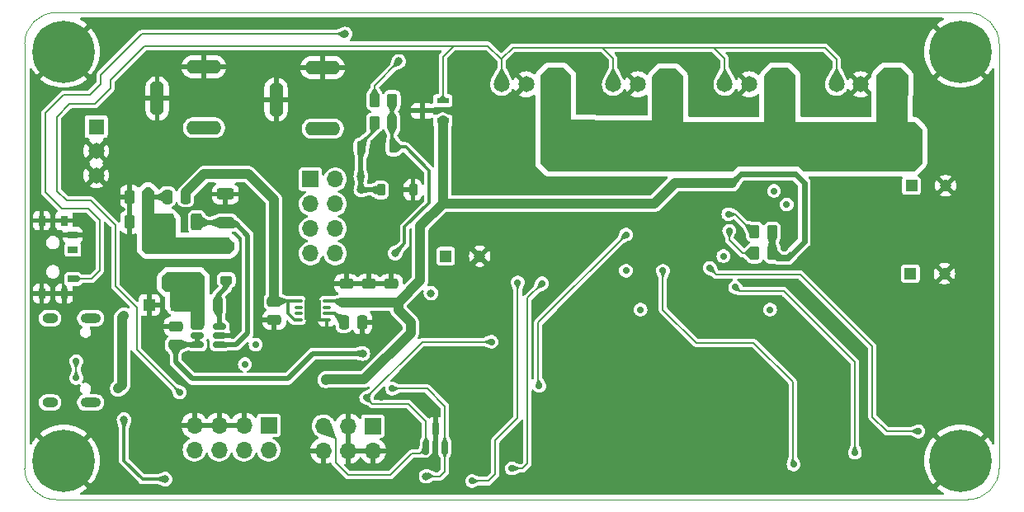
<source format=gbl>
G04 #@! TF.GenerationSoftware,KiCad,Pcbnew,8.0.6*
G04 #@! TF.CreationDate,2026-01-05T17:20:55-08:00*
G04 #@! TF.ProjectId,USBPD_Board,55534250-445f-4426-9f61-72642e6b6963,A*
G04 #@! TF.SameCoordinates,Original*
G04 #@! TF.FileFunction,Copper,L4,Bot*
G04 #@! TF.FilePolarity,Positive*
%FSLAX46Y46*%
G04 Gerber Fmt 4.6, Leading zero omitted, Abs format (unit mm)*
G04 Created by KiCad (PCBNEW 8.0.6) date 2026-01-05 17:20:55*
%MOMM*%
%LPD*%
G01*
G04 APERTURE LIST*
G04 Aperture macros list*
%AMRoundRect*
0 Rectangle with rounded corners*
0 $1 Rounding radius*
0 $2 $3 $4 $5 $6 $7 $8 $9 X,Y pos of 4 corners*
0 Add a 4 corners polygon primitive as box body*
4,1,4,$2,$3,$4,$5,$6,$7,$8,$9,$2,$3,0*
0 Add four circle primitives for the rounded corners*
1,1,$1+$1,$2,$3*
1,1,$1+$1,$4,$5*
1,1,$1+$1,$6,$7*
1,1,$1+$1,$8,$9*
0 Add four rect primitives between the rounded corners*
20,1,$1+$1,$2,$3,$4,$5,0*
20,1,$1+$1,$4,$5,$6,$7,0*
20,1,$1+$1,$6,$7,$8,$9,0*
20,1,$1+$1,$8,$9,$2,$3,0*%
G04 Aperture macros list end*
G04 #@! TA.AperFunction,ComponentPad*
%ADD10R,1.200000X1.200000*%
G04 #@! TD*
G04 #@! TA.AperFunction,ComponentPad*
%ADD11C,1.200000*%
G04 #@! TD*
G04 #@! TA.AperFunction,ComponentPad*
%ADD12R,1.650000X1.650000*%
G04 #@! TD*
G04 #@! TA.AperFunction,ComponentPad*
%ADD13C,1.650000*%
G04 #@! TD*
G04 #@! TA.AperFunction,ComponentPad*
%ADD14R,1.700000X1.700000*%
G04 #@! TD*
G04 #@! TA.AperFunction,ComponentPad*
%ADD15O,1.700000X1.700000*%
G04 #@! TD*
G04 #@! TA.AperFunction,ComponentPad*
%ADD16C,6.400000*%
G04 #@! TD*
G04 #@! TA.AperFunction,ComponentPad*
%ADD17O,3.600000X1.400000*%
G04 #@! TD*
G04 #@! TA.AperFunction,ComponentPad*
%ADD18O,1.400000X3.600000*%
G04 #@! TD*
G04 #@! TA.AperFunction,ComponentPad*
%ADD19O,2.100000X1.000000*%
G04 #@! TD*
G04 #@! TA.AperFunction,ComponentPad*
%ADD20O,1.600000X1.000000*%
G04 #@! TD*
G04 #@! TA.AperFunction,SMDPad,CuDef*
%ADD21RoundRect,0.250000X0.262500X0.450000X-0.262500X0.450000X-0.262500X-0.450000X0.262500X-0.450000X0*%
G04 #@! TD*
G04 #@! TA.AperFunction,SMDPad,CuDef*
%ADD22RoundRect,0.250000X0.475000X-0.250000X0.475000X0.250000X-0.475000X0.250000X-0.475000X-0.250000X0*%
G04 #@! TD*
G04 #@! TA.AperFunction,SMDPad,CuDef*
%ADD23RoundRect,0.250000X-0.250000X-0.475000X0.250000X-0.475000X0.250000X0.475000X-0.250000X0.475000X0*%
G04 #@! TD*
G04 #@! TA.AperFunction,SMDPad,CuDef*
%ADD24RoundRect,0.250000X-0.312500X-0.625000X0.312500X-0.625000X0.312500X0.625000X-0.312500X0.625000X0*%
G04 #@! TD*
G04 #@! TA.AperFunction,SMDPad,CuDef*
%ADD25RoundRect,0.225000X-0.225000X-0.375000X0.225000X-0.375000X0.225000X0.375000X-0.225000X0.375000X0*%
G04 #@! TD*
G04 #@! TA.AperFunction,SMDPad,CuDef*
%ADD26RoundRect,0.250000X-0.475000X0.250000X-0.475000X-0.250000X0.475000X-0.250000X0.475000X0.250000X0*%
G04 #@! TD*
G04 #@! TA.AperFunction,SMDPad,CuDef*
%ADD27RoundRect,0.250000X0.625000X-0.312500X0.625000X0.312500X-0.625000X0.312500X-0.625000X-0.312500X0*%
G04 #@! TD*
G04 #@! TA.AperFunction,SMDPad,CuDef*
%ADD28R,1.000000X0.700000*%
G04 #@! TD*
G04 #@! TA.AperFunction,SMDPad,CuDef*
%ADD29R,0.800000X1.000000*%
G04 #@! TD*
G04 #@! TA.AperFunction,SMDPad,CuDef*
%ADD30RoundRect,0.250000X0.250000X0.475000X-0.250000X0.475000X-0.250000X-0.475000X0.250000X-0.475000X0*%
G04 #@! TD*
G04 #@! TA.AperFunction,SMDPad,CuDef*
%ADD31RoundRect,0.225000X0.375000X-0.225000X0.375000X0.225000X-0.375000X0.225000X-0.375000X-0.225000X0*%
G04 #@! TD*
G04 #@! TA.AperFunction,SMDPad,CuDef*
%ADD32RoundRect,0.150000X0.150000X-0.587500X0.150000X0.587500X-0.150000X0.587500X-0.150000X-0.587500X0*%
G04 #@! TD*
G04 #@! TA.AperFunction,SMDPad,CuDef*
%ADD33R,1.200000X1.200000*%
G04 #@! TD*
G04 #@! TA.AperFunction,SMDPad,CuDef*
%ADD34R,4.200000X1.400000*%
G04 #@! TD*
G04 #@! TA.AperFunction,SMDPad,CuDef*
%ADD35RoundRect,0.075000X0.325000X0.075000X-0.325000X0.075000X-0.325000X-0.075000X0.325000X-0.075000X0*%
G04 #@! TD*
G04 #@! TA.AperFunction,HeatsinkPad*
%ADD36R,1.700000X2.050000*%
G04 #@! TD*
G04 #@! TA.AperFunction,SMDPad,CuDef*
%ADD37RoundRect,0.150000X0.512500X0.150000X-0.512500X0.150000X-0.512500X-0.150000X0.512500X-0.150000X0*%
G04 #@! TD*
G04 #@! TA.AperFunction,SMDPad,CuDef*
%ADD38R,1.300000X0.600000*%
G04 #@! TD*
G04 #@! TA.AperFunction,ViaPad*
%ADD39C,0.700000*%
G04 #@! TD*
G04 #@! TA.AperFunction,ViaPad*
%ADD40C,0.800000*%
G04 #@! TD*
G04 #@! TA.AperFunction,ViaPad*
%ADD41C,0.900000*%
G04 #@! TD*
G04 #@! TA.AperFunction,Conductor*
%ADD42C,0.150000*%
G04 #@! TD*
G04 #@! TA.AperFunction,Conductor*
%ADD43C,1.000000*%
G04 #@! TD*
G04 #@! TA.AperFunction,Conductor*
%ADD44C,0.600000*%
G04 #@! TD*
G04 #@! TA.AperFunction,Conductor*
%ADD45C,0.500000*%
G04 #@! TD*
G04 #@! TA.AperFunction,Conductor*
%ADD46C,0.300000*%
G04 #@! TD*
G04 #@! TA.AperFunction,Conductor*
%ADD47C,0.166900*%
G04 #@! TD*
G04 #@! TA.AperFunction,Profile*
%ADD48C,0.050000*%
G04 #@! TD*
G04 APERTURE END LIST*
D10*
X190987500Y-87762500D03*
D11*
X194487500Y-87762500D03*
D12*
X165400000Y-77350000D03*
D13*
X162900000Y-77350000D03*
X160400000Y-77350000D03*
D10*
X190887500Y-96800000D03*
D11*
X194387500Y-96800000D03*
D12*
X153950000Y-77350000D03*
D13*
X151450000Y-77350000D03*
X148950000Y-77350000D03*
D14*
X129325000Y-87100000D03*
D15*
X131865000Y-87100000D03*
X129325000Y-89640000D03*
X131865000Y-89640000D03*
X129325000Y-92180000D03*
X131865000Y-92180000D03*
X129325000Y-94720000D03*
X131865000Y-94720000D03*
D12*
X107350000Y-81700000D03*
D13*
X107350000Y-84200000D03*
X107350000Y-86700000D03*
D16*
X196000000Y-74000000D03*
X104000000Y-74000000D03*
D12*
X176850000Y-77350000D03*
D13*
X174350000Y-77350000D03*
X171850000Y-77350000D03*
D14*
X125040000Y-112360000D03*
D15*
X125040000Y-114900000D03*
X122500000Y-112360000D03*
X122500000Y-114900000D03*
X119960000Y-112360000D03*
X119960000Y-114900000D03*
X117420000Y-112360000D03*
X117420000Y-114900000D03*
D12*
X188300000Y-77350000D03*
D13*
X185800000Y-77350000D03*
X183300000Y-77350000D03*
D16*
X104000000Y-116000000D03*
D10*
X143200000Y-95000000D03*
D11*
X146700000Y-95000000D03*
D16*
X196000000Y-116000000D03*
D17*
X118400000Y-81812500D03*
X118400000Y-75562500D03*
D18*
X113600000Y-78812500D03*
D17*
X130600000Y-81912500D03*
X130600000Y-75662500D03*
D18*
X125800000Y-78912500D03*
D19*
X106780000Y-101390000D03*
D20*
X102600000Y-101390000D03*
D19*
X106780000Y-110030000D03*
D20*
X102600000Y-110030000D03*
D14*
X135725000Y-112450000D03*
D15*
X135725000Y-114990000D03*
X133185000Y-112450000D03*
X133185000Y-114990000D03*
X130645000Y-112450000D03*
X130645000Y-114990000D03*
D21*
X137712500Y-81300000D03*
X135887500Y-81300000D03*
D22*
X115500000Y-104100000D03*
X115500000Y-102200000D03*
D23*
X132750000Y-101800000D03*
X134650000Y-101800000D03*
D24*
X114737500Y-91500000D03*
X117662500Y-91500000D03*
D25*
X134550000Y-83800000D03*
X137850000Y-83800000D03*
D26*
X125600000Y-99650000D03*
X125600000Y-101550000D03*
D27*
X120600000Y-91562500D03*
X120600000Y-88637500D03*
D28*
X104950000Y-97350000D03*
X104950000Y-94350000D03*
X104950000Y-92850000D03*
D29*
X104050000Y-98850000D03*
X104050000Y-91350000D03*
X101750000Y-91350000D03*
X101750000Y-98850000D03*
D30*
X112700000Y-91500000D03*
X110800000Y-91500000D03*
X112700000Y-88900000D03*
X110800000Y-88900000D03*
D22*
X135300000Y-99750000D03*
X135300000Y-97850000D03*
D31*
X120700000Y-97450000D03*
X120700000Y-94150000D03*
D22*
X137600000Y-99750000D03*
X137600000Y-97850000D03*
D23*
X114650000Y-88900000D03*
X116550000Y-88900000D03*
D32*
X143100000Y-114637500D03*
X141200000Y-114637500D03*
X142150000Y-112762500D03*
D21*
X176712500Y-92500000D03*
X174887500Y-92500000D03*
X176712500Y-94700000D03*
X174887500Y-94700000D03*
D25*
X136550000Y-88200000D03*
X139850000Y-88200000D03*
D30*
X119812500Y-100050000D03*
X117912500Y-100050000D03*
D33*
X115600000Y-100000000D03*
X112800000Y-100000000D03*
D34*
X116300000Y-97650000D03*
X116300000Y-93950000D03*
D35*
X131000000Y-99600000D03*
X131000000Y-100250000D03*
X131000000Y-100900000D03*
X131000000Y-101550000D03*
X128100000Y-101550000D03*
X128100000Y-100900000D03*
X128100000Y-100250000D03*
X128100000Y-99600000D03*
D36*
X129550000Y-100575000D03*
D22*
X133000000Y-99750000D03*
X133000000Y-97850000D03*
D37*
X120000000Y-102200000D03*
X120000000Y-103150000D03*
X120000000Y-104100000D03*
X117725000Y-104100000D03*
X117725000Y-103150000D03*
X117725000Y-102200000D03*
D21*
X137725000Y-79000000D03*
X135900000Y-79000000D03*
D38*
X142900000Y-79040000D03*
X142900000Y-81100000D03*
X140800000Y-80070000D03*
D39*
X153400000Y-99100000D03*
X105200000Y-103600000D03*
X178300000Y-88400000D03*
X161200000Y-117800000D03*
X176600000Y-108100000D03*
X182400000Y-107400000D03*
D40*
X164100000Y-101700000D03*
X198000000Y-79000000D03*
D39*
X189300000Y-115900000D03*
D40*
X186500000Y-100500000D03*
D39*
X103900000Y-107300000D03*
D40*
X186500000Y-96500000D03*
D39*
X114400000Y-86900000D03*
X149400000Y-118100000D03*
X161700000Y-100100000D03*
X116000000Y-110300000D03*
D40*
X116800000Y-86400000D03*
X144600000Y-71700000D03*
D39*
X147200000Y-118900000D03*
D40*
X198000000Y-109000000D03*
D39*
X132400000Y-109000000D03*
X178900000Y-90700000D03*
X133700000Y-103800000D03*
X101600000Y-78000000D03*
D40*
X135800000Y-95900000D03*
D39*
X172700000Y-95700000D03*
D40*
X198000000Y-84000000D03*
D39*
X186800000Y-116500000D03*
X104400000Y-108700000D03*
X110900000Y-110700000D03*
D40*
X134400000Y-93800000D03*
X196500000Y-103000000D03*
D39*
X179400000Y-96000000D03*
X135200000Y-103600000D03*
D40*
X145000000Y-77600000D03*
D39*
X165200000Y-93600000D03*
X125700000Y-109900000D03*
D40*
X139600000Y-77400000D03*
D39*
X169200000Y-96700000D03*
D40*
X198000000Y-106500000D03*
D39*
X102900000Y-98000000D03*
X182400000Y-106000000D03*
X147400000Y-85400000D03*
D40*
X151800000Y-94300000D03*
D39*
X175900000Y-90700000D03*
X156600000Y-117800000D03*
X182400000Y-104700000D03*
X183800000Y-114800000D03*
D40*
X121700000Y-102600000D03*
D39*
X139600000Y-74300000D03*
D40*
X160100000Y-100500000D03*
X174700000Y-100800000D03*
D39*
X179400000Y-117700000D03*
D40*
X186500000Y-98500000D03*
D39*
X151100000Y-117900000D03*
D40*
X196500000Y-110500000D03*
D39*
X173900000Y-88000000D03*
D40*
X106900000Y-112100000D03*
D39*
X133800000Y-110100000D03*
D40*
X114400000Y-83500000D03*
X198000000Y-99000000D03*
X186500000Y-94500000D03*
D39*
X180900000Y-108100000D03*
D40*
X154600000Y-94300000D03*
D39*
X191200000Y-117700000D03*
D40*
X186500000Y-92500000D03*
D39*
X185200000Y-117700000D03*
D40*
X196500000Y-93000000D03*
D39*
X158900000Y-117800000D03*
X177200000Y-99500000D03*
D40*
X108000000Y-113700000D03*
D39*
X138100000Y-111400000D03*
X186400000Y-114300000D03*
X154100000Y-117800000D03*
D40*
X141900000Y-71700000D03*
D39*
X165700000Y-117800000D03*
X150900000Y-82700000D03*
D40*
X108400000Y-99700000D03*
D39*
X151800000Y-97300000D03*
D40*
X198000000Y-101500000D03*
X182000000Y-89500000D03*
X198000000Y-96500000D03*
X109700000Y-110100000D03*
X167000000Y-100200000D03*
D39*
X194000000Y-112100000D03*
X174300000Y-97700000D03*
X140000000Y-118700000D03*
D40*
X109000000Y-72500000D03*
D39*
X183500000Y-106800000D03*
D40*
X196000000Y-82500000D03*
D39*
X163500000Y-117800000D03*
X178200000Y-118400000D03*
X170400000Y-117700000D03*
D40*
X159500000Y-98900000D03*
D39*
X152700000Y-117000000D03*
D40*
X131100000Y-71200000D03*
X196000000Y-80000000D03*
X137900000Y-96100000D03*
D39*
X188400000Y-117700000D03*
X160000000Y-92900000D03*
X142100000Y-118700000D03*
X174200000Y-90700000D03*
D40*
X141300000Y-75800000D03*
D39*
X177400000Y-90700000D03*
D40*
X170700000Y-100200000D03*
X137000000Y-74500000D03*
D39*
X139500000Y-114100000D03*
X113400000Y-118900000D03*
D40*
X196500000Y-108000000D03*
D39*
X183500000Y-105500000D03*
X172900000Y-117700000D03*
D40*
X134300000Y-71300000D03*
X198000000Y-91500000D03*
X114400000Y-85200000D03*
D39*
X136600000Y-109500000D03*
D40*
X134500000Y-90300000D03*
D41*
X134500000Y-91900000D03*
D39*
X145000000Y-117000000D03*
X149100000Y-102900000D03*
X140200000Y-116400000D03*
X145500000Y-83000000D03*
D40*
X121500000Y-100800000D03*
D39*
X117500000Y-110000000D03*
D40*
X196500000Y-100500000D03*
D39*
X175400000Y-87900000D03*
X177500000Y-109100000D03*
X167350000Y-91450000D03*
X149600000Y-87600000D03*
X149300000Y-101700000D03*
D40*
X139300000Y-71700000D03*
X182800000Y-87700000D03*
D39*
X171200000Y-92000000D03*
X153500000Y-109600000D03*
D40*
X198000000Y-89000000D03*
D39*
X191500000Y-114400000D03*
D40*
X196500000Y-105500000D03*
D39*
X183500000Y-108100000D03*
X178200000Y-93600000D03*
D40*
X198000000Y-81500000D03*
X147100000Y-99700000D03*
D39*
X165150000Y-91450000D03*
X102900000Y-95000000D03*
X104000000Y-102800000D03*
X111800000Y-115700000D03*
X112100000Y-96500000D03*
X146500000Y-100900000D03*
X180400000Y-94700000D03*
D40*
X198000000Y-104000000D03*
D39*
X149500000Y-96800000D03*
X115200000Y-118900000D03*
D40*
X198000000Y-94000000D03*
D39*
X151200000Y-84800000D03*
X130800000Y-109700000D03*
X123000000Y-105000000D03*
X182300000Y-108800000D03*
X124500000Y-102700000D03*
X168000000Y-117800000D03*
D40*
X149400000Y-98700000D03*
X198000000Y-86500000D03*
X145000000Y-75700000D03*
D39*
X154200000Y-97000000D03*
D40*
X198000000Y-111500000D03*
X118400000Y-86600000D03*
D39*
X163200000Y-100500000D03*
D40*
X141700000Y-98800000D03*
X134700000Y-105000000D03*
D39*
X172600000Y-87500000D03*
D40*
X110200000Y-111800000D03*
X130900000Y-107700000D03*
X114400000Y-117900000D03*
D39*
X178300000Y-95200000D03*
X171700000Y-95000000D03*
X115900000Y-109000000D03*
D40*
X188900000Y-84300000D03*
X187300000Y-85800000D03*
X190600000Y-82800000D03*
X188900000Y-82800000D03*
X187300000Y-84300000D03*
X187300000Y-82800000D03*
D39*
X137700000Y-108600000D03*
D40*
X141200000Y-117600000D03*
D39*
X123700000Y-104100000D03*
X172200000Y-90700000D03*
X147900000Y-103800000D03*
X122600000Y-106100000D03*
X135050000Y-109550000D03*
X172300000Y-92400000D03*
X105300000Y-105800000D03*
X105300000Y-107500000D03*
D40*
X109600000Y-108600000D03*
X110200000Y-101100000D03*
D39*
X150600000Y-97700000D03*
X145900000Y-118100000D03*
X150000000Y-116800000D03*
X153100000Y-97800000D03*
X170300000Y-96200000D03*
X191700000Y-113000000D03*
X185200000Y-115200000D03*
X172900000Y-98200000D03*
X152800000Y-108300000D03*
X161700000Y-92800000D03*
X165500000Y-96500000D03*
X178900000Y-116400000D03*
X176500000Y-100500000D03*
X161700000Y-96500000D03*
X178200000Y-89700000D03*
X176900000Y-88300000D03*
D40*
X132900000Y-72200000D03*
X138400000Y-75000000D03*
X138000000Y-94700000D03*
X134500000Y-88200000D03*
X134500000Y-86800000D03*
D42*
X135050000Y-109550000D02*
X135700000Y-110200000D01*
X135700000Y-110200000D02*
X139400000Y-110200000D01*
X139400000Y-110200000D02*
X141200000Y-112000000D01*
X141200000Y-112000000D02*
X141200000Y-114637500D01*
D43*
X138325000Y-99750000D02*
X138325000Y-100525000D01*
X139600000Y-102900000D02*
X134850000Y-107650000D01*
X138325000Y-100525000D02*
X139600000Y-101800000D01*
X139600000Y-101800000D02*
X139600000Y-102900000D01*
X134850000Y-107650000D02*
X130950000Y-107650000D01*
X130950000Y-107650000D02*
X130900000Y-107700000D01*
D44*
X176712500Y-94700000D02*
X176712500Y-92500000D01*
X178300000Y-95200000D02*
X177212500Y-95200000D01*
X177212500Y-95200000D02*
X176712500Y-94700000D01*
X172600000Y-87500000D02*
X173500000Y-86600000D01*
X173500000Y-86600000D02*
X179100000Y-86600000D01*
X179100000Y-86600000D02*
X180000000Y-87500000D01*
X180000000Y-87500000D02*
X180000000Y-93500000D01*
X180000000Y-93500000D02*
X178300000Y-95200000D01*
D43*
X142900000Y-89600000D02*
X164600000Y-89600000D01*
X164600000Y-89600000D02*
X166700000Y-87500000D01*
X166700000Y-87500000D02*
X172600000Y-87500000D01*
X142900000Y-89600000D02*
X142900000Y-81100000D01*
X137600000Y-99750000D02*
X138325000Y-99750000D01*
X138325000Y-99750000D02*
X140600000Y-97475000D01*
X140600000Y-97475000D02*
X140600000Y-91900000D01*
X140600000Y-91900000D02*
X142900000Y-89600000D01*
X135300000Y-99750000D02*
X137600000Y-99750000D01*
X133000000Y-99750000D02*
X135300000Y-99750000D01*
X118400000Y-86600000D02*
X123000000Y-86600000D01*
X123000000Y-86600000D02*
X125600000Y-89200000D01*
X125600000Y-89200000D02*
X125600000Y-99650000D01*
D45*
X115500000Y-102200000D02*
X113700000Y-102200000D01*
X113700000Y-102200000D02*
X112800000Y-101300000D01*
X110800000Y-87100000D02*
X112700000Y-85200000D01*
X134650000Y-103050000D02*
X135200000Y-103600000D01*
X112700000Y-85200000D02*
X114400000Y-85200000D01*
X121150000Y-103150000D02*
X121700000Y-102600000D01*
X110800000Y-95200000D02*
X110800000Y-91500000D01*
X110800000Y-88900000D02*
X109550000Y-88900000D01*
X134650000Y-101800000D02*
X134650000Y-103050000D01*
X119960000Y-112360000D02*
X122500000Y-112360000D01*
D46*
X112800000Y-97200000D02*
X112800000Y-100000000D01*
D42*
X142150000Y-115030196D02*
X142150000Y-112762500D01*
D45*
X117420000Y-112360000D02*
X119960000Y-112360000D01*
D42*
X140200000Y-116400000D02*
X140780196Y-116400000D01*
D45*
X112800000Y-101300000D02*
X112800000Y-100000000D01*
D46*
X112100000Y-96500000D02*
X112800000Y-97200000D01*
D45*
X110800000Y-91500000D02*
X110800000Y-88900000D01*
D42*
X140780196Y-116400000D02*
X142150000Y-115030196D01*
D45*
X120000000Y-103150000D02*
X121150000Y-103150000D01*
X110800000Y-88900000D02*
X110800000Y-87100000D01*
X109550000Y-88900000D02*
X107350000Y-86700000D01*
X112100000Y-96500000D02*
X110800000Y-95200000D01*
D46*
X127000000Y-99600000D02*
X125650000Y-99600000D01*
X128100000Y-99600000D02*
X127000000Y-99600000D01*
X125650000Y-99600000D02*
X125600000Y-99650000D01*
X128100000Y-101550000D02*
X127700001Y-101550000D01*
X127700001Y-101550000D02*
X127000000Y-100849999D01*
X127000000Y-100849999D02*
X127000000Y-99600000D01*
D45*
X127000000Y-107600000D02*
X117200000Y-107600000D01*
X117725000Y-104100000D02*
X117725000Y-103150000D01*
X115500000Y-104100000D02*
X117725000Y-104100000D01*
X134700000Y-105000000D02*
X129600000Y-105000000D01*
X129600000Y-105000000D02*
X127000000Y-107600000D01*
X117200000Y-107600000D02*
X115500000Y-105900000D01*
X115500000Y-105900000D02*
X115500000Y-104100000D01*
D46*
X131000000Y-100900000D02*
X131850000Y-100900000D01*
X131850000Y-100900000D02*
X132750000Y-101800000D01*
X112100000Y-117900000D02*
X110200000Y-116000000D01*
X132850000Y-99600000D02*
X133000000Y-99750000D01*
X131000000Y-99600000D02*
X132850000Y-99600000D01*
X110200000Y-116000000D02*
X110200000Y-111800000D01*
X114400000Y-117900000D02*
X112100000Y-117900000D01*
D42*
X168000000Y-73600000D02*
X170700000Y-73600000D01*
X109300000Y-91800000D02*
X106800000Y-89300000D01*
X170700000Y-73600000D02*
X171850000Y-74750000D01*
X156650000Y-73600000D02*
X159300000Y-73600000D01*
X108800000Y-76900000D02*
X112300000Y-73400000D01*
X168000000Y-73600000D02*
X182100000Y-73600000D01*
X148950000Y-77350000D02*
X148950000Y-74750000D01*
X106800000Y-89300000D02*
X104300000Y-89300000D01*
X144000000Y-73400000D02*
X142900000Y-74500000D01*
X111500000Y-104600000D02*
X111500000Y-100300000D01*
X103300000Y-80700000D02*
X104600000Y-79400000D01*
X104300000Y-89300000D02*
X103300000Y-88300000D01*
X108800000Y-77800000D02*
X108800000Y-76900000D01*
X147550000Y-73400000D02*
X148950000Y-74800000D01*
X159300000Y-73600000D02*
X160400000Y-74700000D01*
X156650000Y-73600000D02*
X168000000Y-73600000D01*
X148950000Y-74750000D02*
X150100000Y-73600000D01*
X107200000Y-79400000D02*
X108800000Y-77800000D01*
X103300000Y-88300000D02*
X103300000Y-80700000D01*
X171850000Y-74750000D02*
X171850000Y-77350000D01*
X111500000Y-100300000D02*
X109300000Y-98100000D01*
X150100000Y-73600000D02*
X156650000Y-73600000D01*
X143900000Y-73400000D02*
X147550000Y-73400000D01*
X182100000Y-73600000D02*
X183300000Y-74800000D01*
X183300000Y-74800000D02*
X183300000Y-77350000D01*
X104600000Y-79400000D02*
X107200000Y-79400000D01*
X112300000Y-73400000D02*
X144000000Y-73400000D01*
X142900000Y-74500000D02*
X142900000Y-79040000D01*
X109300000Y-98100000D02*
X109300000Y-91800000D01*
X148950000Y-74800000D02*
X148950000Y-77350000D01*
X160400000Y-74700000D02*
X160400000Y-77350000D01*
X115900000Y-109000000D02*
X111500000Y-104600000D01*
X137700000Y-108600000D02*
X141300000Y-108600000D01*
X142600000Y-117600000D02*
X143100000Y-117100000D01*
X141300000Y-108600000D02*
X143100000Y-110400000D01*
X172200000Y-90700000D02*
X172900000Y-90700000D01*
X174700000Y-92500000D02*
X174887500Y-92500000D01*
X143100000Y-117100000D02*
X143100000Y-114637500D01*
X143100000Y-110400000D02*
X143100000Y-114637500D01*
X141200000Y-117600000D02*
X142600000Y-117600000D01*
X172900000Y-90700000D02*
X174700000Y-92500000D01*
X139700000Y-115300000D02*
X140537500Y-115300000D01*
X131900000Y-113705000D02*
X131900000Y-116200000D01*
X147900000Y-103800000D02*
X140800000Y-103800000D01*
X140537500Y-115300000D02*
X141200000Y-114637500D01*
X133200000Y-117500000D02*
X137500000Y-117500000D01*
X173700000Y-94700000D02*
X174887500Y-94700000D01*
X131900000Y-116200000D02*
X133200000Y-117500000D01*
X172300000Y-93300000D02*
X173700000Y-94700000D01*
X130645000Y-112450000D02*
X131900000Y-113705000D01*
X137500000Y-117500000D02*
X139700000Y-115300000D01*
X140800000Y-103800000D02*
X135050000Y-109550000D01*
X172300000Y-92400000D02*
X172300000Y-93300000D01*
D47*
X105300000Y-107500000D02*
X105300000Y-105800000D01*
D43*
X110000000Y-101300000D02*
X110200000Y-101100000D01*
X110000000Y-108200000D02*
X110000000Y-101300000D01*
X109600000Y-108600000D02*
X110000000Y-108200000D01*
D42*
X148300000Y-117400000D02*
X148300000Y-113900000D01*
X145900000Y-118100000D02*
X147600000Y-118100000D01*
X150600000Y-111600000D02*
X150600000Y-97700000D01*
X147600000Y-118100000D02*
X148300000Y-117400000D01*
X148300000Y-113900000D02*
X150600000Y-111600000D01*
X150000000Y-116800000D02*
X151100000Y-116800000D01*
X151100000Y-116800000D02*
X151600000Y-116300000D01*
X151600000Y-116300000D02*
X151600000Y-99300000D01*
X151600000Y-99300000D02*
X153100000Y-97800000D01*
X170300000Y-96200000D02*
X171000000Y-96900000D01*
X187000000Y-111500000D02*
X188500000Y-113000000D01*
X187000000Y-104300000D02*
X187000000Y-111500000D01*
X171000000Y-96900000D02*
X179600000Y-96900000D01*
X188500000Y-113000000D02*
X191700000Y-113000000D01*
X179600000Y-96900000D02*
X187000000Y-104300000D01*
X177900000Y-98600000D02*
X185200000Y-105900000D01*
X185200000Y-105900000D02*
X185200000Y-115200000D01*
X172900000Y-98200000D02*
X173300000Y-98600000D01*
X173300000Y-98600000D02*
X177900000Y-98600000D01*
X152700000Y-108200000D02*
X152700000Y-101800000D01*
X152800000Y-108300000D02*
X152700000Y-108200000D01*
X152700000Y-101800000D02*
X161700000Y-92800000D01*
X178800000Y-107900000D02*
X178800000Y-116300000D01*
X168900000Y-103900000D02*
X174800000Y-103900000D01*
X165500000Y-96500000D02*
X165500000Y-100500000D01*
X178800000Y-116300000D02*
X178900000Y-116400000D01*
X174800000Y-103900000D02*
X178800000Y-107900000D01*
X165500000Y-100500000D02*
X168900000Y-103900000D01*
X138400000Y-75000000D02*
X135900000Y-77500000D01*
X102100000Y-80300000D02*
X102100000Y-88400000D01*
X106500000Y-90100000D02*
X107700000Y-91300000D01*
X107800000Y-77300000D02*
X106700000Y-78400000D01*
X132900000Y-72200000D02*
X112000000Y-72200000D01*
X106700000Y-78400000D02*
X104000000Y-78400000D01*
X107800000Y-76400000D02*
X107800000Y-77300000D01*
X104000000Y-78400000D02*
X102100000Y-80300000D01*
X107700000Y-96500000D02*
X106850000Y-97350000D01*
X106850000Y-97350000D02*
X104950000Y-97350000D01*
X112000000Y-72200000D02*
X107800000Y-76400000D01*
X135900000Y-77500000D02*
X135900000Y-79000000D01*
X102100000Y-88400000D02*
X103800000Y-90100000D01*
X107700000Y-91300000D02*
X107700000Y-96500000D01*
X103800000Y-90100000D02*
X106500000Y-90100000D01*
D46*
X139000000Y-93700000D02*
X139000000Y-92000000D01*
X137712500Y-81300000D02*
X137712500Y-83662500D01*
X139100000Y-83800000D02*
X137850000Y-83800000D01*
X137712500Y-81300000D02*
X137712500Y-79012500D01*
X137712500Y-79012500D02*
X137725000Y-79000000D01*
X138000000Y-94700000D02*
X139000000Y-93700000D01*
X139000000Y-92000000D02*
X141500000Y-89500000D01*
X137712500Y-83662500D02*
X137850000Y-83800000D01*
X141500000Y-89500000D02*
X141500000Y-86200000D01*
X141500000Y-86200000D02*
X139100000Y-83800000D01*
D45*
X134500000Y-86800000D02*
X134500000Y-83850000D01*
X134500000Y-86800000D02*
X134500000Y-88200000D01*
D46*
X134550000Y-83800000D02*
X134550000Y-83400000D01*
X135887500Y-82062500D02*
X135887500Y-81300000D01*
D45*
X134500000Y-88200000D02*
X136550000Y-88200000D01*
X134500000Y-83850000D02*
X134550000Y-83800000D01*
D46*
X134550000Y-83400000D02*
X135887500Y-82062500D01*
D45*
X119812500Y-100050000D02*
X119812500Y-99087500D01*
X120000000Y-100237500D02*
X119812500Y-100050000D01*
X120700000Y-98200000D02*
X120700000Y-97450000D01*
X120000000Y-102200000D02*
X120000000Y-100237500D01*
X119812500Y-99087500D02*
X120700000Y-98200000D01*
X120600000Y-91562500D02*
X117725000Y-91562500D01*
X122900000Y-92900000D02*
X121562500Y-91562500D01*
X122900000Y-102900000D02*
X122900000Y-92900000D01*
X121562500Y-91562500D02*
X120600000Y-91562500D01*
X121700000Y-104100000D02*
X122900000Y-102900000D01*
X117725000Y-91562500D02*
X117662500Y-91500000D01*
X120000000Y-104100000D02*
X121700000Y-104100000D01*
X112700000Y-88900000D02*
X114650000Y-88900000D01*
D43*
X116550000Y-88900000D02*
X116550000Y-88450000D01*
X116550000Y-88450000D02*
X118400000Y-86600000D01*
G04 #@! TA.AperFunction,Conductor*
G36*
X131417539Y-114759685D02*
G01*
X131463294Y-114812489D01*
X131474500Y-114864000D01*
X131474500Y-115116000D01*
X131454815Y-115183039D01*
X131402011Y-115228794D01*
X131350500Y-115240000D01*
X131078012Y-115240000D01*
X131110925Y-115182993D01*
X131145000Y-115055826D01*
X131145000Y-114924174D01*
X131110925Y-114797007D01*
X131078012Y-114740000D01*
X131350500Y-114740000D01*
X131417539Y-114759685D01*
G37*
G04 #@! TD.AperFunction*
G04 #@! TA.AperFunction,Conductor*
G36*
X132719075Y-114797007D02*
G01*
X132685000Y-114924174D01*
X132685000Y-115055826D01*
X132719075Y-115182993D01*
X132751988Y-115240000D01*
X132449500Y-115240000D01*
X132382461Y-115220315D01*
X132336706Y-115167511D01*
X132325500Y-115116000D01*
X132325500Y-114864000D01*
X132345185Y-114796961D01*
X132397989Y-114751206D01*
X132449500Y-114740000D01*
X132751988Y-114740000D01*
X132719075Y-114797007D01*
G37*
G04 #@! TD.AperFunction*
G04 #@! TA.AperFunction,Conductor*
G36*
X135259075Y-114797007D02*
G01*
X135225000Y-114924174D01*
X135225000Y-115055826D01*
X135259075Y-115182993D01*
X135291988Y-115240000D01*
X133618012Y-115240000D01*
X133650925Y-115182993D01*
X133685000Y-115055826D01*
X133685000Y-114924174D01*
X133650925Y-114797007D01*
X133618012Y-114740000D01*
X135291988Y-114740000D01*
X135259075Y-114797007D01*
G37*
G04 #@! TD.AperFunction*
G04 #@! TA.AperFunction,Conductor*
G36*
X133435000Y-114556988D02*
G01*
X133377993Y-114524075D01*
X133250826Y-114490000D01*
X133119174Y-114490000D01*
X132992007Y-114524075D01*
X132935000Y-114556988D01*
X132935000Y-112883012D01*
X132992007Y-112915925D01*
X133119174Y-112950000D01*
X133250826Y-112950000D01*
X133377993Y-112915925D01*
X133435000Y-112883012D01*
X133435000Y-114556988D01*
G37*
G04 #@! TD.AperFunction*
G04 #@! TA.AperFunction,Conductor*
G36*
X170539429Y-74045185D02*
G01*
X170560071Y-74061819D01*
X171388181Y-74889929D01*
X171421666Y-74951252D01*
X171424500Y-74977610D01*
X171424500Y-75574065D01*
X171410738Y-75630841D01*
X170777552Y-76860250D01*
X170770972Y-76873718D01*
X170770571Y-76874584D01*
X170759821Y-76901298D01*
X170755790Y-76910270D01*
X170749185Y-76923534D01*
X170749182Y-76923542D01*
X170718677Y-77030758D01*
X170691121Y-77127610D01*
X170689564Y-77133081D01*
X170669464Y-77349999D01*
X170669464Y-77350000D01*
X170689564Y-77566918D01*
X170689564Y-77566920D01*
X170689565Y-77566923D01*
X170729548Y-77707448D01*
X170749184Y-77776462D01*
X170792035Y-77862518D01*
X170846288Y-77971472D01*
X170977573Y-78145322D01*
X171138568Y-78292088D01*
X171138575Y-78292092D01*
X171138576Y-78292093D01*
X171323786Y-78406770D01*
X171323792Y-78406773D01*
X171346664Y-78415633D01*
X171526931Y-78485470D01*
X171741074Y-78525500D01*
X171741076Y-78525500D01*
X171958924Y-78525500D01*
X171958926Y-78525500D01*
X172173069Y-78485470D01*
X172376210Y-78406772D01*
X172561432Y-78292088D01*
X172722427Y-78145322D01*
X172853712Y-77971472D01*
X172906418Y-77865623D01*
X172953920Y-77814387D01*
X173021583Y-77796965D01*
X173087924Y-77818890D01*
X173129800Y-77868490D01*
X173198133Y-78015030D01*
X173253023Y-78093422D01*
X173826212Y-77520233D01*
X173837482Y-77562292D01*
X173909890Y-77687708D01*
X174012292Y-77790110D01*
X174137708Y-77862518D01*
X174179763Y-77873787D01*
X173606576Y-78446975D01*
X173684969Y-78501867D01*
X173895090Y-78599847D01*
X173895099Y-78599851D01*
X174119031Y-78659852D01*
X174119041Y-78659854D01*
X174349999Y-78680061D01*
X174350001Y-78680061D01*
X174580958Y-78659854D01*
X174580968Y-78659852D01*
X174804900Y-78599851D01*
X174804909Y-78599847D01*
X175015031Y-78501866D01*
X175015037Y-78501862D01*
X175199376Y-78372786D01*
X175265582Y-78350458D01*
X175333349Y-78367468D01*
X175381163Y-78418415D01*
X175394500Y-78474360D01*
X175394500Y-80570500D01*
X175374815Y-80637539D01*
X175322011Y-80683294D01*
X175270500Y-80694500D01*
X168229500Y-80694500D01*
X168162461Y-80674815D01*
X168116706Y-80622011D01*
X168105500Y-80570500D01*
X168105500Y-76551359D01*
X168102602Y-76497311D01*
X168102602Y-76497310D01*
X168101407Y-76486201D01*
X168099769Y-76470964D01*
X168091114Y-76417552D01*
X168040832Y-76282743D01*
X168007347Y-76221420D01*
X167921123Y-76106239D01*
X167921118Y-76106234D01*
X167921113Y-76106228D01*
X167193776Y-75378892D01*
X167193770Y-75378886D01*
X167193761Y-75378877D01*
X167193737Y-75378855D01*
X167153519Y-75342728D01*
X167153507Y-75342718D01*
X167153137Y-75342420D01*
X167134867Y-75327697D01*
X167132856Y-75326076D01*
X167088974Y-75294433D01*
X166958100Y-75234663D01*
X166891055Y-75214976D01*
X166843582Y-75208150D01*
X166748638Y-75194500D01*
X165251362Y-75194500D01*
X165251360Y-75194500D01*
X165197311Y-75197397D01*
X165197310Y-75197397D01*
X165170977Y-75200229D01*
X165170950Y-75200232D01*
X165117554Y-75208885D01*
X165117552Y-75208885D01*
X164982747Y-75259166D01*
X164921422Y-75292651D01*
X164806240Y-75378876D01*
X164806228Y-75378886D01*
X164078892Y-76106223D01*
X164078855Y-76106262D01*
X164042728Y-76146480D01*
X164042718Y-76146492D01*
X164026076Y-76167143D01*
X163994433Y-76211025D01*
X163994429Y-76211032D01*
X163955891Y-76295416D01*
X163910136Y-76348220D01*
X163843096Y-76367903D01*
X163776057Y-76348217D01*
X163759120Y-76334568D01*
X163759097Y-76334596D01*
X163757698Y-76333422D01*
X163755417Y-76331584D01*
X163754951Y-76331118D01*
X163565030Y-76198132D01*
X163354909Y-76100152D01*
X163354900Y-76100148D01*
X163130968Y-76040147D01*
X163130958Y-76040145D01*
X162900001Y-76019939D01*
X162899999Y-76019939D01*
X162669041Y-76040145D01*
X162669031Y-76040147D01*
X162445099Y-76100148D01*
X162445090Y-76100152D01*
X162234967Y-76198134D01*
X162156576Y-76253022D01*
X162156576Y-76253023D01*
X162729765Y-76826212D01*
X162687708Y-76837482D01*
X162562292Y-76909890D01*
X162459890Y-77012292D01*
X162387482Y-77137708D01*
X162376212Y-77179766D01*
X161803022Y-76606576D01*
X161748134Y-76684967D01*
X161681090Y-76828742D01*
X161634917Y-76881181D01*
X161567723Y-76900333D01*
X161500842Y-76880117D01*
X161458470Y-76833113D01*
X161435700Y-76788903D01*
X160992749Y-75928857D01*
X160839262Y-75630842D01*
X160825500Y-75574066D01*
X160825500Y-74643984D01*
X160825500Y-74643982D01*
X160796503Y-74535763D01*
X160740485Y-74438737D01*
X160661263Y-74359515D01*
X160538929Y-74237181D01*
X160505444Y-74175858D01*
X160510428Y-74106166D01*
X160552300Y-74050233D01*
X160617764Y-74025816D01*
X160626610Y-74025500D01*
X167943982Y-74025500D01*
X170472390Y-74025500D01*
X170539429Y-74045185D01*
G37*
G04 #@! TD.AperFunction*
G04 #@! TA.AperFunction,Conductor*
G36*
X181939429Y-74045185D02*
G01*
X181960071Y-74061819D01*
X182838181Y-74939928D01*
X182871666Y-75001251D01*
X182874500Y-75027609D01*
X182874500Y-75574065D01*
X182860738Y-75630841D01*
X182227552Y-76860250D01*
X182220972Y-76873718D01*
X182220571Y-76874584D01*
X182209821Y-76901298D01*
X182205790Y-76910270D01*
X182199185Y-76923534D01*
X182199182Y-76923542D01*
X182168677Y-77030758D01*
X182141121Y-77127610D01*
X182139564Y-77133081D01*
X182119464Y-77349999D01*
X182119464Y-77350000D01*
X182139564Y-77566918D01*
X182139564Y-77566920D01*
X182139565Y-77566923D01*
X182179548Y-77707448D01*
X182199184Y-77776462D01*
X182242035Y-77862518D01*
X182296288Y-77971472D01*
X182427573Y-78145322D01*
X182588568Y-78292088D01*
X182588575Y-78292092D01*
X182588576Y-78292093D01*
X182773786Y-78406770D01*
X182773792Y-78406773D01*
X182796664Y-78415633D01*
X182976931Y-78485470D01*
X183191074Y-78525500D01*
X183191076Y-78525500D01*
X183408924Y-78525500D01*
X183408926Y-78525500D01*
X183623069Y-78485470D01*
X183826210Y-78406772D01*
X184011432Y-78292088D01*
X184172427Y-78145322D01*
X184303712Y-77971472D01*
X184356418Y-77865623D01*
X184403920Y-77814387D01*
X184471583Y-77796965D01*
X184537924Y-77818890D01*
X184579800Y-77868490D01*
X184648133Y-78015030D01*
X184703023Y-78093422D01*
X185276212Y-77520233D01*
X185287482Y-77562292D01*
X185359890Y-77687708D01*
X185462292Y-77790110D01*
X185587708Y-77862518D01*
X185629765Y-77873787D01*
X185056576Y-78446975D01*
X185134969Y-78501867D01*
X185345090Y-78599847D01*
X185345099Y-78599851D01*
X185569031Y-78659852D01*
X185569041Y-78659854D01*
X185799999Y-78680061D01*
X185800001Y-78680061D01*
X186030958Y-78659854D01*
X186030968Y-78659852D01*
X186254900Y-78599851D01*
X186254909Y-78599847D01*
X186465030Y-78501867D01*
X186465034Y-78501865D01*
X186543422Y-78446976D01*
X186543422Y-78446975D01*
X185970235Y-77873787D01*
X186012292Y-77862518D01*
X186137708Y-77790110D01*
X186240110Y-77687708D01*
X186312518Y-77562292D01*
X186323787Y-77520234D01*
X186858181Y-78054627D01*
X186891666Y-78115950D01*
X186894500Y-78142308D01*
X186894500Y-80570500D01*
X186874815Y-80637539D01*
X186822011Y-80683294D01*
X186770500Y-80694500D01*
X179729500Y-80694500D01*
X179662461Y-80674815D01*
X179616706Y-80622011D01*
X179605500Y-80570500D01*
X179605500Y-76451359D01*
X179604642Y-76435349D01*
X179602603Y-76397322D01*
X179599769Y-76370964D01*
X179591114Y-76317552D01*
X179540832Y-76182743D01*
X179507347Y-76121420D01*
X179421123Y-76006239D01*
X179421118Y-76006234D01*
X179421113Y-76006228D01*
X178693776Y-75278892D01*
X178693770Y-75278886D01*
X178693761Y-75278877D01*
X178693737Y-75278855D01*
X178653519Y-75242728D01*
X178653507Y-75242718D01*
X178653137Y-75242420D01*
X178634623Y-75227500D01*
X178632856Y-75226076D01*
X178588974Y-75194433D01*
X178458100Y-75134663D01*
X178391055Y-75114976D01*
X178343582Y-75108150D01*
X178248638Y-75094500D01*
X176751362Y-75094500D01*
X176751360Y-75094500D01*
X176697311Y-75097397D01*
X176697310Y-75097397D01*
X176670977Y-75100229D01*
X176670950Y-75100232D01*
X176617554Y-75108885D01*
X176617552Y-75108885D01*
X176482747Y-75159166D01*
X176421422Y-75192651D01*
X176306240Y-75278876D01*
X176306228Y-75278886D01*
X175578892Y-76006223D01*
X175578855Y-76006262D01*
X175542728Y-76046480D01*
X175542718Y-76046492D01*
X175526076Y-76067143D01*
X175494433Y-76111025D01*
X175434660Y-76241905D01*
X175421150Y-76287916D01*
X175383375Y-76346693D01*
X175319819Y-76375717D01*
X175250660Y-76365772D01*
X175214493Y-76340660D01*
X175204951Y-76331118D01*
X175015030Y-76198132D01*
X174804909Y-76100152D01*
X174804900Y-76100148D01*
X174580968Y-76040147D01*
X174580958Y-76040145D01*
X174350001Y-76019939D01*
X174349999Y-76019939D01*
X174119041Y-76040145D01*
X174119031Y-76040147D01*
X173895099Y-76100148D01*
X173895090Y-76100152D01*
X173684967Y-76198134D01*
X173606576Y-76253022D01*
X173606576Y-76253023D01*
X174179765Y-76826212D01*
X174137708Y-76837482D01*
X174012292Y-76909890D01*
X173909890Y-77012292D01*
X173837482Y-77137708D01*
X173826212Y-77179765D01*
X173253023Y-76606576D01*
X173253022Y-76606576D01*
X173198134Y-76684967D01*
X173131090Y-76828742D01*
X173084917Y-76881181D01*
X173017723Y-76900333D01*
X172950842Y-76880117D01*
X172908470Y-76833113D01*
X172885700Y-76788903D01*
X172442749Y-75928857D01*
X172289262Y-75630842D01*
X172275500Y-75574066D01*
X172275500Y-74693984D01*
X172275500Y-74693982D01*
X172246503Y-74585763D01*
X172190485Y-74488737D01*
X172111263Y-74409515D01*
X171938929Y-74237181D01*
X171905444Y-74175858D01*
X171910428Y-74106166D01*
X171952300Y-74050233D01*
X172017764Y-74025816D01*
X172026610Y-74025500D01*
X181872390Y-74025500D01*
X181939429Y-74045185D01*
G37*
G04 #@! TD.AperFunction*
G04 #@! TA.AperFunction,Conductor*
G36*
X159139429Y-74045185D02*
G01*
X159160071Y-74061819D01*
X159938181Y-74839929D01*
X159971666Y-74901252D01*
X159974500Y-74927610D01*
X159974500Y-75574065D01*
X159960738Y-75630841D01*
X159327552Y-76860250D01*
X159320972Y-76873718D01*
X159320571Y-76874584D01*
X159309821Y-76901298D01*
X159305790Y-76910270D01*
X159299185Y-76923534D01*
X159299182Y-76923542D01*
X159268677Y-77030758D01*
X159241121Y-77127610D01*
X159239564Y-77133081D01*
X159219464Y-77349999D01*
X159219464Y-77350000D01*
X159239564Y-77566918D01*
X159239564Y-77566920D01*
X159239565Y-77566923D01*
X159279548Y-77707448D01*
X159299184Y-77776462D01*
X159342035Y-77862518D01*
X159396288Y-77971472D01*
X159527573Y-78145322D01*
X159688568Y-78292088D01*
X159688575Y-78292092D01*
X159688576Y-78292093D01*
X159873786Y-78406770D01*
X159873792Y-78406773D01*
X159896664Y-78415633D01*
X160076931Y-78485470D01*
X160291074Y-78525500D01*
X160291076Y-78525500D01*
X160508924Y-78525500D01*
X160508926Y-78525500D01*
X160723069Y-78485470D01*
X160926210Y-78406772D01*
X161111432Y-78292088D01*
X161272427Y-78145322D01*
X161403712Y-77971472D01*
X161456418Y-77865623D01*
X161503920Y-77814387D01*
X161571583Y-77796965D01*
X161637924Y-77818890D01*
X161679800Y-77868490D01*
X161748133Y-78015030D01*
X161803023Y-78093422D01*
X162376212Y-77520233D01*
X162387482Y-77562292D01*
X162459890Y-77687708D01*
X162562292Y-77790110D01*
X162687708Y-77862518D01*
X162729763Y-77873787D01*
X162156576Y-78446975D01*
X162234969Y-78501867D01*
X162445090Y-78599847D01*
X162445099Y-78599851D01*
X162669031Y-78659852D01*
X162669041Y-78659854D01*
X162899999Y-78680061D01*
X162900001Y-78680061D01*
X163130958Y-78659854D01*
X163130968Y-78659852D01*
X163354900Y-78599851D01*
X163354909Y-78599847D01*
X163565031Y-78501866D01*
X163565037Y-78501862D01*
X163699376Y-78407797D01*
X163765582Y-78385469D01*
X163833349Y-78402479D01*
X163881163Y-78453426D01*
X163894500Y-78509371D01*
X163894500Y-80462870D01*
X163874815Y-80529909D01*
X163822011Y-80575664D01*
X163769006Y-80586861D01*
X160256090Y-80544537D01*
X156910792Y-80504232D01*
X156910763Y-80504230D01*
X156728006Y-80502028D01*
X156661208Y-80481537D01*
X156616093Y-80428185D01*
X156605500Y-80378037D01*
X156605500Y-76451359D01*
X156604642Y-76435349D01*
X156602603Y-76397322D01*
X156599769Y-76370964D01*
X156591114Y-76317552D01*
X156540832Y-76182743D01*
X156507347Y-76121420D01*
X156421123Y-76006239D01*
X156421118Y-76006234D01*
X156421113Y-76006228D01*
X155693776Y-75278892D01*
X155693770Y-75278886D01*
X155693761Y-75278877D01*
X155693737Y-75278855D01*
X155653519Y-75242728D01*
X155653507Y-75242718D01*
X155653137Y-75242420D01*
X155634623Y-75227500D01*
X155632856Y-75226076D01*
X155588974Y-75194433D01*
X155458100Y-75134663D01*
X155391055Y-75114976D01*
X155343582Y-75108150D01*
X155248638Y-75094500D01*
X153751362Y-75094500D01*
X153751360Y-75094500D01*
X153697311Y-75097397D01*
X153697310Y-75097397D01*
X153670977Y-75100229D01*
X153670950Y-75100232D01*
X153617554Y-75108885D01*
X153617552Y-75108885D01*
X153482747Y-75159166D01*
X153421422Y-75192651D01*
X153306240Y-75278876D01*
X153306228Y-75278886D01*
X152578892Y-76006223D01*
X152578855Y-76006262D01*
X152542728Y-76046480D01*
X152542718Y-76046492D01*
X152526076Y-76067143D01*
X152494433Y-76111025D01*
X152494431Y-76111029D01*
X152434246Y-76242810D01*
X152388490Y-76295613D01*
X152321451Y-76315296D01*
X152254412Y-76295610D01*
X152250329Y-76292871D01*
X152115030Y-76198132D01*
X151904909Y-76100152D01*
X151904900Y-76100148D01*
X151680968Y-76040147D01*
X151680958Y-76040145D01*
X151450001Y-76019939D01*
X151449999Y-76019939D01*
X151219041Y-76040145D01*
X151219031Y-76040147D01*
X150995099Y-76100148D01*
X150995090Y-76100152D01*
X150784967Y-76198134D01*
X150706576Y-76253022D01*
X150706576Y-76253023D01*
X151279765Y-76826212D01*
X151237708Y-76837482D01*
X151112292Y-76909890D01*
X151009890Y-77012292D01*
X150937482Y-77137708D01*
X150926212Y-77179766D01*
X150353022Y-76606576D01*
X150298134Y-76684967D01*
X150231090Y-76828742D01*
X150184917Y-76881181D01*
X150117723Y-76900333D01*
X150050842Y-76880117D01*
X150008470Y-76833113D01*
X149985700Y-76788903D01*
X149542749Y-75928857D01*
X149389262Y-75630842D01*
X149375500Y-75574066D01*
X149375500Y-74977610D01*
X149395185Y-74910571D01*
X149411819Y-74889929D01*
X150239929Y-74061819D01*
X150301252Y-74028334D01*
X150327610Y-74025500D01*
X156593982Y-74025500D01*
X159072390Y-74025500D01*
X159139429Y-74045185D01*
G37*
G04 #@! TD.AperFunction*
G04 #@! TA.AperFunction,Conductor*
G36*
X119494075Y-112167007D02*
G01*
X119460000Y-112294174D01*
X119460000Y-112425826D01*
X119494075Y-112552993D01*
X119526988Y-112610000D01*
X117853012Y-112610000D01*
X117885925Y-112552993D01*
X117920000Y-112425826D01*
X117920000Y-112294174D01*
X117885925Y-112167007D01*
X117853012Y-112110000D01*
X119526988Y-112110000D01*
X119494075Y-112167007D01*
G37*
G04 #@! TD.AperFunction*
G04 #@! TA.AperFunction,Conductor*
G36*
X122034075Y-112167007D02*
G01*
X122000000Y-112294174D01*
X122000000Y-112425826D01*
X122034075Y-112552993D01*
X122066988Y-112610000D01*
X120393012Y-112610000D01*
X120425925Y-112552993D01*
X120460000Y-112425826D01*
X120460000Y-112294174D01*
X120425925Y-112167007D01*
X120393012Y-112110000D01*
X122066988Y-112110000D01*
X122034075Y-112167007D01*
G37*
G04 #@! TD.AperFunction*
G04 #@! TA.AperFunction,Conductor*
G36*
X194268745Y-70520185D02*
G01*
X194314500Y-70572989D01*
X194324444Y-70642147D01*
X194295419Y-70705703D01*
X194258001Y-70734985D01*
X194147456Y-70791310D01*
X193822206Y-71002531D01*
X193564648Y-71211095D01*
X193564648Y-71211096D01*
X195059301Y-72705748D01*
X194957670Y-72779588D01*
X194779588Y-72957670D01*
X194705748Y-73059300D01*
X193211096Y-71564648D01*
X193211095Y-71564648D01*
X193002531Y-71822206D01*
X192791310Y-72147456D01*
X192615244Y-72493005D01*
X192476262Y-72855063D01*
X192375887Y-73229669D01*
X192375886Y-73229676D01*
X192315219Y-73612712D01*
X192294922Y-73999999D01*
X192294922Y-74000000D01*
X192315219Y-74387287D01*
X192375886Y-74770323D01*
X192375887Y-74770330D01*
X192476262Y-75144936D01*
X192615244Y-75506994D01*
X192791310Y-75852543D01*
X193002531Y-76177793D01*
X193211095Y-76435350D01*
X193211096Y-76435350D01*
X194705748Y-74940698D01*
X194779588Y-75042330D01*
X194957670Y-75220412D01*
X195059300Y-75294251D01*
X193564648Y-76788903D01*
X193564649Y-76788904D01*
X193822206Y-76997468D01*
X194147456Y-77208689D01*
X194493005Y-77384755D01*
X194855063Y-77523737D01*
X195229669Y-77624112D01*
X195229676Y-77624113D01*
X195612712Y-77684780D01*
X195999999Y-77705078D01*
X196000001Y-77705078D01*
X196387287Y-77684780D01*
X196770323Y-77624113D01*
X196770330Y-77624112D01*
X197144936Y-77523737D01*
X197506994Y-77384755D01*
X197852543Y-77208689D01*
X198177783Y-76997476D01*
X198177785Y-76997475D01*
X198435349Y-76788902D01*
X196940698Y-75294251D01*
X197042330Y-75220412D01*
X197220412Y-75042330D01*
X197294251Y-74940698D01*
X198788902Y-76435349D01*
X198997475Y-76177785D01*
X198997476Y-76177783D01*
X199208691Y-75852541D01*
X199208692Y-75852538D01*
X199265015Y-75741999D01*
X199312989Y-75691202D01*
X199380810Y-75674407D01*
X199446945Y-75696944D01*
X199490397Y-75751659D01*
X199499500Y-75798293D01*
X199499500Y-114201706D01*
X199479815Y-114268745D01*
X199427011Y-114314500D01*
X199357853Y-114324444D01*
X199294297Y-114295419D01*
X199265015Y-114258001D01*
X199208689Y-114147456D01*
X198997468Y-113822206D01*
X198788904Y-113564649D01*
X198788903Y-113564648D01*
X197294251Y-115059300D01*
X197220412Y-114957670D01*
X197042330Y-114779588D01*
X196940698Y-114705748D01*
X198435350Y-113211096D01*
X198435350Y-113211095D01*
X198177793Y-113002531D01*
X197852543Y-112791310D01*
X197506994Y-112615244D01*
X197144936Y-112476262D01*
X196770330Y-112375887D01*
X196770323Y-112375886D01*
X196387287Y-112315219D01*
X196000001Y-112294922D01*
X195999999Y-112294922D01*
X195612712Y-112315219D01*
X195229676Y-112375886D01*
X195229669Y-112375887D01*
X194855063Y-112476262D01*
X194493005Y-112615244D01*
X194147456Y-112791310D01*
X193822206Y-113002531D01*
X193564648Y-113211095D01*
X193564648Y-113211096D01*
X195059301Y-114705748D01*
X194957670Y-114779588D01*
X194779588Y-114957670D01*
X194705748Y-115059300D01*
X193211096Y-113564648D01*
X193211095Y-113564648D01*
X193002531Y-113822206D01*
X192791310Y-114147456D01*
X192615244Y-114493005D01*
X192476262Y-114855063D01*
X192375887Y-115229669D01*
X192375886Y-115229676D01*
X192315219Y-115612712D01*
X192294922Y-115999999D01*
X192294922Y-116000000D01*
X192315219Y-116387287D01*
X192375886Y-116770323D01*
X192375887Y-116770330D01*
X192476262Y-117144936D01*
X192615244Y-117506994D01*
X192791310Y-117852543D01*
X193002531Y-118177793D01*
X193211095Y-118435350D01*
X193211096Y-118435350D01*
X194705748Y-116940698D01*
X194779588Y-117042330D01*
X194957670Y-117220412D01*
X195059300Y-117294251D01*
X193564648Y-118788903D01*
X193564649Y-118788904D01*
X193822206Y-118997468D01*
X194147456Y-119208689D01*
X194258001Y-119265015D01*
X194308797Y-119312990D01*
X194325592Y-119380811D01*
X194303055Y-119446945D01*
X194248340Y-119490397D01*
X194201706Y-119499500D01*
X105798294Y-119499500D01*
X105731255Y-119479815D01*
X105685500Y-119427011D01*
X105675556Y-119357853D01*
X105704581Y-119294297D01*
X105741999Y-119265015D01*
X105852543Y-119208689D01*
X106177783Y-118997476D01*
X106177785Y-118997475D01*
X106435349Y-118788902D01*
X104940698Y-117294251D01*
X105042330Y-117220412D01*
X105220412Y-117042330D01*
X105294251Y-116940698D01*
X106788902Y-118435349D01*
X106997475Y-118177785D01*
X106997476Y-118177783D01*
X107208689Y-117852543D01*
X107384755Y-117506994D01*
X107523737Y-117144936D01*
X107624112Y-116770330D01*
X107624113Y-116770323D01*
X107684780Y-116387287D01*
X107705078Y-116000000D01*
X107705078Y-115999999D01*
X107684780Y-115612712D01*
X107624113Y-115229676D01*
X107624112Y-115229669D01*
X107523737Y-114855063D01*
X107384755Y-114493005D01*
X107208689Y-114147456D01*
X106997468Y-113822206D01*
X106788904Y-113564649D01*
X106788903Y-113564648D01*
X105294251Y-115059300D01*
X105220412Y-114957670D01*
X105042330Y-114779588D01*
X104940698Y-114705748D01*
X106435350Y-113211096D01*
X106435350Y-113211095D01*
X106177793Y-113002531D01*
X105852543Y-112791310D01*
X105506994Y-112615244D01*
X105144936Y-112476262D01*
X104770330Y-112375887D01*
X104770323Y-112375886D01*
X104387287Y-112315219D01*
X104000001Y-112294922D01*
X103999999Y-112294922D01*
X103612712Y-112315219D01*
X103229676Y-112375886D01*
X103229669Y-112375887D01*
X102855063Y-112476262D01*
X102493005Y-112615244D01*
X102147456Y-112791310D01*
X101822206Y-113002531D01*
X101564648Y-113211095D01*
X101564648Y-113211096D01*
X103059301Y-114705748D01*
X102957670Y-114779588D01*
X102779588Y-114957670D01*
X102705748Y-115059301D01*
X101211096Y-113564648D01*
X101211095Y-113564648D01*
X101002531Y-113822206D01*
X100791310Y-114147456D01*
X100734985Y-114258001D01*
X100687010Y-114308797D01*
X100619189Y-114325592D01*
X100553055Y-114303055D01*
X100509603Y-114248340D01*
X100500500Y-114201706D01*
X100500500Y-111799997D01*
X109444751Y-111799997D01*
X109444751Y-111800002D01*
X109463686Y-111968058D01*
X109489600Y-112042118D01*
X109494937Y-112063087D01*
X109497318Y-112077672D01*
X109598526Y-112375887D01*
X109689175Y-112642993D01*
X109692922Y-112654032D01*
X109699500Y-112693882D01*
X109699500Y-115934108D01*
X109699500Y-116065892D01*
X109701156Y-116072072D01*
X109733608Y-116193187D01*
X109748665Y-116219266D01*
X109799500Y-116307314D01*
X111699500Y-118207314D01*
X111792686Y-118300500D01*
X111906814Y-118366392D01*
X112034108Y-118400500D01*
X113506121Y-118400500D01*
X113545970Y-118407077D01*
X113629273Y-118435349D01*
X114122334Y-118602683D01*
X114127420Y-118604329D01*
X114131800Y-118605748D01*
X114131804Y-118605748D01*
X114131806Y-118605749D01*
X114140081Y-118606863D01*
X114164498Y-118612713D01*
X114231941Y-118636313D01*
X114231944Y-118636314D01*
X114399997Y-118655249D01*
X114400000Y-118655249D01*
X114400003Y-118655249D01*
X114568056Y-118636314D01*
X114635501Y-118612714D01*
X114727690Y-118580456D01*
X114727692Y-118580454D01*
X114727694Y-118580454D01*
X114727697Y-118580452D01*
X114870884Y-118490481D01*
X114870885Y-118490480D01*
X114870890Y-118490477D01*
X114990477Y-118370890D01*
X114990481Y-118370884D01*
X115080452Y-118227697D01*
X115080454Y-118227694D01*
X115080454Y-118227692D01*
X115080456Y-118227690D01*
X115136313Y-118068059D01*
X115136313Y-118068058D01*
X115136314Y-118068056D01*
X115155249Y-117900002D01*
X115155249Y-117899997D01*
X115136314Y-117731943D01*
X115103505Y-117638181D01*
X115080456Y-117572310D01*
X115080455Y-117572309D01*
X115080454Y-117572305D01*
X115080452Y-117572302D01*
X114990481Y-117429115D01*
X114990476Y-117429109D01*
X114870890Y-117309523D01*
X114870884Y-117309518D01*
X114727697Y-117219547D01*
X114727694Y-117219545D01*
X114568056Y-117163685D01*
X114400003Y-117144751D01*
X114399997Y-117144751D01*
X114231941Y-117163686D01*
X114157882Y-117189600D01*
X114136912Y-117194937D01*
X114122329Y-117197318D01*
X113925150Y-117264236D01*
X113639264Y-117361259D01*
X113545966Y-117392922D01*
X113506116Y-117399500D01*
X112358676Y-117399500D01*
X112291637Y-117379815D01*
X112270995Y-117363181D01*
X110736819Y-115829005D01*
X110703334Y-115767682D01*
X110700500Y-115741324D01*
X110700500Y-112693882D01*
X110707078Y-112654032D01*
X110725825Y-112598794D01*
X110891709Y-112109999D01*
X116089364Y-112109999D01*
X116089364Y-112110000D01*
X116986988Y-112110000D01*
X116954075Y-112167007D01*
X116920000Y-112294174D01*
X116920000Y-112425826D01*
X116954075Y-112552993D01*
X116986988Y-112610000D01*
X116089364Y-112610000D01*
X116146567Y-112823486D01*
X116146570Y-112823492D01*
X116246399Y-113037578D01*
X116381894Y-113231082D01*
X116548917Y-113398105D01*
X116742421Y-113533600D01*
X116879464Y-113597504D01*
X116931903Y-113643676D01*
X116951055Y-113710870D01*
X116930839Y-113777751D01*
X116886906Y-113816820D01*
X116887473Y-113817735D01*
X116693439Y-113937874D01*
X116693437Y-113937876D01*
X116529020Y-114087761D01*
X116394943Y-114265308D01*
X116394938Y-114265316D01*
X116295775Y-114464461D01*
X116295769Y-114464476D01*
X116234885Y-114678462D01*
X116234884Y-114678464D01*
X116214357Y-114899999D01*
X116214357Y-114900000D01*
X116234884Y-115121535D01*
X116234885Y-115121537D01*
X116295769Y-115335523D01*
X116295775Y-115335538D01*
X116394938Y-115534683D01*
X116394943Y-115534691D01*
X116529020Y-115712238D01*
X116693437Y-115862123D01*
X116693439Y-115862125D01*
X116882595Y-115979245D01*
X116882596Y-115979245D01*
X116882599Y-115979247D01*
X117090060Y-116059618D01*
X117308757Y-116100500D01*
X117308759Y-116100500D01*
X117531241Y-116100500D01*
X117531243Y-116100500D01*
X117749940Y-116059618D01*
X117957401Y-115979247D01*
X118146562Y-115862124D01*
X118296433Y-115725498D01*
X118310979Y-115712238D01*
X118322862Y-115696503D01*
X118445058Y-115534689D01*
X118544229Y-115335528D01*
X118570734Y-115242371D01*
X118608013Y-115183278D01*
X118671323Y-115153721D01*
X118740562Y-115163083D01*
X118793749Y-115208393D01*
X118809266Y-115242372D01*
X118835769Y-115335523D01*
X118835775Y-115335538D01*
X118934938Y-115534683D01*
X118934943Y-115534691D01*
X119069020Y-115712238D01*
X119233437Y-115862123D01*
X119233439Y-115862125D01*
X119422595Y-115979245D01*
X119422596Y-115979245D01*
X119422599Y-115979247D01*
X119630060Y-116059618D01*
X119848757Y-116100500D01*
X119848759Y-116100500D01*
X120071241Y-116100500D01*
X120071243Y-116100500D01*
X120289940Y-116059618D01*
X120497401Y-115979247D01*
X120686562Y-115862124D01*
X120836433Y-115725498D01*
X120850979Y-115712238D01*
X120862862Y-115696503D01*
X120985058Y-115534689D01*
X121084229Y-115335528D01*
X121110734Y-115242371D01*
X121148013Y-115183278D01*
X121211323Y-115153721D01*
X121280562Y-115163083D01*
X121333749Y-115208393D01*
X121349266Y-115242372D01*
X121375769Y-115335523D01*
X121375775Y-115335538D01*
X121474938Y-115534683D01*
X121474943Y-115534691D01*
X121609020Y-115712238D01*
X121773437Y-115862123D01*
X121773439Y-115862125D01*
X121962595Y-115979245D01*
X121962596Y-115979245D01*
X121962599Y-115979247D01*
X122170060Y-116059618D01*
X122388757Y-116100500D01*
X122388759Y-116100500D01*
X122611241Y-116100500D01*
X122611243Y-116100500D01*
X122829940Y-116059618D01*
X123037401Y-115979247D01*
X123226562Y-115862124D01*
X123376433Y-115725498D01*
X123390979Y-115712238D01*
X123402862Y-115696503D01*
X123525058Y-115534689D01*
X123624229Y-115335528D01*
X123650734Y-115242371D01*
X123688013Y-115183278D01*
X123751323Y-115153721D01*
X123820562Y-115163083D01*
X123873749Y-115208393D01*
X123889266Y-115242372D01*
X123915769Y-115335523D01*
X123915775Y-115335538D01*
X124014938Y-115534683D01*
X124014943Y-115534691D01*
X124149020Y-115712238D01*
X124313437Y-115862123D01*
X124313439Y-115862125D01*
X124502595Y-115979245D01*
X124502596Y-115979245D01*
X124502599Y-115979247D01*
X124710060Y-116059618D01*
X124928757Y-116100500D01*
X124928759Y-116100500D01*
X125151241Y-116100500D01*
X125151243Y-116100500D01*
X125369940Y-116059618D01*
X125577401Y-115979247D01*
X125766562Y-115862124D01*
X125916433Y-115725498D01*
X125930979Y-115712238D01*
X125942862Y-115696503D01*
X126065058Y-115534689D01*
X126164229Y-115335528D01*
X126225115Y-115121536D01*
X126245643Y-114900000D01*
X126225115Y-114678464D01*
X126164229Y-114464472D01*
X126164224Y-114464461D01*
X126065061Y-114265316D01*
X126065056Y-114265308D01*
X125930979Y-114087761D01*
X125766562Y-113937876D01*
X125766560Y-113937874D01*
X125577404Y-113820754D01*
X125577398Y-113820751D01*
X125524159Y-113800127D01*
X125468758Y-113757554D01*
X125445167Y-113691787D01*
X125460878Y-113623707D01*
X125510902Y-113574928D01*
X125568953Y-113560500D01*
X125923261Y-113560500D01*
X125945971Y-113557191D01*
X125991393Y-113550573D01*
X126096483Y-113499198D01*
X126179198Y-113416483D01*
X126230573Y-113311393D01*
X126240500Y-113243260D01*
X126240500Y-111476740D01*
X126239853Y-111472302D01*
X126230573Y-111408608D01*
X126223196Y-111393517D01*
X126179198Y-111303517D01*
X126179196Y-111303515D01*
X126179196Y-111303514D01*
X126096485Y-111220803D01*
X125991391Y-111169426D01*
X125923261Y-111159500D01*
X125923260Y-111159500D01*
X124156740Y-111159500D01*
X124156739Y-111159500D01*
X124088608Y-111169426D01*
X123983514Y-111220803D01*
X123900803Y-111303514D01*
X123849426Y-111408608D01*
X123839500Y-111476739D01*
X123839500Y-111526073D01*
X123819815Y-111593112D01*
X123767011Y-111638867D01*
X123697853Y-111648811D01*
X123634297Y-111619786D01*
X123613925Y-111597197D01*
X123538109Y-111488922D01*
X123538108Y-111488920D01*
X123371082Y-111321894D01*
X123177578Y-111186399D01*
X122963492Y-111086570D01*
X122963486Y-111086567D01*
X122750000Y-111029364D01*
X122750000Y-111926988D01*
X122692993Y-111894075D01*
X122565826Y-111860000D01*
X122434174Y-111860000D01*
X122307007Y-111894075D01*
X122250000Y-111926988D01*
X122250000Y-111029364D01*
X122249999Y-111029364D01*
X122036513Y-111086567D01*
X122036507Y-111086570D01*
X121822422Y-111186399D01*
X121822420Y-111186400D01*
X121628926Y-111321886D01*
X121628920Y-111321891D01*
X121461891Y-111488920D01*
X121461890Y-111488922D01*
X121331575Y-111675031D01*
X121276998Y-111718655D01*
X121207499Y-111725848D01*
X121145145Y-111694326D01*
X121128425Y-111675031D01*
X120998109Y-111488922D01*
X120998108Y-111488920D01*
X120831082Y-111321894D01*
X120637578Y-111186399D01*
X120423492Y-111086570D01*
X120423486Y-111086567D01*
X120210000Y-111029364D01*
X120210000Y-111926988D01*
X120152993Y-111894075D01*
X120025826Y-111860000D01*
X119894174Y-111860000D01*
X119767007Y-111894075D01*
X119710000Y-111926988D01*
X119710000Y-111029364D01*
X119709999Y-111029364D01*
X119496513Y-111086567D01*
X119496507Y-111086570D01*
X119282422Y-111186399D01*
X119282420Y-111186400D01*
X119088926Y-111321886D01*
X119088920Y-111321891D01*
X118921891Y-111488920D01*
X118921890Y-111488922D01*
X118791575Y-111675031D01*
X118736998Y-111718655D01*
X118667499Y-111725848D01*
X118605145Y-111694326D01*
X118588425Y-111675031D01*
X118458109Y-111488922D01*
X118458108Y-111488920D01*
X118291082Y-111321894D01*
X118097578Y-111186399D01*
X117883492Y-111086570D01*
X117883486Y-111086567D01*
X117670000Y-111029364D01*
X117670000Y-111926988D01*
X117612993Y-111894075D01*
X117485826Y-111860000D01*
X117354174Y-111860000D01*
X117227007Y-111894075D01*
X117170000Y-111926988D01*
X117170000Y-111029364D01*
X117169999Y-111029364D01*
X116956513Y-111086567D01*
X116956507Y-111086570D01*
X116742422Y-111186399D01*
X116742420Y-111186400D01*
X116548926Y-111321886D01*
X116548920Y-111321891D01*
X116381891Y-111488920D01*
X116381886Y-111488926D01*
X116246400Y-111682420D01*
X116246399Y-111682422D01*
X116146570Y-111896507D01*
X116146567Y-111896513D01*
X116089364Y-112109999D01*
X110891709Y-112109999D01*
X110902680Y-112077673D01*
X110905748Y-112068199D01*
X110906863Y-112059911D01*
X110912710Y-112035511D01*
X110936313Y-111968059D01*
X110936336Y-111967861D01*
X110955249Y-111800002D01*
X110955249Y-111799997D01*
X110936314Y-111631943D01*
X110899268Y-111526073D01*
X110880456Y-111472310D01*
X110880455Y-111472309D01*
X110880454Y-111472305D01*
X110880452Y-111472302D01*
X110790481Y-111329115D01*
X110790476Y-111329109D01*
X110670890Y-111209523D01*
X110670884Y-111209518D01*
X110527697Y-111119547D01*
X110527694Y-111119545D01*
X110368056Y-111063685D01*
X110200003Y-111044751D01*
X110199997Y-111044751D01*
X110031943Y-111063685D01*
X109872305Y-111119545D01*
X109872302Y-111119547D01*
X109729115Y-111209518D01*
X109729109Y-111209523D01*
X109609523Y-111329109D01*
X109609518Y-111329115D01*
X109519547Y-111472302D01*
X109519545Y-111472305D01*
X109463685Y-111631943D01*
X109444751Y-111799997D01*
X100500500Y-111799997D01*
X100500500Y-109946228D01*
X101449500Y-109946228D01*
X101449500Y-110113771D01*
X101482182Y-110278074D01*
X101482184Y-110278082D01*
X101546295Y-110432860D01*
X101639373Y-110572162D01*
X101757837Y-110690626D01*
X101850494Y-110752537D01*
X101897137Y-110783703D01*
X102051918Y-110847816D01*
X102216228Y-110880499D01*
X102216232Y-110880500D01*
X102216233Y-110880500D01*
X102983768Y-110880500D01*
X102983769Y-110880499D01*
X103148082Y-110847816D01*
X103302863Y-110783703D01*
X103442162Y-110690626D01*
X103560626Y-110572162D01*
X103653703Y-110432863D01*
X103717816Y-110278082D01*
X103750500Y-110113767D01*
X103750500Y-109946233D01*
X103717816Y-109781918D01*
X103653703Y-109627137D01*
X103622537Y-109580494D01*
X103560626Y-109487837D01*
X103442162Y-109369373D01*
X103302860Y-109276295D01*
X103148082Y-109212184D01*
X103148074Y-109212182D01*
X102983771Y-109179500D01*
X102983767Y-109179500D01*
X102216233Y-109179500D01*
X102216228Y-109179500D01*
X102051925Y-109212182D01*
X102051917Y-109212184D01*
X101897139Y-109276295D01*
X101757837Y-109369373D01*
X101639373Y-109487837D01*
X101546295Y-109627139D01*
X101482184Y-109781917D01*
X101482182Y-109781925D01*
X101449500Y-109946228D01*
X100500500Y-109946228D01*
X100500500Y-105800000D01*
X104594355Y-105800000D01*
X104614859Y-105968870D01*
X104614860Y-105968875D01*
X104643514Y-106044427D01*
X104648148Y-106059460D01*
X104652177Y-106076248D01*
X104653917Y-106083499D01*
X104732483Y-106268874D01*
X104856219Y-106560828D01*
X104866050Y-106609213D01*
X104866050Y-106690785D01*
X104856220Y-106739169D01*
X104845586Y-106764261D01*
X104653894Y-107216552D01*
X104645252Y-107239033D01*
X104643614Y-107248704D01*
X104637300Y-107271952D01*
X104614860Y-107331126D01*
X104594355Y-107500000D01*
X104614859Y-107668869D01*
X104614860Y-107668874D01*
X104675182Y-107827931D01*
X104737475Y-107918177D01*
X104771817Y-107967929D01*
X104873299Y-108057834D01*
X104899150Y-108080736D01*
X105049365Y-108159575D01*
X105049775Y-108159790D01*
X105214944Y-108200500D01*
X105385056Y-108200500D01*
X105550225Y-108159790D01*
X105586381Y-108140813D01*
X105654887Y-108127088D01*
X105719940Y-108152579D01*
X105760885Y-108209195D01*
X105764722Y-108278959D01*
X105751393Y-108312610D01*
X105713720Y-108377861D01*
X105713720Y-108377862D01*
X105713720Y-108377863D01*
X105713719Y-108377865D01*
X105674500Y-108524234D01*
X105674500Y-108675766D01*
X105685091Y-108715294D01*
X105713719Y-108822136D01*
X105747551Y-108880734D01*
X105789485Y-108953365D01*
X105789487Y-108953367D01*
X105897636Y-109061516D01*
X105931121Y-109122839D01*
X105926137Y-109192531D01*
X105884265Y-109248464D01*
X105857408Y-109263758D01*
X105827139Y-109276295D01*
X105687837Y-109369373D01*
X105569373Y-109487837D01*
X105476295Y-109627139D01*
X105412184Y-109781917D01*
X105412182Y-109781925D01*
X105379500Y-109946228D01*
X105379500Y-110113771D01*
X105412182Y-110278074D01*
X105412184Y-110278082D01*
X105476295Y-110432860D01*
X105569373Y-110572162D01*
X105687837Y-110690626D01*
X105780494Y-110752537D01*
X105827137Y-110783703D01*
X105981918Y-110847816D01*
X106146228Y-110880499D01*
X106146232Y-110880500D01*
X106146233Y-110880500D01*
X107413768Y-110880500D01*
X107413769Y-110880499D01*
X107578082Y-110847816D01*
X107732863Y-110783703D01*
X107872162Y-110690626D01*
X107990626Y-110572162D01*
X108083703Y-110432863D01*
X108147816Y-110278082D01*
X108180500Y-110113767D01*
X108180500Y-109946233D01*
X108147816Y-109781918D01*
X108083703Y-109627137D01*
X108052537Y-109580494D01*
X107990626Y-109487837D01*
X107872162Y-109369373D01*
X107732860Y-109276295D01*
X107578082Y-109212184D01*
X107578074Y-109212182D01*
X107413771Y-109179500D01*
X107413767Y-109179500D01*
X106783742Y-109179500D01*
X106716703Y-109159815D01*
X106670948Y-109107011D01*
X106661004Y-109037853D01*
X106690029Y-108974297D01*
X106696061Y-108967819D01*
X106710515Y-108953365D01*
X106786281Y-108822135D01*
X106825500Y-108675766D01*
X106825500Y-108524234D01*
X106786281Y-108377865D01*
X106710515Y-108246635D01*
X106603365Y-108139485D01*
X106537142Y-108101251D01*
X106472136Y-108063719D01*
X106383345Y-108039928D01*
X106325766Y-108024500D01*
X106174234Y-108024500D01*
X106027420Y-108063838D01*
X105957570Y-108062175D01*
X105899708Y-108023012D01*
X105872204Y-107958783D01*
X105883791Y-107889881D01*
X105893269Y-107873635D01*
X105924818Y-107827930D01*
X105985140Y-107668872D01*
X106005645Y-107500000D01*
X105985140Y-107331128D01*
X105956479Y-107255558D01*
X105951850Y-107240539D01*
X105946083Y-107216504D01*
X105753997Y-106763276D01*
X105743780Y-106739169D01*
X105733950Y-106690782D01*
X105733950Y-106609216D01*
X105743780Y-106560829D01*
X105955770Y-106060638D01*
X105955387Y-106057140D01*
X105956374Y-106051313D01*
X105962685Y-106028079D01*
X105985140Y-105968872D01*
X106005645Y-105800000D01*
X105985140Y-105631128D01*
X105973524Y-105600500D01*
X105924817Y-105472068D01*
X105874726Y-105399500D01*
X105828183Y-105332071D01*
X105733316Y-105248026D01*
X105700849Y-105219263D01*
X105550226Y-105140210D01*
X105385056Y-105099500D01*
X105214944Y-105099500D01*
X105049773Y-105140210D01*
X104899150Y-105219263D01*
X104771816Y-105332072D01*
X104675182Y-105472068D01*
X104614860Y-105631125D01*
X104614859Y-105631130D01*
X104594355Y-105800000D01*
X100500500Y-105800000D01*
X100500500Y-101306228D01*
X101449500Y-101306228D01*
X101449500Y-101473771D01*
X101482182Y-101638074D01*
X101482184Y-101638082D01*
X101546295Y-101792860D01*
X101639373Y-101932162D01*
X101757837Y-102050626D01*
X101829223Y-102098324D01*
X101897137Y-102143703D01*
X102051918Y-102207816D01*
X102216228Y-102240499D01*
X102216232Y-102240500D01*
X102216233Y-102240500D01*
X102983768Y-102240500D01*
X102983769Y-102240499D01*
X103148082Y-102207816D01*
X103302863Y-102143703D01*
X103442162Y-102050626D01*
X103560626Y-101932162D01*
X103653703Y-101792863D01*
X103717816Y-101638082D01*
X103750500Y-101473767D01*
X103750500Y-101306233D01*
X103750499Y-101306228D01*
X105379500Y-101306228D01*
X105379500Y-101473771D01*
X105412182Y-101638074D01*
X105412184Y-101638082D01*
X105476295Y-101792860D01*
X105569373Y-101932162D01*
X105687837Y-102050626D01*
X105759223Y-102098324D01*
X105827137Y-102143703D01*
X105857406Y-102156241D01*
X105911810Y-102200080D01*
X105933876Y-102266374D01*
X105916598Y-102334073D01*
X105897637Y-102358483D01*
X105789485Y-102466635D01*
X105713719Y-102597863D01*
X105695210Y-102666942D01*
X105674500Y-102744234D01*
X105674500Y-102895766D01*
X105678637Y-102911206D01*
X105713719Y-103042136D01*
X105746839Y-103099500D01*
X105789485Y-103173365D01*
X105896635Y-103280515D01*
X106010281Y-103346129D01*
X106023711Y-103353883D01*
X106027865Y-103356281D01*
X106174234Y-103395500D01*
X106174236Y-103395500D01*
X106325764Y-103395500D01*
X106325766Y-103395500D01*
X106472135Y-103356281D01*
X106603365Y-103280515D01*
X106710515Y-103173365D01*
X106786281Y-103042135D01*
X106825500Y-102895766D01*
X106825500Y-102744234D01*
X106786281Y-102597865D01*
X106781578Y-102589720D01*
X106774719Y-102577839D01*
X106710515Y-102466635D01*
X106696061Y-102452181D01*
X106662576Y-102390858D01*
X106667560Y-102321166D01*
X106709432Y-102265233D01*
X106774896Y-102240816D01*
X106783742Y-102240500D01*
X107413768Y-102240500D01*
X107413769Y-102240499D01*
X107578082Y-102207816D01*
X107732863Y-102143703D01*
X107872162Y-102050626D01*
X107990626Y-101932162D01*
X108083703Y-101792863D01*
X108147816Y-101638082D01*
X108180500Y-101473767D01*
X108180500Y-101306233D01*
X108147816Y-101141918D01*
X108083703Y-100987137D01*
X108018261Y-100889196D01*
X107990626Y-100847837D01*
X107872162Y-100729373D01*
X107732860Y-100636295D01*
X107578082Y-100572184D01*
X107578074Y-100572182D01*
X107413771Y-100539500D01*
X107413767Y-100539500D01*
X106146233Y-100539500D01*
X106146228Y-100539500D01*
X105981925Y-100572182D01*
X105981917Y-100572184D01*
X105827139Y-100636295D01*
X105687837Y-100729373D01*
X105569373Y-100847837D01*
X105476295Y-100987139D01*
X105412184Y-101141917D01*
X105412182Y-101141925D01*
X105379500Y-101306228D01*
X103750499Y-101306228D01*
X103717816Y-101141918D01*
X103653703Y-100987137D01*
X103588261Y-100889196D01*
X103560626Y-100847837D01*
X103442162Y-100729373D01*
X103302860Y-100636295D01*
X103148082Y-100572184D01*
X103148074Y-100572182D01*
X102983771Y-100539500D01*
X102983767Y-100539500D01*
X102216233Y-100539500D01*
X102216228Y-100539500D01*
X102051925Y-100572182D01*
X102051917Y-100572184D01*
X101897139Y-100636295D01*
X101757837Y-100729373D01*
X101639373Y-100847837D01*
X101546295Y-100987139D01*
X101482184Y-101141917D01*
X101482182Y-101141925D01*
X101449500Y-101306228D01*
X100500500Y-101306228D01*
X100500500Y-99397844D01*
X100850000Y-99397844D01*
X100856401Y-99457372D01*
X100856403Y-99457379D01*
X100906645Y-99592086D01*
X100906649Y-99592093D01*
X100992809Y-99707187D01*
X100992812Y-99707190D01*
X101107906Y-99793350D01*
X101107913Y-99793354D01*
X101242620Y-99843596D01*
X101242627Y-99843598D01*
X101302155Y-99849999D01*
X101302172Y-99850000D01*
X101500000Y-99850000D01*
X102000000Y-99850000D01*
X102197828Y-99850000D01*
X102197844Y-99849999D01*
X102257372Y-99843598D01*
X102257379Y-99843596D01*
X102392086Y-99793354D01*
X102392093Y-99793350D01*
X102507187Y-99707190D01*
X102507190Y-99707187D01*
X102593350Y-99592093D01*
X102593354Y-99592086D01*
X102643596Y-99457379D01*
X102643598Y-99457372D01*
X102649999Y-99397844D01*
X103150000Y-99397844D01*
X103156401Y-99457372D01*
X103156403Y-99457379D01*
X103206645Y-99592086D01*
X103206649Y-99592093D01*
X103292809Y-99707187D01*
X103292812Y-99707190D01*
X103407906Y-99793350D01*
X103407913Y-99793354D01*
X103542620Y-99843596D01*
X103542627Y-99843598D01*
X103602155Y-99849999D01*
X103602172Y-99850000D01*
X103800000Y-99850000D01*
X104300000Y-99850000D01*
X104497828Y-99850000D01*
X104497844Y-99849999D01*
X104557372Y-99843598D01*
X104557379Y-99843596D01*
X104692086Y-99793354D01*
X104692093Y-99793350D01*
X104807187Y-99707190D01*
X104807190Y-99707187D01*
X104893350Y-99592093D01*
X104893354Y-99592086D01*
X104943596Y-99457379D01*
X104943598Y-99457372D01*
X104949999Y-99397844D01*
X104950000Y-99397827D01*
X104950000Y-99100000D01*
X104300000Y-99100000D01*
X104300000Y-99850000D01*
X103800000Y-99850000D01*
X103800000Y-99100000D01*
X103150000Y-99100000D01*
X103150000Y-99397844D01*
X102649999Y-99397844D01*
X102650000Y-99397827D01*
X102650000Y-99100000D01*
X102000000Y-99100000D01*
X102000000Y-99850000D01*
X101500000Y-99850000D01*
X101500000Y-99100000D01*
X100850000Y-99100000D01*
X100850000Y-99397844D01*
X100500500Y-99397844D01*
X100500500Y-98302155D01*
X100850000Y-98302155D01*
X100850000Y-98600000D01*
X101500000Y-98600000D01*
X102000000Y-98600000D01*
X102650000Y-98600000D01*
X102650000Y-98302172D01*
X102649999Y-98302155D01*
X103150000Y-98302155D01*
X103150000Y-98600000D01*
X103800000Y-98600000D01*
X103800000Y-97850000D01*
X103602155Y-97850000D01*
X103542627Y-97856401D01*
X103542620Y-97856403D01*
X103407913Y-97906645D01*
X103407906Y-97906649D01*
X103292812Y-97992809D01*
X103292809Y-97992812D01*
X103206649Y-98107906D01*
X103206645Y-98107913D01*
X103156403Y-98242620D01*
X103156401Y-98242627D01*
X103150000Y-98302155D01*
X102649999Y-98302155D01*
X102643598Y-98242627D01*
X102643596Y-98242620D01*
X102593354Y-98107913D01*
X102593350Y-98107906D01*
X102507190Y-97992812D01*
X102507187Y-97992809D01*
X102392093Y-97906649D01*
X102392086Y-97906645D01*
X102257379Y-97856403D01*
X102257372Y-97856401D01*
X102197844Y-97850000D01*
X102000000Y-97850000D01*
X102000000Y-98600000D01*
X101500000Y-98600000D01*
X101500000Y-97850000D01*
X101302155Y-97850000D01*
X101242627Y-97856401D01*
X101242620Y-97856403D01*
X101107913Y-97906645D01*
X101107906Y-97906649D01*
X100992812Y-97992809D01*
X100992809Y-97992812D01*
X100906649Y-98107906D01*
X100906645Y-98107913D01*
X100856403Y-98242620D01*
X100856401Y-98242627D01*
X100850000Y-98302155D01*
X100500500Y-98302155D01*
X100500500Y-96668995D01*
X102199499Y-96668995D01*
X102226418Y-96804322D01*
X102226421Y-96804332D01*
X102279221Y-96931804D01*
X102279228Y-96931817D01*
X102355885Y-97046541D01*
X102355888Y-97046545D01*
X102453454Y-97144111D01*
X102453458Y-97144114D01*
X102568182Y-97220771D01*
X102568195Y-97220778D01*
X102695667Y-97273578D01*
X102695672Y-97273580D01*
X102695676Y-97273580D01*
X102695677Y-97273581D01*
X102831004Y-97300500D01*
X102831007Y-97300500D01*
X102968995Y-97300500D01*
X103068599Y-97280687D01*
X103104328Y-97273580D01*
X103231811Y-97220775D01*
X103346542Y-97144114D01*
X103444114Y-97046542D01*
X103520775Y-96931811D01*
X103573580Y-96804328D01*
X103591011Y-96716698D01*
X103600500Y-96668995D01*
X103600500Y-96531004D01*
X103573581Y-96395677D01*
X103573580Y-96395676D01*
X103573580Y-96395672D01*
X103573536Y-96395565D01*
X103520778Y-96268195D01*
X103520771Y-96268182D01*
X103444114Y-96153458D01*
X103444111Y-96153454D01*
X103346545Y-96055888D01*
X103346541Y-96055885D01*
X103231817Y-95979228D01*
X103231804Y-95979221D01*
X103104332Y-95926421D01*
X103104322Y-95926418D01*
X102968995Y-95899500D01*
X102968993Y-95899500D01*
X102831007Y-95899500D01*
X102831005Y-95899500D01*
X102695677Y-95926418D01*
X102695667Y-95926421D01*
X102568195Y-95979221D01*
X102568182Y-95979228D01*
X102453458Y-96055885D01*
X102453454Y-96055888D01*
X102355888Y-96153454D01*
X102355885Y-96153458D01*
X102279228Y-96268182D01*
X102279221Y-96268195D01*
X102226421Y-96395667D01*
X102226418Y-96395677D01*
X102199500Y-96531004D01*
X102199500Y-96531007D01*
X102199500Y-96668993D01*
X102199500Y-96668995D01*
X102199499Y-96668995D01*
X100500500Y-96668995D01*
X100500500Y-93668995D01*
X102199499Y-93668995D01*
X102226418Y-93804322D01*
X102226421Y-93804332D01*
X102279221Y-93931804D01*
X102279228Y-93931817D01*
X102355885Y-94046541D01*
X102355888Y-94046545D01*
X102453454Y-94144111D01*
X102453458Y-94144114D01*
X102568182Y-94220771D01*
X102568195Y-94220778D01*
X102635456Y-94248638D01*
X102695672Y-94273580D01*
X102695676Y-94273580D01*
X102695677Y-94273581D01*
X102831004Y-94300500D01*
X102831007Y-94300500D01*
X102968995Y-94300500D01*
X103060041Y-94282389D01*
X103104328Y-94273580D01*
X103211676Y-94229115D01*
X103231804Y-94220778D01*
X103231804Y-94220777D01*
X103231811Y-94220775D01*
X103346542Y-94144114D01*
X103444114Y-94046542D01*
X103520775Y-93931811D01*
X103573580Y-93804328D01*
X103582820Y-93757874D01*
X103600500Y-93668995D01*
X103600500Y-93531004D01*
X103573581Y-93395677D01*
X103573580Y-93395676D01*
X103573580Y-93395672D01*
X103568225Y-93382743D01*
X103520778Y-93268195D01*
X103520771Y-93268182D01*
X103507181Y-93247844D01*
X103950000Y-93247844D01*
X103956401Y-93307372D01*
X103956403Y-93307379D01*
X104006645Y-93442086D01*
X104006649Y-93442093D01*
X104092809Y-93557186D01*
X104152287Y-93601712D01*
X104194158Y-93657646D01*
X104199142Y-93727338D01*
X104165661Y-93788657D01*
X104160803Y-93793515D01*
X104109426Y-93898608D01*
X104099500Y-93966739D01*
X104099500Y-94733260D01*
X104109426Y-94801391D01*
X104160803Y-94906485D01*
X104243514Y-94989196D01*
X104243515Y-94989196D01*
X104243517Y-94989198D01*
X104348607Y-95040573D01*
X104382673Y-95045536D01*
X104416739Y-95050500D01*
X104416740Y-95050500D01*
X105483261Y-95050500D01*
X105505971Y-95047191D01*
X105551393Y-95040573D01*
X105656483Y-94989198D01*
X105739198Y-94906483D01*
X105790573Y-94801393D01*
X105800500Y-94733260D01*
X105800500Y-93966740D01*
X105790573Y-93898607D01*
X105739198Y-93793517D01*
X105739196Y-93793515D01*
X105739196Y-93793514D01*
X105734342Y-93788660D01*
X105700857Y-93727337D01*
X105705841Y-93657645D01*
X105747713Y-93601712D01*
X105807189Y-93557188D01*
X105807190Y-93557187D01*
X105893350Y-93442093D01*
X105893354Y-93442086D01*
X105943596Y-93307379D01*
X105943598Y-93307372D01*
X105949999Y-93247844D01*
X105950000Y-93247827D01*
X105950000Y-93100000D01*
X103950000Y-93100000D01*
X103950000Y-93247844D01*
X103507181Y-93247844D01*
X103444114Y-93153458D01*
X103444111Y-93153454D01*
X103346545Y-93055888D01*
X103346541Y-93055885D01*
X103231817Y-92979228D01*
X103231804Y-92979221D01*
X103104332Y-92926421D01*
X103104322Y-92926418D01*
X102968995Y-92899500D01*
X102968993Y-92899500D01*
X102831007Y-92899500D01*
X102831005Y-92899500D01*
X102695677Y-92926418D01*
X102695667Y-92926421D01*
X102568195Y-92979221D01*
X102568182Y-92979228D01*
X102453458Y-93055885D01*
X102453454Y-93055888D01*
X102355888Y-93153454D01*
X102355885Y-93153458D01*
X102279228Y-93268182D01*
X102279221Y-93268195D01*
X102226421Y-93395667D01*
X102226418Y-93395677D01*
X102199500Y-93531004D01*
X102199500Y-93531007D01*
X102199500Y-93668993D01*
X102199500Y-93668995D01*
X102199499Y-93668995D01*
X100500500Y-93668995D01*
X100500500Y-91897844D01*
X100850000Y-91897844D01*
X100856401Y-91957372D01*
X100856403Y-91957379D01*
X100906645Y-92092086D01*
X100906649Y-92092093D01*
X100992809Y-92207187D01*
X100992812Y-92207190D01*
X101107906Y-92293350D01*
X101107913Y-92293354D01*
X101242620Y-92343596D01*
X101242627Y-92343598D01*
X101302155Y-92349999D01*
X101302172Y-92350000D01*
X101500000Y-92350000D01*
X102000000Y-92350000D01*
X102197828Y-92350000D01*
X102197844Y-92349999D01*
X102257372Y-92343598D01*
X102257379Y-92343596D01*
X102392086Y-92293354D01*
X102392093Y-92293350D01*
X102507187Y-92207190D01*
X102507190Y-92207187D01*
X102593350Y-92092093D01*
X102593354Y-92092086D01*
X102643596Y-91957379D01*
X102643598Y-91957372D01*
X102649999Y-91897844D01*
X103150000Y-91897844D01*
X103156401Y-91957372D01*
X103156403Y-91957379D01*
X103206645Y-92092086D01*
X103206649Y-92092093D01*
X103292809Y-92207187D01*
X103292812Y-92207190D01*
X103407906Y-92293350D01*
X103407913Y-92293354D01*
X103542620Y-92343596D01*
X103542627Y-92343598D01*
X103602155Y-92349999D01*
X103602172Y-92350000D01*
X103826000Y-92350000D01*
X103893039Y-92369685D01*
X103938794Y-92422489D01*
X103950000Y-92474000D01*
X103950000Y-92600000D01*
X105950000Y-92600000D01*
X105950000Y-92452172D01*
X105949999Y-92452155D01*
X105943598Y-92392627D01*
X105943596Y-92392620D01*
X105893354Y-92257913D01*
X105893350Y-92257906D01*
X105807190Y-92142812D01*
X105807187Y-92142809D01*
X105692093Y-92056649D01*
X105692086Y-92056645D01*
X105557379Y-92006403D01*
X105557372Y-92006401D01*
X105497844Y-92000000D01*
X105074000Y-92000000D01*
X105006961Y-91980315D01*
X104961206Y-91927511D01*
X104950000Y-91876000D01*
X104950000Y-91600000D01*
X103150000Y-91600000D01*
X103150000Y-91897844D01*
X102649999Y-91897844D01*
X102650000Y-91897827D01*
X102650000Y-91600000D01*
X102000000Y-91600000D01*
X102000000Y-92350000D01*
X101500000Y-92350000D01*
X101500000Y-91600000D01*
X100850000Y-91600000D01*
X100850000Y-91897844D01*
X100500500Y-91897844D01*
X100500500Y-90802155D01*
X100850000Y-90802155D01*
X100850000Y-91100000D01*
X101500000Y-91100000D01*
X102000000Y-91100000D01*
X102650000Y-91100000D01*
X102650000Y-90802172D01*
X102649999Y-90802155D01*
X102643598Y-90742627D01*
X102643596Y-90742620D01*
X102593354Y-90607913D01*
X102593350Y-90607906D01*
X102507190Y-90492812D01*
X102507187Y-90492809D01*
X102392093Y-90406649D01*
X102392086Y-90406645D01*
X102257379Y-90356403D01*
X102257372Y-90356401D01*
X102197844Y-90350000D01*
X102000000Y-90350000D01*
X102000000Y-91100000D01*
X101500000Y-91100000D01*
X101500000Y-90350000D01*
X101302155Y-90350000D01*
X101242627Y-90356401D01*
X101242620Y-90356403D01*
X101107913Y-90406645D01*
X101107906Y-90406649D01*
X100992812Y-90492809D01*
X100992809Y-90492812D01*
X100906649Y-90607906D01*
X100906645Y-90607913D01*
X100856403Y-90742620D01*
X100856401Y-90742627D01*
X100850000Y-90802155D01*
X100500500Y-90802155D01*
X100500500Y-80243982D01*
X101674500Y-80243982D01*
X101674500Y-88343982D01*
X101674500Y-88456018D01*
X101703497Y-88564237D01*
X101759515Y-88661263D01*
X101759517Y-88661265D01*
X103362188Y-90263936D01*
X103395673Y-90325259D01*
X103390689Y-90394951D01*
X103348819Y-90450883D01*
X103292809Y-90492812D01*
X103206649Y-90607906D01*
X103206645Y-90607913D01*
X103156403Y-90742620D01*
X103156401Y-90742627D01*
X103150000Y-90802155D01*
X103150000Y-91100000D01*
X104950000Y-91100000D01*
X104950000Y-90802172D01*
X104949999Y-90802155D01*
X104943598Y-90742627D01*
X104943597Y-90742623D01*
X104925027Y-90692834D01*
X104920043Y-90623142D01*
X104953528Y-90561819D01*
X105014851Y-90528334D01*
X105041209Y-90525500D01*
X106272390Y-90525500D01*
X106339429Y-90545185D01*
X106360071Y-90561819D01*
X107238181Y-91439928D01*
X107271666Y-91501251D01*
X107274500Y-91527609D01*
X107274500Y-96272390D01*
X107254815Y-96339429D01*
X107238181Y-96360071D01*
X106710071Y-96888181D01*
X106648748Y-96921666D01*
X106622390Y-96924500D01*
X105972203Y-96924500D01*
X105905164Y-96904815D01*
X105895598Y-96898007D01*
X105676454Y-96725822D01*
X105676442Y-96725815D01*
X105673318Y-96723655D01*
X105673479Y-96723421D01*
X105664896Y-96716698D01*
X105664844Y-96716772D01*
X105656483Y-96710802D01*
X105635730Y-96700656D01*
X105626084Y-96695398D01*
X105602017Y-96680861D01*
X105596831Y-96678541D01*
X105596830Y-96678540D01*
X105595424Y-96678155D01*
X105593664Y-96677673D01*
X105571952Y-96669477D01*
X105551396Y-96659428D01*
X105551393Y-96659427D01*
X105551391Y-96659426D01*
X105551389Y-96659426D01*
X105506787Y-96652927D01*
X105491973Y-96649833D01*
X105488603Y-96649469D01*
X105487747Y-96649460D01*
X105487747Y-96649500D01*
X104416739Y-96649500D01*
X104348608Y-96659426D01*
X104243514Y-96710803D01*
X104160803Y-96793514D01*
X104109426Y-96898608D01*
X104099500Y-96966739D01*
X104099500Y-97733260D01*
X104109426Y-97801391D01*
X104109427Y-97801393D01*
X104160802Y-97906483D01*
X104243517Y-97989198D01*
X104243521Y-97989200D01*
X104248048Y-97992432D01*
X104291173Y-98047405D01*
X104300000Y-98093353D01*
X104300000Y-98600000D01*
X104950000Y-98600000D01*
X104950000Y-98302172D01*
X104949999Y-98302155D01*
X104943598Y-98242627D01*
X104943596Y-98242617D01*
X104934352Y-98217832D01*
X104929368Y-98148141D01*
X104962854Y-98086818D01*
X105024177Y-98053334D01*
X105050534Y-98050500D01*
X105407792Y-98050500D01*
X105417894Y-98051570D01*
X105417900Y-98051462D01*
X105427794Y-98051972D01*
X105427796Y-98051971D01*
X105427798Y-98051972D01*
X105434720Y-98051221D01*
X105448079Y-98050500D01*
X105483255Y-98050500D01*
X105483260Y-98050500D01*
X105551393Y-98040573D01*
X105561252Y-98035752D01*
X105568265Y-98032958D01*
X105568172Y-98032738D01*
X105573789Y-98030347D01*
X105578261Y-98027900D01*
X105583697Y-98024925D01*
X105588720Y-98022324D01*
X105656483Y-97989198D01*
X105656484Y-97989197D01*
X105662781Y-97984700D01*
X105672410Y-97976844D01*
X105676442Y-97974183D01*
X105676454Y-97974177D01*
X105895594Y-97801996D01*
X105960470Y-97776056D01*
X105972204Y-97775500D01*
X106906016Y-97775500D01*
X106906018Y-97775500D01*
X107014237Y-97746503D01*
X107111263Y-97690485D01*
X108040485Y-96761263D01*
X108096503Y-96664237D01*
X108125500Y-96556018D01*
X108125500Y-96443981D01*
X108125500Y-91526610D01*
X108145185Y-91459571D01*
X108197989Y-91413816D01*
X108267147Y-91403872D01*
X108330703Y-91432897D01*
X108337181Y-91438929D01*
X108838181Y-91939929D01*
X108871666Y-92001252D01*
X108874500Y-92027610D01*
X108874500Y-98043982D01*
X108874500Y-98156018D01*
X108902233Y-98259517D01*
X108903497Y-98264236D01*
X108903498Y-98264239D01*
X108907521Y-98271207D01*
X108959515Y-98361263D01*
X108959517Y-98361265D01*
X110745798Y-100147546D01*
X110779283Y-100208869D01*
X110774299Y-100278561D01*
X110732427Y-100334494D01*
X110666963Y-100358911D01*
X110609312Y-100346644D01*
X110608492Y-100348627D01*
X110448083Y-100282184D01*
X110448074Y-100282181D01*
X110283771Y-100249500D01*
X110283767Y-100249500D01*
X110116234Y-100249500D01*
X110116229Y-100249500D01*
X109951926Y-100282181D01*
X109951917Y-100282184D01*
X109797136Y-100346296D01*
X109797133Y-100346297D01*
X109657838Y-100439372D01*
X109657834Y-100439375D01*
X109339375Y-100757834D01*
X109339372Y-100757838D01*
X109246299Y-100897130D01*
X109246292Y-100897143D01*
X109205838Y-100994811D01*
X109182185Y-101051913D01*
X109182182Y-101051925D01*
X109149500Y-101216228D01*
X109149500Y-107796348D01*
X109129815Y-107863387D01*
X109113181Y-107884029D01*
X108939375Y-108057834D01*
X108939372Y-108057838D01*
X108846297Y-108197133D01*
X108846296Y-108197136D01*
X108782184Y-108351917D01*
X108782181Y-108351926D01*
X108749500Y-108516228D01*
X108749500Y-108683771D01*
X108782181Y-108848073D01*
X108782184Y-108848082D01*
X108846296Y-109002863D01*
X108846297Y-109002866D01*
X108939372Y-109142161D01*
X108939375Y-109142165D01*
X109057834Y-109260624D01*
X109057838Y-109260627D01*
X109197133Y-109353702D01*
X109197135Y-109353702D01*
X109197137Y-109353704D01*
X109351919Y-109417816D01*
X109351921Y-109417816D01*
X109351926Y-109417818D01*
X109516228Y-109450499D01*
X109516232Y-109450500D01*
X109516233Y-109450500D01*
X109683768Y-109450500D01*
X109683769Y-109450499D01*
X109738538Y-109439605D01*
X109848073Y-109417818D01*
X109848076Y-109417816D01*
X109848081Y-109417816D01*
X110002863Y-109353704D01*
X110142162Y-109260627D01*
X110660626Y-108742162D01*
X110753703Y-108602863D01*
X110754895Y-108599984D01*
X110756358Y-108596456D01*
X110783026Y-108532072D01*
X110817816Y-108448082D01*
X110850500Y-108283767D01*
X110850500Y-104761911D01*
X110870185Y-104694872D01*
X110922989Y-104649117D01*
X110992147Y-104639173D01*
X111055703Y-104668198D01*
X111093477Y-104726976D01*
X111094264Y-104729780D01*
X111103497Y-104764237D01*
X111159515Y-104861263D01*
X111159517Y-104861265D01*
X115024984Y-108726732D01*
X115052823Y-108769345D01*
X115067788Y-108807707D01*
X115067789Y-108807708D01*
X115071419Y-108817013D01*
X115071419Y-108817014D01*
X115241105Y-109251998D01*
X115242364Y-109255185D01*
X115242419Y-109255321D01*
X115242427Y-109255339D01*
X115242433Y-109255354D01*
X115252595Y-109278312D01*
X115252597Y-109278314D01*
X115252598Y-109278317D01*
X115255674Y-109283727D01*
X115255316Y-109283930D01*
X115266319Y-109304561D01*
X115275182Y-109327930D01*
X115371817Y-109467929D01*
X115436750Y-109525454D01*
X115499150Y-109580736D01*
X115587564Y-109627139D01*
X115649775Y-109659790D01*
X115814944Y-109700500D01*
X115985056Y-109700500D01*
X116150225Y-109659790D01*
X116273551Y-109595063D01*
X116300849Y-109580736D01*
X116300850Y-109580734D01*
X116300852Y-109580734D01*
X116428183Y-109467929D01*
X116524818Y-109327930D01*
X116585140Y-109168872D01*
X116605645Y-109000000D01*
X116585140Y-108831128D01*
X116581729Y-108822135D01*
X116530203Y-108686269D01*
X116524818Y-108672070D01*
X116428183Y-108532071D01*
X116300852Y-108419266D01*
X116300850Y-108419265D01*
X116300849Y-108419264D01*
X116300845Y-108419261D01*
X116155560Y-108343009D01*
X116153179Y-108341677D01*
X116152521Y-108341356D01*
X116150349Y-108340256D01*
X116143215Y-108337550D01*
X116143219Y-108337538D01*
X116141281Y-108336923D01*
X116066773Y-108307858D01*
X116066760Y-108307854D01*
X115669348Y-108152824D01*
X115626732Y-108124984D01*
X111961819Y-104460071D01*
X111928334Y-104398748D01*
X111925500Y-104372390D01*
X111925500Y-101209858D01*
X111945185Y-101142819D01*
X111997989Y-101097064D01*
X112067147Y-101087120D01*
X112091283Y-101093281D01*
X112092627Y-101093598D01*
X112152155Y-101099999D01*
X112152172Y-101100000D01*
X112550000Y-101100000D01*
X113050000Y-101100000D01*
X113447828Y-101100000D01*
X113447844Y-101099999D01*
X113507372Y-101093598D01*
X113507379Y-101093596D01*
X113642086Y-101043354D01*
X113642093Y-101043350D01*
X113757187Y-100957190D01*
X113757190Y-100957187D01*
X113843350Y-100842093D01*
X113843354Y-100842086D01*
X113893596Y-100707379D01*
X113893598Y-100707372D01*
X113899999Y-100647844D01*
X113900000Y-100647827D01*
X113900000Y-100250000D01*
X113050000Y-100250000D01*
X113050000Y-101100000D01*
X112550000Y-101100000D01*
X112550000Y-99750000D01*
X113050000Y-99750000D01*
X113900000Y-99750000D01*
X113900000Y-99352172D01*
X113899999Y-99352155D01*
X113893598Y-99292627D01*
X113893596Y-99292620D01*
X113843354Y-99157913D01*
X113843350Y-99157906D01*
X113757190Y-99042812D01*
X113757187Y-99042809D01*
X113642093Y-98956649D01*
X113642086Y-98956645D01*
X113507379Y-98906403D01*
X113507372Y-98906401D01*
X113447844Y-98900000D01*
X113050000Y-98900000D01*
X113050000Y-99750000D01*
X112550000Y-99750000D01*
X112550000Y-98900000D01*
X112152155Y-98900000D01*
X112092627Y-98906401D01*
X112092620Y-98906403D01*
X111957913Y-98956645D01*
X111957906Y-98956649D01*
X111842812Y-99042809D01*
X111842809Y-99042812D01*
X111756649Y-99157906D01*
X111756645Y-99157913D01*
X111706403Y-99292620D01*
X111706401Y-99292627D01*
X111700000Y-99352155D01*
X111700000Y-99598890D01*
X111680315Y-99665929D01*
X111627511Y-99711684D01*
X111558353Y-99721628D01*
X111494797Y-99692603D01*
X111488319Y-99686571D01*
X109761819Y-97960071D01*
X109728334Y-97898748D01*
X109725500Y-97872390D01*
X109725500Y-92504153D01*
X109745185Y-92437114D01*
X109797989Y-92391359D01*
X109867147Y-92381415D01*
X109930703Y-92410440D01*
X109955040Y-92439059D01*
X109957682Y-92443342D01*
X109957683Y-92443344D01*
X110081654Y-92567315D01*
X110230875Y-92659356D01*
X110230880Y-92659358D01*
X110397302Y-92714505D01*
X110397309Y-92714506D01*
X110500019Y-92724999D01*
X110549999Y-92724998D01*
X110550000Y-92724998D01*
X110550000Y-91374000D01*
X110569685Y-91306961D01*
X110622489Y-91261206D01*
X110674000Y-91250000D01*
X110926000Y-91250000D01*
X110993039Y-91269685D01*
X111038794Y-91322489D01*
X111050000Y-91374000D01*
X111050000Y-92724999D01*
X111099972Y-92724999D01*
X111099986Y-92724998D01*
X111202695Y-92714506D01*
X111331495Y-92671825D01*
X111401324Y-92669423D01*
X111461366Y-92705154D01*
X111492559Y-92767674D01*
X111494500Y-92789531D01*
X111494500Y-94248640D01*
X111497397Y-94302688D01*
X111497397Y-94302689D01*
X111500229Y-94329022D01*
X111500232Y-94329049D01*
X111508885Y-94382445D01*
X111508885Y-94382447D01*
X111547828Y-94486854D01*
X111559168Y-94517257D01*
X111592653Y-94578580D01*
X111678877Y-94693761D01*
X111678881Y-94693765D01*
X111678886Y-94693771D01*
X111926651Y-94941535D01*
X112106239Y-95121123D01*
X112106255Y-95121137D01*
X112106262Y-95121144D01*
X112146480Y-95157271D01*
X112146492Y-95157281D01*
X112146500Y-95157288D01*
X112167142Y-95173922D01*
X112211026Y-95205567D01*
X112341903Y-95265338D01*
X112408942Y-95285023D01*
X112408946Y-95285024D01*
X112551362Y-95305500D01*
X112551365Y-95305500D01*
X120948640Y-95305500D01*
X120958786Y-95304955D01*
X121002678Y-95302603D01*
X121002686Y-95302602D01*
X121002688Y-95302602D01*
X121002689Y-95302602D01*
X121009682Y-95301849D01*
X121029036Y-95299769D01*
X121029046Y-95299767D01*
X121029049Y-95299767D01*
X121038648Y-95298211D01*
X121082448Y-95291114D01*
X121217257Y-95240832D01*
X121278580Y-95207347D01*
X121393761Y-95121123D01*
X121821123Y-94693761D01*
X121857288Y-94653500D01*
X121873922Y-94632858D01*
X121905567Y-94588974D01*
X121965338Y-94458097D01*
X121985023Y-94391058D01*
X121985024Y-94391054D01*
X122005500Y-94248638D01*
X122005500Y-93651362D01*
X122005275Y-93647173D01*
X122002838Y-93601712D01*
X122002603Y-93597322D01*
X121999769Y-93570964D01*
X121998197Y-93561265D01*
X121992970Y-93529004D01*
X121991114Y-93517552D01*
X121940832Y-93382743D01*
X121907347Y-93321420D01*
X121821123Y-93206239D01*
X121821118Y-93206234D01*
X121821113Y-93206228D01*
X121393776Y-92778892D01*
X121393761Y-92778877D01*
X121393737Y-92778855D01*
X121353519Y-92742728D01*
X121353507Y-92742718D01*
X121332865Y-92726083D01*
X121303841Y-92705154D01*
X121288974Y-92694433D01*
X121288971Y-92694431D01*
X121288184Y-92693864D01*
X121245321Y-92638687D01*
X121239094Y-92569095D01*
X121271479Y-92507184D01*
X121332194Y-92472610D01*
X121348319Y-92469907D01*
X121537333Y-92450933D01*
X121606000Y-92463823D01*
X121637396Y-92486632D01*
X122263181Y-93112416D01*
X122296666Y-93173739D01*
X122299500Y-93200097D01*
X122299500Y-102599903D01*
X122279815Y-102666942D01*
X122263181Y-102687584D01*
X121487584Y-103463181D01*
X121426261Y-103496666D01*
X121399903Y-103499500D01*
X121286107Y-103499500D01*
X121219068Y-103479815D01*
X121173313Y-103427011D01*
X121170605Y-103411694D01*
X121159795Y-103400000D01*
X119874000Y-103400000D01*
X119806961Y-103380315D01*
X119761206Y-103327511D01*
X119750000Y-103276000D01*
X119750000Y-103024000D01*
X119769685Y-102956961D01*
X119822489Y-102911206D01*
X119874000Y-102900000D01*
X121159795Y-102900000D01*
X121159795Y-102899998D01*
X121159600Y-102897513D01*
X121113781Y-102739801D01*
X121030185Y-102598447D01*
X121025400Y-102592278D01*
X121026673Y-102591290D01*
X120997571Y-102537993D01*
X121002554Y-102468304D01*
X121006591Y-102457483D01*
X121013000Y-102397873D01*
X121012999Y-102002128D01*
X121006591Y-101942517D01*
X121005625Y-101939928D01*
X120956297Y-101807671D01*
X120956293Y-101807664D01*
X120870047Y-101692455D01*
X120870044Y-101692452D01*
X120754835Y-101606206D01*
X120754830Y-101606203D01*
X120681166Y-101578728D01*
X120625233Y-101536856D01*
X120600816Y-101471392D01*
X120600500Y-101462546D01*
X120600500Y-101327670D01*
X120604310Y-101297169D01*
X120605165Y-101293796D01*
X120605166Y-101293794D01*
X120666306Y-100560104D01*
X120667389Y-100540735D01*
X120667425Y-100539475D01*
X120666238Y-100498578D01*
X120666237Y-100498574D01*
X120665269Y-100491725D01*
X120665705Y-100491663D01*
X120662999Y-100470290D01*
X120662999Y-99535636D01*
X120647546Y-99418246D01*
X120647544Y-99418241D01*
X120647544Y-99418238D01*
X120640709Y-99401737D01*
X120634270Y-99377277D01*
X120633609Y-99377415D01*
X120632567Y-99372404D01*
X120626094Y-99350533D01*
X120595093Y-99245786D01*
X120594944Y-99175920D01*
X120626313Y-99122920D01*
X121009632Y-98739602D01*
X121014330Y-98735291D01*
X121019836Y-98729641D01*
X121021886Y-98727348D01*
X121180520Y-98568716D01*
X121259577Y-98431784D01*
X121300501Y-98279057D01*
X121300501Y-98279055D01*
X121302604Y-98271207D01*
X121303528Y-98271454D01*
X121314825Y-98237355D01*
X121323320Y-98222133D01*
X121360298Y-98184620D01*
X121358784Y-98182647D01*
X121430090Y-98127931D01*
X121485451Y-98085451D01*
X121577698Y-97965233D01*
X121635687Y-97825236D01*
X121650500Y-97712720D01*
X121650500Y-97187280D01*
X121635687Y-97074764D01*
X121577698Y-96934767D01*
X121485451Y-96814549D01*
X121365233Y-96722302D01*
X121365229Y-96722300D01*
X121265186Y-96680861D01*
X121225236Y-96664313D01*
X121211171Y-96662461D01*
X121112727Y-96649500D01*
X121112720Y-96649500D01*
X120287280Y-96649500D01*
X120287272Y-96649500D01*
X120174764Y-96664313D01*
X120174763Y-96664313D01*
X120034770Y-96722300D01*
X120034767Y-96722301D01*
X120034767Y-96722302D01*
X119914549Y-96814549D01*
X119824571Y-96931811D01*
X119822300Y-96934770D01*
X119764313Y-97074763D01*
X119764313Y-97074764D01*
X119749500Y-97187272D01*
X119749500Y-97712727D01*
X119764313Y-97825235D01*
X119764313Y-97825236D01*
X119822300Y-97965230D01*
X119822301Y-97965232D01*
X119822302Y-97965233D01*
X119870389Y-98027901D01*
X119895583Y-98093070D01*
X119881545Y-98161514D01*
X119859694Y-98191068D01*
X119443786Y-98606978D01*
X119331981Y-98718782D01*
X119319954Y-98739614D01*
X119285090Y-98800000D01*
X119273199Y-98820596D01*
X119252924Y-98855712D01*
X119252923Y-98855714D01*
X119252923Y-98855715D01*
X119249273Y-98869334D01*
X119212909Y-98928992D01*
X119150062Y-98959520D01*
X119080686Y-98951225D01*
X119026809Y-98906739D01*
X119005535Y-98840187D01*
X119005500Y-98837237D01*
X119005500Y-97151359D01*
X119003779Y-97119263D01*
X119002603Y-97097322D01*
X118999769Y-97070964D01*
X118997445Y-97056625D01*
X118995811Y-97046541D01*
X118991114Y-97017552D01*
X118940832Y-96882743D01*
X118907347Y-96821420D01*
X118821123Y-96706239D01*
X118821118Y-96706234D01*
X118821113Y-96706228D01*
X118393776Y-96278892D01*
X118393770Y-96278886D01*
X118393761Y-96278877D01*
X118393737Y-96278855D01*
X118353519Y-96242728D01*
X118353507Y-96242718D01*
X118332856Y-96226076D01*
X118288974Y-96194433D01*
X118158100Y-96134663D01*
X118091055Y-96114976D01*
X118043582Y-96108150D01*
X117948638Y-96094500D01*
X114651362Y-96094500D01*
X114651360Y-96094500D01*
X114597311Y-96097397D01*
X114597310Y-96097397D01*
X114570977Y-96100229D01*
X114570950Y-96100232D01*
X114517554Y-96108885D01*
X114517552Y-96108885D01*
X114382747Y-96159166D01*
X114321422Y-96192651D01*
X114206240Y-96278876D01*
X114206228Y-96278886D01*
X113778892Y-96706223D01*
X113778855Y-96706262D01*
X113742728Y-96746480D01*
X113742718Y-96746492D01*
X113726076Y-96767143D01*
X113694433Y-96811025D01*
X113634663Y-96941899D01*
X113614976Y-97008944D01*
X113601325Y-97103890D01*
X113594501Y-97151359D01*
X113594500Y-97151363D01*
X113594500Y-98248640D01*
X113597397Y-98302688D01*
X113597397Y-98302689D01*
X113600229Y-98329022D01*
X113600232Y-98329049D01*
X113608885Y-98382445D01*
X113608885Y-98382447D01*
X113657192Y-98511959D01*
X113659168Y-98517257D01*
X113670327Y-98537693D01*
X113687264Y-98568712D01*
X113692653Y-98578580D01*
X113778877Y-98693761D01*
X113778881Y-98693765D01*
X113778886Y-98693771D01*
X113963758Y-98878642D01*
X114142558Y-99057442D01*
X114226706Y-99125254D01*
X114226710Y-99125255D01*
X114226712Y-99125257D01*
X114322011Y-99168779D01*
X114374815Y-99214533D01*
X114394500Y-99281573D01*
X114394500Y-100148640D01*
X114397397Y-100202688D01*
X114397397Y-100202689D01*
X114400229Y-100229022D01*
X114400232Y-100229049D01*
X114408885Y-100282445D01*
X114408885Y-100282447D01*
X114437838Y-100360071D01*
X114459168Y-100417257D01*
X114473761Y-100443982D01*
X114491379Y-100476248D01*
X114492653Y-100478580D01*
X114578877Y-100593761D01*
X114578881Y-100593765D01*
X114578886Y-100593771D01*
X114625715Y-100640599D01*
X114654277Y-100692904D01*
X114656584Y-100692192D01*
X114659426Y-100701391D01*
X114659427Y-100701393D01*
X114694475Y-100773086D01*
X114710803Y-100806485D01*
X114793514Y-100889196D01*
X114793515Y-100889196D01*
X114793517Y-100889198D01*
X114898607Y-100940573D01*
X114898613Y-100940573D01*
X114907807Y-100943415D01*
X114906668Y-100947100D01*
X114953065Y-100968376D01*
X114959399Y-100974283D01*
X114981124Y-100996008D01*
X115014609Y-101057331D01*
X115009625Y-101127023D01*
X114967753Y-101182956D01*
X114906045Y-101207047D01*
X114872302Y-101210494D01*
X114705880Y-101265641D01*
X114705875Y-101265643D01*
X114556654Y-101357684D01*
X114432684Y-101481654D01*
X114340643Y-101630875D01*
X114340641Y-101630880D01*
X114285494Y-101797302D01*
X114285493Y-101797309D01*
X114275000Y-101900013D01*
X114275000Y-101950000D01*
X115626000Y-101950000D01*
X115693039Y-101969685D01*
X115738794Y-102022489D01*
X115750000Y-102074000D01*
X115750000Y-102326000D01*
X115730315Y-102393039D01*
X115677511Y-102438794D01*
X115626000Y-102450000D01*
X114275001Y-102450000D01*
X114275001Y-102499986D01*
X114285494Y-102602697D01*
X114340641Y-102769119D01*
X114340643Y-102769124D01*
X114432684Y-102918345D01*
X114556654Y-103042315D01*
X114699890Y-103130664D01*
X114746614Y-103182612D01*
X114757837Y-103251575D01*
X114729993Y-103315657D01*
X114710280Y-103334578D01*
X114596720Y-103421716D01*
X114596719Y-103421717D01*
X114596718Y-103421718D01*
X114564597Y-103463579D01*
X114500463Y-103547160D01*
X114439956Y-103693237D01*
X114439955Y-103693239D01*
X114424500Y-103810638D01*
X114424500Y-104389363D01*
X114439953Y-104506753D01*
X114439956Y-104506762D01*
X114494802Y-104639173D01*
X114500464Y-104652841D01*
X114596718Y-104778282D01*
X114722159Y-104874536D01*
X114722160Y-104874536D01*
X114728608Y-104879484D01*
X114726807Y-104881830D01*
X114765242Y-104922135D01*
X114766157Y-104923945D01*
X114886627Y-105167279D01*
X114899500Y-105222296D01*
X114899500Y-105813330D01*
X114899499Y-105813348D01*
X114899499Y-105979054D01*
X114899498Y-105979054D01*
X114940423Y-106131785D01*
X114969358Y-106181900D01*
X114969359Y-106181904D01*
X114969360Y-106181904D01*
X115019479Y-106268714D01*
X115019481Y-106268717D01*
X115138349Y-106387585D01*
X115138355Y-106387590D01*
X116715139Y-107964374D01*
X116715149Y-107964385D01*
X116719479Y-107968715D01*
X116719480Y-107968716D01*
X116831284Y-108080520D01*
X116915445Y-108129110D01*
X116968215Y-108159577D01*
X117120943Y-108200500D01*
X117279057Y-108200500D01*
X126913331Y-108200500D01*
X126913347Y-108200501D01*
X126920943Y-108200501D01*
X127079054Y-108200501D01*
X127079057Y-108200501D01*
X127231785Y-108159577D01*
X127284555Y-108129110D01*
X127368716Y-108080520D01*
X127480520Y-107968716D01*
X127480520Y-107968714D01*
X127490724Y-107958511D01*
X127490727Y-107958506D01*
X129812416Y-105636819D01*
X129873739Y-105603334D01*
X129900097Y-105600500D01*
X133828774Y-105600500D01*
X133851621Y-105602623D01*
X134484963Y-105721375D01*
X134503065Y-105726209D01*
X134531943Y-105736314D01*
X134609342Y-105745034D01*
X134618309Y-105746377D01*
X134620664Y-105746819D01*
X134620671Y-105746820D01*
X134620682Y-105746822D01*
X134652868Y-105751343D01*
X134652872Y-105751343D01*
X134652898Y-105751347D01*
X134655025Y-105751547D01*
X134663418Y-105751690D01*
X134675181Y-105752452D01*
X134700000Y-105755249D01*
X134700003Y-105755249D01*
X134868055Y-105736314D01*
X134868057Y-105736313D01*
X134868059Y-105736313D01*
X135027690Y-105680456D01*
X135027692Y-105680454D01*
X135027694Y-105680454D01*
X135027697Y-105680452D01*
X135170884Y-105590481D01*
X135170885Y-105590480D01*
X135170890Y-105590477D01*
X135290477Y-105470890D01*
X135377703Y-105332072D01*
X135380452Y-105327697D01*
X135380454Y-105327694D01*
X135380454Y-105327692D01*
X135380456Y-105327690D01*
X135436313Y-105168059D01*
X135436313Y-105168058D01*
X135436314Y-105168056D01*
X135455249Y-105000002D01*
X135455249Y-104999997D01*
X135436314Y-104831943D01*
X135391705Y-104704459D01*
X135380456Y-104672310D01*
X135380455Y-104672309D01*
X135380454Y-104672305D01*
X135380452Y-104672302D01*
X135290481Y-104529115D01*
X135290476Y-104529109D01*
X135170890Y-104409523D01*
X135170884Y-104409518D01*
X135027697Y-104319547D01*
X135027694Y-104319545D01*
X134868056Y-104263685D01*
X134700003Y-104244751D01*
X134700001Y-104244751D01*
X134700000Y-104244751D01*
X134645481Y-104250893D01*
X134631848Y-104252429D01*
X134620923Y-104253153D01*
X134620665Y-104253179D01*
X134618287Y-104253625D01*
X134609353Y-104254963D01*
X134531959Y-104263685D01*
X134531941Y-104263687D01*
X134517123Y-104268872D01*
X134503070Y-104273789D01*
X134484970Y-104278622D01*
X134139505Y-104343396D01*
X133851615Y-104397376D01*
X133828767Y-104399500D01*
X129679057Y-104399500D01*
X129520942Y-104399500D01*
X129368215Y-104440423D01*
X129368214Y-104440423D01*
X129368212Y-104440424D01*
X129368209Y-104440425D01*
X129326486Y-104464515D01*
X129326484Y-104464516D01*
X129231290Y-104519475D01*
X129231282Y-104519481D01*
X129170245Y-104580519D01*
X129119480Y-104631284D01*
X129119478Y-104631286D01*
X127937417Y-105813348D01*
X126787584Y-106963181D01*
X126726261Y-106996666D01*
X126699903Y-106999500D01*
X122894808Y-106999500D01*
X122827769Y-106979815D01*
X122782014Y-106927011D01*
X122772070Y-106857853D01*
X122801095Y-106794297D01*
X122844101Y-106764261D01*
X122843584Y-106763276D01*
X123000849Y-106680736D01*
X123000850Y-106680734D01*
X123000852Y-106680734D01*
X123128183Y-106567929D01*
X123224818Y-106427930D01*
X123285140Y-106268872D01*
X123305645Y-106100000D01*
X123285140Y-105931128D01*
X123224818Y-105772070D01*
X123210820Y-105751791D01*
X123161581Y-105680456D01*
X123128183Y-105632071D01*
X123000852Y-105519266D01*
X123000849Y-105519263D01*
X122850226Y-105440210D01*
X122685056Y-105399500D01*
X122514944Y-105399500D01*
X122349773Y-105440210D01*
X122199150Y-105519263D01*
X122108127Y-105599903D01*
X122072882Y-105631128D01*
X122071816Y-105632072D01*
X121975182Y-105772068D01*
X121914860Y-105931125D01*
X121914859Y-105931130D01*
X121894355Y-106100000D01*
X121914859Y-106268869D01*
X121914860Y-106268874D01*
X121975182Y-106427931D01*
X122037475Y-106518177D01*
X122071817Y-106567929D01*
X122118421Y-106609216D01*
X122199150Y-106680736D01*
X122356416Y-106763276D01*
X122355749Y-106764544D01*
X122404866Y-106801736D01*
X122428923Y-106867334D01*
X122413696Y-106935524D01*
X122364020Y-106984657D01*
X122305192Y-106999500D01*
X117500097Y-106999500D01*
X117433058Y-106979815D01*
X117412416Y-106963181D01*
X116136819Y-105687584D01*
X116103334Y-105626261D01*
X116100500Y-105599903D01*
X116100500Y-105222293D01*
X116113373Y-105167277D01*
X116225634Y-104940519D01*
X116273018Y-104889176D01*
X116295482Y-104878610D01*
X116532745Y-104794859D01*
X116748821Y-104718588D01*
X116803789Y-104712275D01*
X117169391Y-104752898D01*
X117215059Y-104750648D01*
X117221157Y-104750499D01*
X118285371Y-104750499D01*
X118285372Y-104750499D01*
X118344983Y-104744091D01*
X118479831Y-104693796D01*
X118595046Y-104607546D01*
X118681296Y-104492331D01*
X118731591Y-104357483D01*
X118738000Y-104297873D01*
X118737999Y-103902128D01*
X118732799Y-103853757D01*
X118731591Y-103842516D01*
X118681297Y-103707672D01*
X118681296Y-103707669D01*
X118675039Y-103699312D01*
X118650621Y-103633851D01*
X118665470Y-103565578D01*
X118675039Y-103550688D01*
X118678493Y-103546074D01*
X118734429Y-103504207D01*
X118804121Y-103499228D01*
X118865442Y-103532717D01*
X118884487Y-103557271D01*
X118969814Y-103701552D01*
X118974600Y-103707722D01*
X118973326Y-103708710D01*
X119002428Y-103762006D01*
X118997446Y-103831693D01*
X118993408Y-103842518D01*
X118987001Y-103902117D01*
X118987001Y-103902123D01*
X118987000Y-103902136D01*
X118987000Y-104297870D01*
X118987001Y-104297876D01*
X118993408Y-104357483D01*
X119043702Y-104492328D01*
X119043706Y-104492335D01*
X119129952Y-104607544D01*
X119129955Y-104607547D01*
X119245164Y-104693793D01*
X119245171Y-104693797D01*
X119380017Y-104744091D01*
X119380016Y-104744091D01*
X119386944Y-104744835D01*
X119439627Y-104750500D01*
X120503824Y-104750499D01*
X120509921Y-104750649D01*
X120555602Y-104752898D01*
X120555603Y-104752897D01*
X120555607Y-104752898D01*
X120921213Y-104712275D01*
X120991558Y-104704459D01*
X120993368Y-104704250D01*
X120993699Y-104704213D01*
X120993710Y-104704209D01*
X120998829Y-104703182D01*
X120999007Y-104704072D01*
X121024127Y-104700500D01*
X121613331Y-104700500D01*
X121613347Y-104700501D01*
X121620943Y-104700501D01*
X121779054Y-104700501D01*
X121779057Y-104700501D01*
X121931785Y-104659577D01*
X121981904Y-104630639D01*
X122068716Y-104580520D01*
X122180520Y-104468716D01*
X122180520Y-104468714D01*
X122190728Y-104458507D01*
X122190730Y-104458504D01*
X122801783Y-103847450D01*
X122863104Y-103813967D01*
X122932796Y-103818951D01*
X122988729Y-103860823D01*
X123013146Y-103926287D01*
X123012558Y-103950079D01*
X122994355Y-104099999D01*
X123014859Y-104268869D01*
X123014860Y-104268874D01*
X123075182Y-104427931D01*
X123108533Y-104476247D01*
X123171817Y-104567929D01*
X123243333Y-104631286D01*
X123299150Y-104680736D01*
X123449773Y-104759789D01*
X123449775Y-104759790D01*
X123614944Y-104800500D01*
X123785056Y-104800500D01*
X123950225Y-104759790D01*
X124046728Y-104709141D01*
X124100849Y-104680736D01*
X124100850Y-104680734D01*
X124100852Y-104680734D01*
X124228183Y-104567929D01*
X124324818Y-104427930D01*
X124385140Y-104268872D01*
X124405645Y-104100000D01*
X124385140Y-103931128D01*
X124324818Y-103772070D01*
X124317871Y-103762006D01*
X124280365Y-103707669D01*
X124228183Y-103632071D01*
X124100852Y-103519266D01*
X124100849Y-103519263D01*
X123950226Y-103440210D01*
X123785056Y-103399500D01*
X123614944Y-103399500D01*
X123614942Y-103399500D01*
X123536170Y-103418915D01*
X123466368Y-103415845D01*
X123409306Y-103375525D01*
X123383101Y-103310756D01*
X123396074Y-103242101D01*
X123399109Y-103236518D01*
X123409072Y-103219263D01*
X123434632Y-103174991D01*
X123459577Y-103131785D01*
X123500500Y-102979058D01*
X123500500Y-102820943D01*
X123500500Y-101849986D01*
X124375001Y-101849986D01*
X124385494Y-101952697D01*
X124440641Y-102119119D01*
X124440643Y-102119124D01*
X124532684Y-102268345D01*
X124656654Y-102392315D01*
X124805875Y-102484356D01*
X124805880Y-102484358D01*
X124972302Y-102539505D01*
X124972309Y-102539506D01*
X125075019Y-102549999D01*
X125349999Y-102549999D01*
X125350000Y-102549998D01*
X125350000Y-101800000D01*
X124375001Y-101800000D01*
X124375001Y-101849986D01*
X123500500Y-101849986D01*
X123500500Y-92989060D01*
X123500501Y-92989047D01*
X123500501Y-92820944D01*
X123500501Y-92820943D01*
X123459577Y-92668216D01*
X123456291Y-92662524D01*
X123380524Y-92531290D01*
X123380518Y-92531282D01*
X122320420Y-91471184D01*
X122313457Y-91463618D01*
X122295340Y-91442209D01*
X122295335Y-91442205D01*
X122295334Y-91442203D01*
X122273645Y-91423817D01*
X122266148Y-91416912D01*
X122050090Y-91200855D01*
X122050088Y-91200852D01*
X121931217Y-91081981D01*
X121931216Y-91081980D01*
X121837598Y-91027930D01*
X121802280Y-91007538D01*
X121754066Y-90956972D01*
X121749721Y-90947605D01*
X121749537Y-90947161D01*
X121749536Y-90947160D01*
X121749536Y-90947159D01*
X121653282Y-90821718D01*
X121527841Y-90725464D01*
X121524053Y-90723895D01*
X121381762Y-90664956D01*
X121381760Y-90664955D01*
X121264370Y-90649501D01*
X121264367Y-90649500D01*
X121264361Y-90649500D01*
X121264354Y-90649500D01*
X119935636Y-90649500D01*
X119818246Y-90664953D01*
X119818238Y-90664956D01*
X119777261Y-90681929D01*
X119757262Y-90688290D01*
X119738479Y-90692553D01*
X119102915Y-90952755D01*
X119055934Y-90962000D01*
X118930858Y-90962000D01*
X118866084Y-90943737D01*
X118749486Y-90872309D01*
X118614423Y-90789569D01*
X118567542Y-90737766D01*
X118562387Y-90723895D01*
X118560044Y-90718238D01*
X118499536Y-90572159D01*
X118403282Y-90446718D01*
X118277841Y-90350464D01*
X118198751Y-90317704D01*
X118131762Y-90289956D01*
X118131760Y-90289955D01*
X118014361Y-90274500D01*
X117310636Y-90274500D01*
X117193246Y-90289953D01*
X117193237Y-90289956D01*
X117047160Y-90350463D01*
X116921718Y-90446718D01*
X116825463Y-90572160D01*
X116764956Y-90718237D01*
X116764955Y-90718239D01*
X116749501Y-90835629D01*
X116749500Y-90835645D01*
X116749500Y-92164363D01*
X116764953Y-92281753D01*
X116764957Y-92281765D01*
X116823478Y-92423048D01*
X116830947Y-92492517D01*
X116799672Y-92554996D01*
X116739583Y-92590648D01*
X116708917Y-92594500D01*
X116129500Y-92594500D01*
X116062461Y-92574815D01*
X116016706Y-92522011D01*
X116005500Y-92470500D01*
X116005500Y-91151359D01*
X116002787Y-91100752D01*
X116002603Y-91097322D01*
X115999769Y-91070964D01*
X115991114Y-91017552D01*
X115940832Y-90882743D01*
X115907347Y-90821420D01*
X115821123Y-90706239D01*
X115821118Y-90706234D01*
X115821113Y-90706228D01*
X115393776Y-90278892D01*
X115393761Y-90278877D01*
X115389099Y-90274689D01*
X115353519Y-90242728D01*
X115353507Y-90242718D01*
X115332856Y-90226076D01*
X115288974Y-90194433D01*
X115288975Y-90194433D01*
X115168523Y-90139423D01*
X115115720Y-90093667D01*
X115096036Y-90026627D01*
X115115722Y-89959588D01*
X115168526Y-89913834D01*
X115172535Y-89912088D01*
X115202841Y-89899536D01*
X115328282Y-89803282D01*
X115424536Y-89677841D01*
X115485044Y-89531762D01*
X115485044Y-89531761D01*
X115485439Y-89530808D01*
X115529280Y-89476404D01*
X115595574Y-89454339D01*
X115663273Y-89471618D01*
X115710884Y-89522755D01*
X115714561Y-89530808D01*
X115775462Y-89677838D01*
X115775463Y-89677839D01*
X115775464Y-89677841D01*
X115871718Y-89803282D01*
X115997159Y-89899536D01*
X116143238Y-89960044D01*
X116260639Y-89975500D01*
X116839360Y-89975499D01*
X116839363Y-89975499D01*
X116956753Y-89960046D01*
X116956757Y-89960044D01*
X116956762Y-89960044D01*
X117102841Y-89899536D01*
X117228282Y-89803282D01*
X117324536Y-89677841D01*
X117385044Y-89531762D01*
X117400500Y-89414361D01*
X117400500Y-88999986D01*
X119225001Y-88999986D01*
X119235494Y-89102697D01*
X119290641Y-89269119D01*
X119290643Y-89269124D01*
X119382684Y-89418345D01*
X119506654Y-89542315D01*
X119655875Y-89634356D01*
X119655880Y-89634358D01*
X119822302Y-89689505D01*
X119822309Y-89689506D01*
X119925019Y-89699999D01*
X120349999Y-89699999D01*
X120850000Y-89699999D01*
X121274972Y-89699999D01*
X121274986Y-89699998D01*
X121377697Y-89689505D01*
X121544119Y-89634358D01*
X121544124Y-89634356D01*
X121693345Y-89542315D01*
X121817315Y-89418345D01*
X121909356Y-89269124D01*
X121909358Y-89269119D01*
X121964505Y-89102697D01*
X121964506Y-89102690D01*
X121974999Y-88999986D01*
X121975000Y-88999973D01*
X121975000Y-88887500D01*
X120850000Y-88887500D01*
X120850000Y-89699999D01*
X120349999Y-89699999D01*
X120350000Y-89699998D01*
X120350000Y-88887500D01*
X119225001Y-88887500D01*
X119225001Y-88999986D01*
X117400500Y-88999986D01*
X117400500Y-88900826D01*
X117400500Y-88853650D01*
X117420185Y-88786611D01*
X117436819Y-88765969D01*
X118715969Y-87486819D01*
X118777292Y-87453334D01*
X118803650Y-87450500D01*
X119526909Y-87450500D01*
X119593948Y-87470185D01*
X119639703Y-87522989D01*
X119649647Y-87592147D01*
X119620622Y-87655703D01*
X119592006Y-87680039D01*
X119506654Y-87732684D01*
X119382684Y-87856654D01*
X119290643Y-88005875D01*
X119290641Y-88005880D01*
X119235494Y-88172302D01*
X119235493Y-88172309D01*
X119225000Y-88275013D01*
X119225000Y-88387500D01*
X121974999Y-88387500D01*
X121974999Y-88275028D01*
X121974998Y-88275013D01*
X121964505Y-88172302D01*
X121909358Y-88005880D01*
X121909356Y-88005875D01*
X121817315Y-87856654D01*
X121693345Y-87732684D01*
X121607994Y-87680039D01*
X121561270Y-87628091D01*
X121550047Y-87559128D01*
X121577891Y-87495046D01*
X121635960Y-87456190D01*
X121673091Y-87450500D01*
X122596349Y-87450500D01*
X122663388Y-87470185D01*
X122684030Y-87486819D01*
X124713181Y-89515969D01*
X124746666Y-89577292D01*
X124749500Y-89603650D01*
X124749500Y-98870067D01*
X124729815Y-98937106D01*
X124700988Y-98968441D01*
X124696721Y-98971715D01*
X124696719Y-98971716D01*
X124696718Y-98971718D01*
X124640345Y-99045185D01*
X124600463Y-99097160D01*
X124539956Y-99243237D01*
X124539955Y-99243239D01*
X124524500Y-99360638D01*
X124524500Y-99939363D01*
X124539953Y-100056753D01*
X124539956Y-100056762D01*
X124600400Y-100202688D01*
X124600464Y-100202841D01*
X124674056Y-100298748D01*
X124696719Y-100328283D01*
X124810279Y-100415420D01*
X124851482Y-100471848D01*
X124855637Y-100541594D01*
X124821425Y-100602514D01*
X124799890Y-100619334D01*
X124656659Y-100707680D01*
X124656655Y-100707683D01*
X124532684Y-100831654D01*
X124440643Y-100980875D01*
X124440641Y-100980880D01*
X124385494Y-101147302D01*
X124385493Y-101147309D01*
X124375000Y-101250013D01*
X124375000Y-101300000D01*
X125726000Y-101300000D01*
X125793039Y-101319685D01*
X125838794Y-101372489D01*
X125850000Y-101424000D01*
X125850000Y-102549999D01*
X126124972Y-102549999D01*
X126124986Y-102549998D01*
X126227697Y-102539505D01*
X126394119Y-102484358D01*
X126394124Y-102484356D01*
X126543345Y-102392315D01*
X126667315Y-102268345D01*
X126759356Y-102119124D01*
X126759358Y-102119119D01*
X126814505Y-101952697D01*
X126814506Y-101952690D01*
X126824999Y-101849986D01*
X126824999Y-101682175D01*
X126844683Y-101615135D01*
X126897487Y-101569380D01*
X126966645Y-101559436D01*
X127030201Y-101588461D01*
X127036680Y-101594493D01*
X127392687Y-101950500D01*
X127506815Y-102016392D01*
X127634109Y-102050500D01*
X127634111Y-102050500D01*
X128458493Y-102050500D01*
X128558121Y-102034720D01*
X128558121Y-102034719D01*
X128558126Y-102034719D01*
X128678220Y-101973528D01*
X128773528Y-101878220D01*
X128834719Y-101758126D01*
X128836959Y-101743982D01*
X128843926Y-101700000D01*
X130104912Y-101700000D01*
X130114800Y-101775103D01*
X130114801Y-101775108D01*
X130172736Y-101914978D01*
X130264905Y-102035094D01*
X130385021Y-102127263D01*
X130524891Y-102185198D01*
X130524895Y-102185199D01*
X130637302Y-102199999D01*
X130637317Y-102200000D01*
X130850000Y-102200000D01*
X130850000Y-101700000D01*
X130104912Y-101700000D01*
X128843926Y-101700000D01*
X128850500Y-101658493D01*
X128850500Y-101441506D01*
X128834720Y-101341876D01*
X128834719Y-101341874D01*
X128803851Y-101281294D01*
X128790955Y-101212627D01*
X128803851Y-101168706D01*
X128834719Y-101108126D01*
X128834719Y-101108124D01*
X128834720Y-101108123D01*
X128850500Y-101008493D01*
X128850500Y-100791506D01*
X128834720Y-100691876D01*
X128834719Y-100691874D01*
X128825096Y-100672989D01*
X128803851Y-100631293D01*
X128790955Y-100562627D01*
X128803851Y-100518706D01*
X128834719Y-100458126D01*
X128834719Y-100458124D01*
X128834720Y-100458123D01*
X128850500Y-100358493D01*
X128850500Y-100141506D01*
X128834720Y-100041876D01*
X128834719Y-100041874D01*
X128833121Y-100038737D01*
X128803851Y-99981293D01*
X128790955Y-99912627D01*
X128803851Y-99868706D01*
X128834719Y-99808126D01*
X128834719Y-99808124D01*
X128834720Y-99808123D01*
X128850500Y-99708493D01*
X128850500Y-99491506D01*
X128834720Y-99391878D01*
X128834719Y-99391876D01*
X128834719Y-99391874D01*
X128773528Y-99271780D01*
X128773526Y-99271778D01*
X128773523Y-99271774D01*
X128678225Y-99176476D01*
X128678221Y-99176473D01*
X128678220Y-99176472D01*
X128558126Y-99115281D01*
X128558124Y-99115280D01*
X128558121Y-99115279D01*
X128458493Y-99099500D01*
X128458488Y-99099500D01*
X128165892Y-99099500D01*
X127065892Y-99099500D01*
X126935242Y-99099500D01*
X126886316Y-99089440D01*
X126525574Y-98934536D01*
X126471740Y-98889997D01*
X126450532Y-98823423D01*
X126450500Y-98820596D01*
X126450500Y-97550013D01*
X131775000Y-97550013D01*
X131775000Y-97600000D01*
X132750000Y-97600000D01*
X133250000Y-97600000D01*
X135050000Y-97600000D01*
X135550000Y-97600000D01*
X137350000Y-97600000D01*
X137350000Y-96850000D01*
X137075029Y-96850000D01*
X137075012Y-96850001D01*
X136972302Y-96860494D01*
X136805880Y-96915641D01*
X136805875Y-96915643D01*
X136656654Y-97007684D01*
X136537681Y-97126658D01*
X136476358Y-97160143D01*
X136406666Y-97155159D01*
X136362319Y-97126658D01*
X136243345Y-97007684D01*
X136094124Y-96915643D01*
X136094119Y-96915641D01*
X135927697Y-96860494D01*
X135927690Y-96860493D01*
X135824986Y-96850000D01*
X135550000Y-96850000D01*
X135550000Y-97600000D01*
X135050000Y-97600000D01*
X135050000Y-96850000D01*
X134775029Y-96850000D01*
X134775012Y-96850001D01*
X134672302Y-96860494D01*
X134505880Y-96915641D01*
X134505875Y-96915643D01*
X134356654Y-97007684D01*
X134237681Y-97126658D01*
X134176358Y-97160143D01*
X134106666Y-97155159D01*
X134062319Y-97126658D01*
X133943345Y-97007684D01*
X133794124Y-96915643D01*
X133794119Y-96915641D01*
X133627697Y-96860494D01*
X133627690Y-96860493D01*
X133524986Y-96850000D01*
X133250000Y-96850000D01*
X133250000Y-97600000D01*
X132750000Y-97600000D01*
X132750000Y-96850000D01*
X132475029Y-96850000D01*
X132475012Y-96850001D01*
X132372302Y-96860494D01*
X132205880Y-96915641D01*
X132205875Y-96915643D01*
X132056654Y-97007684D01*
X131932684Y-97131654D01*
X131840643Y-97280875D01*
X131840641Y-97280880D01*
X131785494Y-97447302D01*
X131785493Y-97447309D01*
X131775000Y-97550013D01*
X126450500Y-97550013D01*
X126450500Y-89639999D01*
X128119357Y-89639999D01*
X128119357Y-89640000D01*
X128139884Y-89861535D01*
X128139885Y-89861537D01*
X128200769Y-90075523D01*
X128200775Y-90075538D01*
X128299938Y-90274683D01*
X128299943Y-90274691D01*
X128434020Y-90452238D01*
X128598437Y-90602123D01*
X128598439Y-90602125D01*
X128787595Y-90719245D01*
X128787596Y-90719245D01*
X128787599Y-90719247D01*
X128981524Y-90794374D01*
X129036924Y-90836946D01*
X129060515Y-90902713D01*
X129044804Y-90970793D01*
X128994780Y-91019572D01*
X128981533Y-91025622D01*
X128864493Y-91070964D01*
X128787601Y-91100752D01*
X128787595Y-91100754D01*
X128598439Y-91217874D01*
X128598437Y-91217876D01*
X128434020Y-91367761D01*
X128299943Y-91545308D01*
X128299938Y-91545316D01*
X128200775Y-91744461D01*
X128200769Y-91744476D01*
X128139885Y-91958462D01*
X128139884Y-91958464D01*
X128119357Y-92179999D01*
X128119357Y-92180000D01*
X128139884Y-92401535D01*
X128139885Y-92401537D01*
X128200769Y-92615523D01*
X128200775Y-92615538D01*
X128299938Y-92814683D01*
X128299943Y-92814691D01*
X128434020Y-92992238D01*
X128598437Y-93142123D01*
X128598439Y-93142125D01*
X128787595Y-93259245D01*
X128787596Y-93259245D01*
X128787599Y-93259247D01*
X128981524Y-93334374D01*
X129036924Y-93376946D01*
X129060515Y-93442713D01*
X129044804Y-93510793D01*
X128994780Y-93559572D01*
X128981533Y-93565622D01*
X128833488Y-93622975D01*
X128787601Y-93640752D01*
X128787595Y-93640754D01*
X128598439Y-93757874D01*
X128598437Y-93757876D01*
X128434020Y-93907761D01*
X128299943Y-94085308D01*
X128299938Y-94085316D01*
X128200775Y-94284461D01*
X128200769Y-94284476D01*
X128139885Y-94498462D01*
X128139884Y-94498464D01*
X128119357Y-94719999D01*
X128119357Y-94720000D01*
X128139884Y-94941535D01*
X128139885Y-94941537D01*
X128200769Y-95155523D01*
X128200775Y-95155538D01*
X128299938Y-95354683D01*
X128299943Y-95354691D01*
X128434020Y-95532238D01*
X128598437Y-95682123D01*
X128598439Y-95682125D01*
X128787595Y-95799245D01*
X128787596Y-95799245D01*
X128787599Y-95799247D01*
X128995060Y-95879618D01*
X129213757Y-95920500D01*
X129213759Y-95920500D01*
X129436241Y-95920500D01*
X129436243Y-95920500D01*
X129654940Y-95879618D01*
X129862401Y-95799247D01*
X130051562Y-95682124D01*
X130215981Y-95532236D01*
X130350058Y-95354689D01*
X130449229Y-95155528D01*
X130475734Y-95062371D01*
X130513013Y-95003278D01*
X130576323Y-94973721D01*
X130645562Y-94983083D01*
X130698749Y-95028393D01*
X130714266Y-95062372D01*
X130740769Y-95155523D01*
X130740775Y-95155538D01*
X130839938Y-95354683D01*
X130839943Y-95354691D01*
X130974020Y-95532238D01*
X131138437Y-95682123D01*
X131138439Y-95682125D01*
X131327595Y-95799245D01*
X131327596Y-95799245D01*
X131327599Y-95799247D01*
X131535060Y-95879618D01*
X131753757Y-95920500D01*
X131753759Y-95920500D01*
X131976241Y-95920500D01*
X131976243Y-95920500D01*
X132194940Y-95879618D01*
X132402401Y-95799247D01*
X132591562Y-95682124D01*
X132755981Y-95532236D01*
X132890058Y-95354689D01*
X132989229Y-95155528D01*
X133050115Y-94941536D01*
X133070643Y-94720000D01*
X133068789Y-94699997D01*
X133050115Y-94498464D01*
X133050114Y-94498462D01*
X133046811Y-94486854D01*
X132989229Y-94284472D01*
X132983806Y-94273581D01*
X132890061Y-94085316D01*
X132890056Y-94085308D01*
X132755979Y-93907761D01*
X132591562Y-93757876D01*
X132591560Y-93757874D01*
X132402404Y-93640754D01*
X132402395Y-93640750D01*
X132290293Y-93597322D01*
X132208475Y-93565625D01*
X132153075Y-93523054D01*
X132129484Y-93457288D01*
X132145195Y-93389207D01*
X132195219Y-93340428D01*
X132208466Y-93334377D01*
X132402401Y-93259247D01*
X132591562Y-93142124D01*
X132755981Y-92992236D01*
X132890058Y-92814689D01*
X132989229Y-92615528D01*
X133050115Y-92401536D01*
X133070643Y-92180000D01*
X133050115Y-91958464D01*
X132989229Y-91744472D01*
X132987107Y-91740210D01*
X132890061Y-91545316D01*
X132890056Y-91545308D01*
X132755979Y-91367761D01*
X132591562Y-91217876D01*
X132591560Y-91217874D01*
X132402404Y-91100754D01*
X132402395Y-91100750D01*
X132308956Y-91064552D01*
X132208475Y-91025625D01*
X132153075Y-90983054D01*
X132129484Y-90917288D01*
X132145195Y-90849207D01*
X132195219Y-90800428D01*
X132208466Y-90794377D01*
X132402401Y-90719247D01*
X132591562Y-90602124D01*
X132755981Y-90452236D01*
X132890058Y-90274689D01*
X132989229Y-90075528D01*
X133050115Y-89861536D01*
X133070643Y-89640000D01*
X133050115Y-89418464D01*
X132989229Y-89204472D01*
X132962354Y-89150500D01*
X132890061Y-89005316D01*
X132890056Y-89005308D01*
X132755979Y-88827761D01*
X132591562Y-88677876D01*
X132591560Y-88677874D01*
X132402404Y-88560754D01*
X132402395Y-88560750D01*
X132308956Y-88524552D01*
X132208475Y-88485625D01*
X132153075Y-88443054D01*
X132129484Y-88377288D01*
X132145195Y-88309207D01*
X132195219Y-88260428D01*
X132208466Y-88254377D01*
X132402401Y-88179247D01*
X132591562Y-88062124D01*
X132755981Y-87912236D01*
X132890058Y-87734689D01*
X132989229Y-87535528D01*
X133050115Y-87321536D01*
X133070643Y-87100000D01*
X133061092Y-86996932D01*
X133050115Y-86878464D01*
X133050114Y-86878462D01*
X133049979Y-86877989D01*
X132989229Y-86664472D01*
X132989224Y-86664461D01*
X132890061Y-86465316D01*
X132890056Y-86465308D01*
X132755979Y-86287761D01*
X132591562Y-86137876D01*
X132591560Y-86137874D01*
X132402404Y-86020754D01*
X132402398Y-86020752D01*
X132366420Y-86006814D01*
X132194940Y-85940382D01*
X131976243Y-85899500D01*
X131753757Y-85899500D01*
X131535060Y-85940382D01*
X131403864Y-85991207D01*
X131327601Y-86020752D01*
X131327595Y-86020754D01*
X131138439Y-86137874D01*
X131138437Y-86137876D01*
X130974020Y-86287761D01*
X130839943Y-86465308D01*
X130839938Y-86465316D01*
X130760500Y-86624850D01*
X130712997Y-86676087D01*
X130645334Y-86693508D01*
X130578994Y-86671582D01*
X130535039Y-86617271D01*
X130525500Y-86569578D01*
X130525500Y-86216739D01*
X130515573Y-86148608D01*
X130515573Y-86148607D01*
X130464198Y-86043517D01*
X130464196Y-86043515D01*
X130464196Y-86043514D01*
X130381485Y-85960803D01*
X130372838Y-85956576D01*
X130276393Y-85909427D01*
X130276391Y-85909426D01*
X130208261Y-85899500D01*
X130208260Y-85899500D01*
X128441740Y-85899500D01*
X128441739Y-85899500D01*
X128373608Y-85909426D01*
X128268514Y-85960803D01*
X128185803Y-86043514D01*
X128134426Y-86148608D01*
X128124500Y-86216739D01*
X128124500Y-87983260D01*
X128134426Y-88051391D01*
X128185803Y-88156485D01*
X128268514Y-88239196D01*
X128268515Y-88239196D01*
X128268517Y-88239198D01*
X128373607Y-88290573D01*
X128407673Y-88295536D01*
X128441739Y-88300500D01*
X128796047Y-88300500D01*
X128863086Y-88320185D01*
X128908841Y-88372989D01*
X128918785Y-88442147D01*
X128889760Y-88505703D01*
X128840841Y-88540127D01*
X128787601Y-88560751D01*
X128787595Y-88560754D01*
X128598439Y-88677874D01*
X128598437Y-88677876D01*
X128434020Y-88827761D01*
X128299943Y-89005308D01*
X128299938Y-89005316D01*
X128200775Y-89204461D01*
X128200769Y-89204476D01*
X128139885Y-89418462D01*
X128139884Y-89418464D01*
X128119357Y-89639999D01*
X126450500Y-89639999D01*
X126450500Y-89116232D01*
X126450499Y-89116228D01*
X126432895Y-89027728D01*
X126417816Y-88951918D01*
X126374066Y-88846296D01*
X126353704Y-88797137D01*
X126260626Y-88657838D01*
X126260622Y-88657834D01*
X126260620Y-88657831D01*
X126260619Y-88657830D01*
X123542165Y-85939375D01*
X123542161Y-85939372D01*
X123402869Y-85846299D01*
X123402856Y-85846292D01*
X123264475Y-85788974D01*
X123248085Y-85782185D01*
X123248075Y-85782182D01*
X123083771Y-85749500D01*
X123083767Y-85749500D01*
X118316233Y-85749500D01*
X118316228Y-85749500D01*
X118151924Y-85782182D01*
X118151914Y-85782185D01*
X118135525Y-85788974D01*
X118135524Y-85788974D01*
X117997143Y-85846292D01*
X117997137Y-85846295D01*
X117997137Y-85846296D01*
X117857840Y-85939373D01*
X117857831Y-85939379D01*
X117857830Y-85939380D01*
X115889375Y-87907834D01*
X115889372Y-87907838D01*
X115796297Y-88047133D01*
X115796296Y-88047136D01*
X115758355Y-88138735D01*
X115758355Y-88138736D01*
X115732184Y-88201917D01*
X115732182Y-88201922D01*
X115725103Y-88237513D01*
X115718046Y-88260774D01*
X115714559Y-88269192D01*
X115670717Y-88323595D01*
X115604423Y-88345659D01*
X115536724Y-88328379D01*
X115489114Y-88277241D01*
X115485438Y-88269190D01*
X115477278Y-88249491D01*
X115438754Y-88156485D01*
X115424537Y-88122161D01*
X115424536Y-88122160D01*
X115424536Y-88122159D01*
X115328282Y-87996718D01*
X115202841Y-87900464D01*
X115097074Y-87856654D01*
X115056762Y-87839956D01*
X115056760Y-87839955D01*
X114939361Y-87824500D01*
X114360636Y-87824500D01*
X114243246Y-87839953D01*
X114243237Y-87839956D01*
X114097160Y-87900463D01*
X114012413Y-87965492D01*
X113971718Y-87996718D01*
X113887956Y-88105880D01*
X113885507Y-88109071D01*
X113829079Y-88150273D01*
X113759333Y-88154428D01*
X113698412Y-88120215D01*
X113687864Y-88107894D01*
X113621129Y-88018746D01*
X113621113Y-88018728D01*
X113193776Y-87591392D01*
X113193770Y-87591386D01*
X113193761Y-87591377D01*
X113191568Y-87589407D01*
X113153519Y-87555228D01*
X113153507Y-87555218D01*
X113132856Y-87538576D01*
X113088974Y-87506933D01*
X112958100Y-87447163D01*
X112956516Y-87446698D01*
X112891058Y-87427477D01*
X112891060Y-87427477D01*
X112891055Y-87427476D01*
X112843582Y-87420650D01*
X112748638Y-87407000D01*
X112551362Y-87407000D01*
X112551360Y-87407000D01*
X112497311Y-87409897D01*
X112497310Y-87409897D01*
X112470977Y-87412729D01*
X112470950Y-87412732D01*
X112417554Y-87421385D01*
X112417552Y-87421385D01*
X112282747Y-87471666D01*
X112221422Y-87505151D01*
X112106240Y-87591376D01*
X112106228Y-87591386D01*
X111779319Y-87918296D01*
X111717996Y-87951781D01*
X111648304Y-87946797D01*
X111603957Y-87918296D01*
X111518345Y-87832684D01*
X111369124Y-87740643D01*
X111369119Y-87740641D01*
X111202697Y-87685494D01*
X111202690Y-87685493D01*
X111099986Y-87675000D01*
X111050000Y-87675000D01*
X111050000Y-89026000D01*
X111030315Y-89093039D01*
X110977511Y-89138794D01*
X110926000Y-89150000D01*
X109800001Y-89150000D01*
X109800001Y-89424986D01*
X109810494Y-89527697D01*
X109865641Y-89694119D01*
X109865643Y-89694124D01*
X109957684Y-89843345D01*
X110081654Y-89967315D01*
X110230875Y-90059356D01*
X110230882Y-90059359D01*
X110300094Y-90082293D01*
X110357539Y-90122065D01*
X110384363Y-90186580D01*
X110372049Y-90255356D01*
X110324506Y-90306557D01*
X110300097Y-90317704D01*
X110230883Y-90340640D01*
X110230875Y-90340643D01*
X110081654Y-90432684D01*
X109957684Y-90556654D01*
X109865643Y-90705875D01*
X109865641Y-90705880D01*
X109810494Y-90872302D01*
X109810493Y-90872309D01*
X109800000Y-90975013D01*
X109800000Y-91398890D01*
X109780315Y-91465929D01*
X109727511Y-91511684D01*
X109658353Y-91521628D01*
X109594797Y-91492603D01*
X109588319Y-91486571D01*
X107061265Y-88959517D01*
X107061263Y-88959515D01*
X106964237Y-88903497D01*
X106856018Y-88874500D01*
X106856017Y-88874500D01*
X104527610Y-88874500D01*
X104460571Y-88854815D01*
X104439929Y-88838181D01*
X103976761Y-88375013D01*
X109800000Y-88375013D01*
X109800000Y-88650000D01*
X110550000Y-88650000D01*
X110550000Y-87675000D01*
X110549999Y-87674999D01*
X110500029Y-87675000D01*
X110500011Y-87675001D01*
X110397302Y-87685494D01*
X110230880Y-87740641D01*
X110230875Y-87740643D01*
X110081654Y-87832684D01*
X109957684Y-87956654D01*
X109865643Y-88105875D01*
X109865641Y-88105880D01*
X109810494Y-88272302D01*
X109810493Y-88272309D01*
X109800000Y-88375013D01*
X103976761Y-88375013D01*
X103761819Y-88160071D01*
X103728334Y-88098748D01*
X103725500Y-88072390D01*
X103725500Y-84199999D01*
X106019939Y-84199999D01*
X106019939Y-84200000D01*
X106040145Y-84430958D01*
X106040147Y-84430968D01*
X106100148Y-84654900D01*
X106100152Y-84654909D01*
X106198133Y-84865030D01*
X106253023Y-84943422D01*
X106826212Y-84370233D01*
X106837482Y-84412292D01*
X106909890Y-84537708D01*
X107012292Y-84640110D01*
X107137708Y-84712518D01*
X107179765Y-84723787D01*
X106606576Y-85296975D01*
X106680054Y-85348425D01*
X106723679Y-85403002D01*
X106730871Y-85472501D01*
X106699349Y-85534855D01*
X106680052Y-85551576D01*
X106606576Y-85603022D01*
X107179766Y-86176212D01*
X107137708Y-86187482D01*
X107012292Y-86259890D01*
X106909890Y-86362292D01*
X106837482Y-86487708D01*
X106826212Y-86529766D01*
X106253022Y-85956576D01*
X106198134Y-86034967D01*
X106100152Y-86245090D01*
X106100148Y-86245099D01*
X106040147Y-86469031D01*
X106040145Y-86469041D01*
X106019939Y-86699999D01*
X106019939Y-86700000D01*
X106040145Y-86930958D01*
X106040147Y-86930968D01*
X106100148Y-87154900D01*
X106100152Y-87154909D01*
X106198133Y-87365030D01*
X106253023Y-87443422D01*
X106826212Y-86870233D01*
X106837482Y-86912292D01*
X106909890Y-87037708D01*
X107012292Y-87140110D01*
X107137708Y-87212518D01*
X107179765Y-87223787D01*
X106606576Y-87796975D01*
X106684969Y-87851867D01*
X106895090Y-87949847D01*
X106895099Y-87949851D01*
X107119031Y-88009852D01*
X107119041Y-88009854D01*
X107349999Y-88030061D01*
X107350001Y-88030061D01*
X107580958Y-88009854D01*
X107580968Y-88009852D01*
X107804900Y-87949851D01*
X107804909Y-87949847D01*
X108015030Y-87851867D01*
X108015034Y-87851865D01*
X108093422Y-87796976D01*
X108093422Y-87796975D01*
X107520235Y-87223787D01*
X107562292Y-87212518D01*
X107687708Y-87140110D01*
X107790110Y-87037708D01*
X107862518Y-86912292D01*
X107873787Y-86870234D01*
X108446975Y-87443422D01*
X108446976Y-87443422D01*
X108501865Y-87365034D01*
X108501867Y-87365030D01*
X108599847Y-87154909D01*
X108599851Y-87154900D01*
X108659852Y-86930968D01*
X108659854Y-86930958D01*
X108680061Y-86700000D01*
X108680061Y-86699999D01*
X108659854Y-86469041D01*
X108659852Y-86469031D01*
X108599851Y-86245099D01*
X108599847Y-86245090D01*
X108501867Y-86034971D01*
X108501866Y-86034969D01*
X108446975Y-85956577D01*
X108446975Y-85956576D01*
X107873787Y-86529764D01*
X107862518Y-86487708D01*
X107790110Y-86362292D01*
X107687708Y-86259890D01*
X107562292Y-86187482D01*
X107520234Y-86176212D01*
X108093422Y-85603023D01*
X108093422Y-85603022D01*
X108019946Y-85551573D01*
X107976321Y-85496996D01*
X107969129Y-85427498D01*
X108000652Y-85365143D01*
X108019946Y-85348424D01*
X108093422Y-85296975D01*
X107520235Y-84723787D01*
X107562292Y-84712518D01*
X107687708Y-84640110D01*
X107790110Y-84537708D01*
X107862518Y-84412292D01*
X107873787Y-84370234D01*
X108446975Y-84943422D01*
X108446976Y-84943422D01*
X108501865Y-84865034D01*
X108501867Y-84865030D01*
X108599847Y-84654909D01*
X108599851Y-84654900D01*
X108659852Y-84430968D01*
X108659854Y-84430958D01*
X108680061Y-84200000D01*
X108680061Y-84199999D01*
X108659854Y-83969041D01*
X108659852Y-83969031D01*
X108599851Y-83745099D01*
X108599847Y-83745090D01*
X108501867Y-83534971D01*
X108501866Y-83534969D01*
X108446975Y-83456577D01*
X108446975Y-83456576D01*
X107873787Y-84029764D01*
X107862518Y-83987708D01*
X107790110Y-83862292D01*
X107687708Y-83759890D01*
X107562292Y-83687482D01*
X107520234Y-83676212D01*
X108093422Y-83103023D01*
X108090640Y-83101075D01*
X108047015Y-83046498D01*
X108039822Y-82977000D01*
X108071344Y-82914645D01*
X108131574Y-82879231D01*
X108161763Y-82875500D01*
X108208261Y-82875500D01*
X108230971Y-82872191D01*
X108276393Y-82865573D01*
X108381483Y-82814198D01*
X108464198Y-82731483D01*
X108515573Y-82626393D01*
X108525500Y-82558260D01*
X108525500Y-81709030D01*
X116249500Y-81709030D01*
X116249500Y-81915969D01*
X116289868Y-82118912D01*
X116289870Y-82118920D01*
X116369058Y-82310096D01*
X116484024Y-82482157D01*
X116630342Y-82628475D01*
X116630345Y-82628477D01*
X116802402Y-82743441D01*
X116993580Y-82822630D01*
X117158649Y-82855464D01*
X117196530Y-82862999D01*
X117196534Y-82863000D01*
X117196535Y-82863000D01*
X119603466Y-82863000D01*
X119603467Y-82862999D01*
X119806420Y-82822630D01*
X119997598Y-82743441D01*
X120169655Y-82628477D01*
X120315977Y-82482155D01*
X120430941Y-82310098D01*
X120510130Y-82118920D01*
X120550500Y-81915965D01*
X120550500Y-81809030D01*
X128449500Y-81809030D01*
X128449500Y-82015969D01*
X128489868Y-82218912D01*
X128489870Y-82218920D01*
X128527636Y-82310096D01*
X128569059Y-82410098D01*
X128617206Y-82482155D01*
X128684024Y-82582157D01*
X128830342Y-82728475D01*
X128830345Y-82728477D01*
X129002402Y-82843441D01*
X129193580Y-82922630D01*
X129396530Y-82962999D01*
X129396534Y-82963000D01*
X129396535Y-82963000D01*
X131803466Y-82963000D01*
X131803467Y-82962999D01*
X132006420Y-82922630D01*
X132197598Y-82843441D01*
X132369655Y-82728477D01*
X132515977Y-82582155D01*
X132630941Y-82410098D01*
X132710130Y-82218920D01*
X132750500Y-82015965D01*
X132750500Y-81809035D01*
X132710130Y-81606080D01*
X132630941Y-81414902D01*
X132515977Y-81242845D01*
X132515975Y-81242842D01*
X132369657Y-81096524D01*
X132261991Y-81024585D01*
X132197598Y-80981559D01*
X132067354Y-80927610D01*
X132006420Y-80902370D01*
X132006412Y-80902368D01*
X131803469Y-80862000D01*
X131803465Y-80862000D01*
X129396535Y-80862000D01*
X129396530Y-80862000D01*
X129193587Y-80902368D01*
X129193579Y-80902370D01*
X129002403Y-80981558D01*
X128830342Y-81096524D01*
X128684024Y-81242842D01*
X128569058Y-81414903D01*
X128489870Y-81606079D01*
X128489868Y-81606087D01*
X128449500Y-81809030D01*
X120550500Y-81809030D01*
X120550500Y-81709035D01*
X120510130Y-81506080D01*
X120430941Y-81314902D01*
X120315977Y-81142845D01*
X120315975Y-81142842D01*
X120169657Y-80996524D01*
X120028741Y-80902368D01*
X119997598Y-80881559D01*
X119984776Y-80876248D01*
X119806420Y-80802370D01*
X119806412Y-80802368D01*
X119603469Y-80762000D01*
X119603465Y-80762000D01*
X117196535Y-80762000D01*
X117196530Y-80762000D01*
X116993587Y-80802368D01*
X116993579Y-80802370D01*
X116802403Y-80881558D01*
X116630342Y-80996524D01*
X116484024Y-81142842D01*
X116369058Y-81314903D01*
X116289870Y-81506079D01*
X116289868Y-81506087D01*
X116249500Y-81709030D01*
X108525500Y-81709030D01*
X108525500Y-80841740D01*
X108515573Y-80773607D01*
X108464198Y-80668517D01*
X108464196Y-80668515D01*
X108464196Y-80668514D01*
X108381485Y-80585803D01*
X108276391Y-80534426D01*
X108208261Y-80524500D01*
X108208260Y-80524500D01*
X106491740Y-80524500D01*
X106491739Y-80524500D01*
X106423608Y-80534426D01*
X106318514Y-80585803D01*
X106235803Y-80668514D01*
X106184426Y-80773608D01*
X106174500Y-80841739D01*
X106174500Y-82558260D01*
X106184426Y-82626391D01*
X106184427Y-82626393D01*
X106234331Y-82728475D01*
X106235803Y-82731485D01*
X106318514Y-82814196D01*
X106318515Y-82814196D01*
X106318517Y-82814198D01*
X106423607Y-82865573D01*
X106457673Y-82870536D01*
X106491739Y-82875500D01*
X106538235Y-82875500D01*
X106605274Y-82895185D01*
X106651029Y-82947989D01*
X106660973Y-83017147D01*
X106631948Y-83080703D01*
X106609358Y-83101075D01*
X106606577Y-83103022D01*
X106606576Y-83103022D01*
X107179766Y-83676212D01*
X107137708Y-83687482D01*
X107012292Y-83759890D01*
X106909890Y-83862292D01*
X106837482Y-83987708D01*
X106826212Y-84029766D01*
X106253022Y-83456576D01*
X106198134Y-83534967D01*
X106100152Y-83745090D01*
X106100148Y-83745099D01*
X106040147Y-83969031D01*
X106040145Y-83969041D01*
X106019939Y-84199999D01*
X103725500Y-84199999D01*
X103725500Y-80927610D01*
X103745185Y-80860571D01*
X103761819Y-80839929D01*
X104739929Y-79861819D01*
X104801252Y-79828334D01*
X104827610Y-79825500D01*
X107256016Y-79825500D01*
X107256018Y-79825500D01*
X107364237Y-79796503D01*
X107461263Y-79740485D01*
X109140485Y-78061263D01*
X109196503Y-77964237D01*
X109225500Y-77856018D01*
X109225500Y-77743981D01*
X109225500Y-77618052D01*
X112400000Y-77618052D01*
X112400000Y-78562500D01*
X113200000Y-78562500D01*
X113200000Y-79062500D01*
X112400000Y-79062500D01*
X112400000Y-80006947D01*
X112429548Y-80193502D01*
X112487914Y-80373137D01*
X112573670Y-80541440D01*
X112684685Y-80694241D01*
X112684689Y-80694246D01*
X112818253Y-80827810D01*
X112818258Y-80827814D01*
X112971059Y-80938829D01*
X113139362Y-81024585D01*
X113318997Y-81082951D01*
X113350000Y-81087862D01*
X113350000Y-80228186D01*
X113354394Y-80232580D01*
X113445606Y-80285241D01*
X113547339Y-80312500D01*
X113652661Y-80312500D01*
X113754394Y-80285241D01*
X113845606Y-80232580D01*
X113850000Y-80228186D01*
X113850000Y-81087861D01*
X113881002Y-81082951D01*
X114060637Y-81024585D01*
X114228940Y-80938829D01*
X114381741Y-80827814D01*
X114381746Y-80827810D01*
X114515310Y-80694246D01*
X114515314Y-80694241D01*
X114626329Y-80541440D01*
X114712085Y-80373137D01*
X114770451Y-80193502D01*
X114800000Y-80006947D01*
X114800000Y-79062500D01*
X114000000Y-79062500D01*
X114000000Y-78562500D01*
X114800000Y-78562500D01*
X114800000Y-77718052D01*
X124600000Y-77718052D01*
X124600000Y-78662500D01*
X125400000Y-78662500D01*
X125400000Y-79162500D01*
X124600000Y-79162500D01*
X124600000Y-80106947D01*
X124629548Y-80293502D01*
X124687914Y-80473137D01*
X124773670Y-80641440D01*
X124884685Y-80794241D01*
X124884689Y-80794246D01*
X125018253Y-80927810D01*
X125018258Y-80927814D01*
X125171059Y-81038829D01*
X125339362Y-81124585D01*
X125518997Y-81182951D01*
X125550000Y-81187862D01*
X125550000Y-80328186D01*
X125554394Y-80332580D01*
X125645606Y-80385241D01*
X125747339Y-80412500D01*
X125852661Y-80412500D01*
X125954394Y-80385241D01*
X126045606Y-80332580D01*
X126050000Y-80328186D01*
X126050000Y-81187861D01*
X126081002Y-81182951D01*
X126260637Y-81124585D01*
X126428940Y-81038829D01*
X126581741Y-80927814D01*
X126581746Y-80927810D01*
X126715310Y-80794246D01*
X126715314Y-80794241D01*
X126826329Y-80641440D01*
X126912085Y-80473137D01*
X126970451Y-80293502D01*
X127000000Y-80106947D01*
X127000000Y-79162500D01*
X126200000Y-79162500D01*
X126200000Y-78662500D01*
X127000000Y-78662500D01*
X127000000Y-77718052D01*
X126970451Y-77531497D01*
X126912085Y-77351862D01*
X126826329Y-77183559D01*
X126715314Y-77030758D01*
X126715310Y-77030753D01*
X126581746Y-76897189D01*
X126581741Y-76897185D01*
X126428940Y-76786170D01*
X126260635Y-76700413D01*
X126081004Y-76642049D01*
X126080995Y-76642047D01*
X126050000Y-76637137D01*
X126050000Y-77496814D01*
X126045606Y-77492420D01*
X125954394Y-77439759D01*
X125852661Y-77412500D01*
X125747339Y-77412500D01*
X125645606Y-77439759D01*
X125554394Y-77492420D01*
X125550000Y-77496814D01*
X125550000Y-76637137D01*
X125549999Y-76637137D01*
X125519004Y-76642047D01*
X125518995Y-76642049D01*
X125339364Y-76700413D01*
X125171059Y-76786170D01*
X125018258Y-76897185D01*
X125018253Y-76897189D01*
X124884689Y-77030753D01*
X124884685Y-77030758D01*
X124773670Y-77183559D01*
X124687914Y-77351862D01*
X124629548Y-77531497D01*
X124600000Y-77718052D01*
X114800000Y-77718052D01*
X114800000Y-77618052D01*
X114770451Y-77431497D01*
X114712085Y-77251862D01*
X114626329Y-77083559D01*
X114515314Y-76930758D01*
X114515310Y-76930753D01*
X114381746Y-76797189D01*
X114381741Y-76797185D01*
X114228940Y-76686170D01*
X114060635Y-76600413D01*
X113881004Y-76542049D01*
X113880995Y-76542047D01*
X113850000Y-76537137D01*
X113850000Y-77396814D01*
X113845606Y-77392420D01*
X113754394Y-77339759D01*
X113652661Y-77312500D01*
X113547339Y-77312500D01*
X113445606Y-77339759D01*
X113354394Y-77392420D01*
X113350000Y-77396814D01*
X113350000Y-76537137D01*
X113349999Y-76537137D01*
X113319004Y-76542047D01*
X113318995Y-76542049D01*
X113139364Y-76600413D01*
X112971059Y-76686170D01*
X112818258Y-76797185D01*
X112818253Y-76797189D01*
X112684689Y-76930753D01*
X112684685Y-76930758D01*
X112573670Y-77083559D01*
X112487914Y-77251862D01*
X112429548Y-77431497D01*
X112400000Y-77618052D01*
X109225500Y-77618052D01*
X109225500Y-77127610D01*
X109245185Y-77060571D01*
X109261819Y-77039929D01*
X110989248Y-75312500D01*
X116124638Y-75312500D01*
X116984314Y-75312500D01*
X116979920Y-75316894D01*
X116927259Y-75408106D01*
X116900000Y-75509839D01*
X116900000Y-75615161D01*
X116927259Y-75716894D01*
X116979920Y-75808106D01*
X116984314Y-75812500D01*
X116124638Y-75812500D01*
X116129548Y-75843502D01*
X116187914Y-76023137D01*
X116273670Y-76191440D01*
X116384685Y-76344241D01*
X116384689Y-76344246D01*
X116518253Y-76477810D01*
X116518258Y-76477814D01*
X116671059Y-76588829D01*
X116839362Y-76674585D01*
X117018997Y-76732951D01*
X117205553Y-76762500D01*
X118150000Y-76762500D01*
X118150000Y-75962500D01*
X118650000Y-75962500D01*
X118650000Y-76762500D01*
X119594447Y-76762500D01*
X119781002Y-76732951D01*
X119960637Y-76674585D01*
X120128940Y-76588829D01*
X120281741Y-76477814D01*
X120281746Y-76477810D01*
X120415310Y-76344246D01*
X120415314Y-76344241D01*
X120526329Y-76191440D01*
X120612085Y-76023137D01*
X120670451Y-75843502D01*
X120675362Y-75812500D01*
X119815686Y-75812500D01*
X119820080Y-75808106D01*
X119872741Y-75716894D01*
X119900000Y-75615161D01*
X119900000Y-75509839D01*
X119873918Y-75412500D01*
X128324638Y-75412500D01*
X129184314Y-75412500D01*
X129179920Y-75416894D01*
X129127259Y-75508106D01*
X129100000Y-75609839D01*
X129100000Y-75715161D01*
X129127259Y-75816894D01*
X129179920Y-75908106D01*
X129184314Y-75912500D01*
X128324638Y-75912500D01*
X128329548Y-75943502D01*
X128387914Y-76123137D01*
X128473670Y-76291440D01*
X128584685Y-76444241D01*
X128584689Y-76444246D01*
X128718253Y-76577810D01*
X128718258Y-76577814D01*
X128871059Y-76688829D01*
X129039362Y-76774585D01*
X129218997Y-76832951D01*
X129405553Y-76862500D01*
X130350000Y-76862500D01*
X130350000Y-76062500D01*
X130850000Y-76062500D01*
X130850000Y-76862500D01*
X131794447Y-76862500D01*
X131981002Y-76832951D01*
X132160637Y-76774585D01*
X132328940Y-76688829D01*
X132481741Y-76577814D01*
X132481746Y-76577810D01*
X132615310Y-76444246D01*
X132615314Y-76444241D01*
X132726329Y-76291440D01*
X132812085Y-76123137D01*
X132870451Y-75943502D01*
X132875362Y-75912500D01*
X132015686Y-75912500D01*
X132020080Y-75908106D01*
X132072741Y-75816894D01*
X132100000Y-75715161D01*
X132100000Y-75609839D01*
X132072741Y-75508106D01*
X132020080Y-75416894D01*
X132015686Y-75412500D01*
X132875362Y-75412500D01*
X132870451Y-75381497D01*
X132812085Y-75201862D01*
X132726329Y-75033559D01*
X132615314Y-74880758D01*
X132615310Y-74880753D01*
X132481746Y-74747189D01*
X132481741Y-74747185D01*
X132328940Y-74636170D01*
X132160637Y-74550414D01*
X131981002Y-74492048D01*
X131794447Y-74462500D01*
X130850000Y-74462500D01*
X130850000Y-75262500D01*
X130350000Y-75262500D01*
X130350000Y-74462500D01*
X129405553Y-74462500D01*
X129218997Y-74492048D01*
X129039362Y-74550414D01*
X128871059Y-74636170D01*
X128718258Y-74747185D01*
X128718253Y-74747189D01*
X128584689Y-74880753D01*
X128584685Y-74880758D01*
X128473670Y-75033559D01*
X128387914Y-75201862D01*
X128329548Y-75381497D01*
X128324638Y-75412500D01*
X119873918Y-75412500D01*
X119872741Y-75408106D01*
X119820080Y-75316894D01*
X119815686Y-75312500D01*
X120675362Y-75312500D01*
X120670451Y-75281497D01*
X120612085Y-75101862D01*
X120526329Y-74933559D01*
X120415314Y-74780758D01*
X120415310Y-74780753D01*
X120281746Y-74647189D01*
X120281741Y-74647185D01*
X120128940Y-74536170D01*
X119960637Y-74450414D01*
X119781002Y-74392048D01*
X119594447Y-74362500D01*
X118650000Y-74362500D01*
X118650000Y-75162500D01*
X118150000Y-75162500D01*
X118150000Y-74362500D01*
X117205553Y-74362500D01*
X117018997Y-74392048D01*
X116839362Y-74450414D01*
X116671059Y-74536170D01*
X116518258Y-74647185D01*
X116518253Y-74647189D01*
X116384689Y-74780753D01*
X116384685Y-74780758D01*
X116273670Y-74933559D01*
X116187914Y-75101862D01*
X116129548Y-75281497D01*
X116124638Y-75312500D01*
X110989248Y-75312500D01*
X112439929Y-73861819D01*
X112501252Y-73828334D01*
X112527610Y-73825500D01*
X142673390Y-73825500D01*
X142740429Y-73845185D01*
X142786184Y-73897989D01*
X142796128Y-73967147D01*
X142767103Y-74030703D01*
X142761071Y-74037181D01*
X142559517Y-74238734D01*
X142559513Y-74238740D01*
X142503498Y-74335760D01*
X142503497Y-74335763D01*
X142474500Y-74443982D01*
X142474500Y-78265500D01*
X142454815Y-78332539D01*
X142402011Y-78378294D01*
X142350500Y-78389500D01*
X142216739Y-78389500D01*
X142148608Y-78399426D01*
X142043514Y-78450803D01*
X141960803Y-78533514D01*
X141909426Y-78638608D01*
X141899500Y-78706739D01*
X141899500Y-79234192D01*
X141879815Y-79301231D01*
X141827011Y-79346986D01*
X141757853Y-79356930D01*
X141701190Y-79333460D01*
X141692088Y-79326646D01*
X141692086Y-79326645D01*
X141557379Y-79276403D01*
X141557372Y-79276401D01*
X141497844Y-79270000D01*
X141050000Y-79270000D01*
X141050000Y-79820000D01*
X141950000Y-79820000D01*
X141950000Y-79782124D01*
X141969685Y-79715085D01*
X142022489Y-79669330D01*
X142091647Y-79659386D01*
X142128457Y-79670722D01*
X142148607Y-79680573D01*
X142194029Y-79687191D01*
X142216739Y-79690500D01*
X142216740Y-79690500D01*
X143583261Y-79690500D01*
X143605971Y-79687191D01*
X143651393Y-79680573D01*
X143756483Y-79629198D01*
X143839198Y-79546483D01*
X143890573Y-79441393D01*
X143900500Y-79373260D01*
X143900500Y-78706740D01*
X143890573Y-78638607D01*
X143839198Y-78533517D01*
X143839196Y-78533515D01*
X143839196Y-78533514D01*
X143756485Y-78450803D01*
X143651391Y-78399426D01*
X143583261Y-78389500D01*
X143583260Y-78389500D01*
X143449500Y-78389500D01*
X143382461Y-78369815D01*
X143336706Y-78317011D01*
X143325500Y-78265500D01*
X143325500Y-74727610D01*
X143345185Y-74660571D01*
X143361819Y-74639929D01*
X144139929Y-73861819D01*
X144201252Y-73828334D01*
X144227610Y-73825500D01*
X147322390Y-73825500D01*
X147389429Y-73845185D01*
X147410071Y-73861819D01*
X148488181Y-74939929D01*
X148521666Y-75001252D01*
X148524500Y-75027610D01*
X148524500Y-75574065D01*
X148510738Y-75630841D01*
X147877552Y-76860250D01*
X147870972Y-76873718D01*
X147870571Y-76874584D01*
X147859821Y-76901298D01*
X147855790Y-76910270D01*
X147849185Y-76923534D01*
X147849182Y-76923542D01*
X147818677Y-77030758D01*
X147791121Y-77127610D01*
X147789564Y-77133081D01*
X147769464Y-77349999D01*
X147769464Y-77350000D01*
X147789564Y-77566918D01*
X147789564Y-77566920D01*
X147789565Y-77566923D01*
X147829548Y-77707448D01*
X147849184Y-77776462D01*
X147892035Y-77862518D01*
X147946288Y-77971472D01*
X148077573Y-78145322D01*
X148238568Y-78292088D01*
X148238575Y-78292092D01*
X148238576Y-78292093D01*
X148423786Y-78406770D01*
X148423792Y-78406773D01*
X148446664Y-78415633D01*
X148626931Y-78485470D01*
X148841074Y-78525500D01*
X148841076Y-78525500D01*
X149058924Y-78525500D01*
X149058926Y-78525500D01*
X149273069Y-78485470D01*
X149476210Y-78406772D01*
X149661432Y-78292088D01*
X149822427Y-78145322D01*
X149953712Y-77971472D01*
X150006418Y-77865623D01*
X150053920Y-77814387D01*
X150121583Y-77796965D01*
X150187924Y-77818890D01*
X150229800Y-77868490D01*
X150298133Y-78015030D01*
X150353023Y-78093422D01*
X150926212Y-77520233D01*
X150937482Y-77562292D01*
X151009890Y-77687708D01*
X151112292Y-77790110D01*
X151237708Y-77862518D01*
X151279763Y-77873787D01*
X150706576Y-78446975D01*
X150784969Y-78501867D01*
X150995090Y-78599847D01*
X150995099Y-78599851D01*
X151219031Y-78659852D01*
X151219041Y-78659854D01*
X151449999Y-78680061D01*
X151450001Y-78680061D01*
X151680958Y-78659854D01*
X151680968Y-78659852D01*
X151904900Y-78599851D01*
X151904909Y-78599847D01*
X152115030Y-78501867D01*
X152199376Y-78442807D01*
X152265582Y-78420480D01*
X152333350Y-78437490D01*
X152381163Y-78488438D01*
X152394500Y-78544382D01*
X152394500Y-85448640D01*
X152397397Y-85502688D01*
X152397397Y-85502689D01*
X152400229Y-85529022D01*
X152400232Y-85529049D01*
X152408885Y-85582445D01*
X152408885Y-85582447D01*
X152416560Y-85603023D01*
X152459168Y-85717257D01*
X152492653Y-85778580D01*
X152578877Y-85893761D01*
X152578881Y-85893765D01*
X152578886Y-85893771D01*
X152945006Y-86259890D01*
X153306239Y-86621123D01*
X153306255Y-86621137D01*
X153306262Y-86621144D01*
X153346480Y-86657271D01*
X153346492Y-86657281D01*
X153346500Y-86657288D01*
X153367142Y-86673922D01*
X153411026Y-86705567D01*
X153541903Y-86765338D01*
X153608942Y-86785023D01*
X153608946Y-86785024D01*
X153751362Y-86805500D01*
X165892349Y-86805500D01*
X165959388Y-86825185D01*
X166005143Y-86877989D01*
X166015087Y-86947147D01*
X165986062Y-87010703D01*
X165980030Y-87017181D01*
X164284030Y-88713181D01*
X164222707Y-88746666D01*
X164196349Y-88749500D01*
X143874500Y-88749500D01*
X143807461Y-88729815D01*
X143761706Y-88677011D01*
X143750500Y-88625500D01*
X143750500Y-81746543D01*
X143770185Y-81679504D01*
X143786814Y-81658866D01*
X143839198Y-81606483D01*
X143890573Y-81501393D01*
X143900500Y-81433260D01*
X143900500Y-80766740D01*
X143899809Y-80762000D01*
X143890573Y-80698608D01*
X143888441Y-80694246D01*
X143839198Y-80593517D01*
X143839196Y-80593515D01*
X143839196Y-80593514D01*
X143756485Y-80510803D01*
X143651391Y-80459426D01*
X143583261Y-80449500D01*
X143583260Y-80449500D01*
X143494932Y-80449500D01*
X143427893Y-80429815D01*
X143426041Y-80428602D01*
X143302860Y-80346295D01*
X143148082Y-80282184D01*
X143148074Y-80282182D01*
X142983771Y-80249500D01*
X142983767Y-80249500D01*
X142816233Y-80249500D01*
X142816228Y-80249500D01*
X142651925Y-80282182D01*
X142651917Y-80282184D01*
X142497139Y-80346295D01*
X142373959Y-80428602D01*
X142307281Y-80449480D01*
X142305068Y-80449500D01*
X142216739Y-80449500D01*
X142148607Y-80459426D01*
X142148606Y-80459426D01*
X142128459Y-80469276D01*
X142059586Y-80481034D01*
X141995289Y-80453690D01*
X141955982Y-80395926D01*
X141950000Y-80357875D01*
X141950000Y-80320000D01*
X141050000Y-80320000D01*
X141050000Y-80870000D01*
X141497828Y-80870000D01*
X141497844Y-80869999D01*
X141557372Y-80863598D01*
X141557379Y-80863596D01*
X141692086Y-80813354D01*
X141701186Y-80806542D01*
X141766650Y-80782123D01*
X141834923Y-80796973D01*
X141884330Y-80846377D01*
X141899500Y-80905807D01*
X141899500Y-81433260D01*
X141909426Y-81501391D01*
X141909427Y-81501393D01*
X141960802Y-81606483D01*
X142013182Y-81658863D01*
X142046666Y-81720184D01*
X142049500Y-81746543D01*
X142049500Y-85742324D01*
X142029815Y-85809363D01*
X141977011Y-85855118D01*
X141907853Y-85865062D01*
X141844297Y-85836037D01*
X141837819Y-85830005D01*
X139407316Y-83399502D01*
X139407314Y-83399500D01*
X139350250Y-83366554D01*
X139293187Y-83333608D01*
X139229539Y-83316554D01*
X139165892Y-83299500D01*
X139165891Y-83299500D01*
X138899024Y-83299500D01*
X138831985Y-83279815D01*
X138831792Y-83279691D01*
X138607199Y-83134767D01*
X138566822Y-83108712D01*
X138535680Y-83080009D01*
X138531749Y-83074886D01*
X138518936Y-83054290D01*
X138517392Y-83051163D01*
X138517391Y-83051161D01*
X138251394Y-82681717D01*
X138228199Y-82615813D01*
X138241789Y-82552488D01*
X138494568Y-82061729D01*
X138497411Y-82056522D01*
X138499763Y-82052448D01*
X138503487Y-82044414D01*
X138518305Y-82015647D01*
X138545492Y-81945466D01*
X138546168Y-81942958D01*
X138551328Y-81927803D01*
X138553828Y-81921768D01*
X138560044Y-81906762D01*
X138575500Y-81789361D01*
X138575499Y-80810640D01*
X138575499Y-80810639D01*
X138575499Y-80810636D01*
X138560046Y-80693246D01*
X138560044Y-80693242D01*
X138560044Y-80693238D01*
X138531783Y-80625011D01*
X138528271Y-80615437D01*
X138518305Y-80584352D01*
X138503492Y-80555594D01*
X138499767Y-80547560D01*
X138497413Y-80543482D01*
X138494566Y-80538265D01*
X138480421Y-80510803D01*
X138432540Y-80417844D01*
X139650000Y-80417844D01*
X139656401Y-80477372D01*
X139656403Y-80477379D01*
X139706645Y-80612086D01*
X139706649Y-80612093D01*
X139792809Y-80727187D01*
X139792812Y-80727190D01*
X139907906Y-80813350D01*
X139907913Y-80813354D01*
X140042620Y-80863596D01*
X140042627Y-80863598D01*
X140102155Y-80869999D01*
X140102172Y-80870000D01*
X140550000Y-80870000D01*
X140550000Y-80320000D01*
X139650000Y-80320000D01*
X139650000Y-80417844D01*
X138432540Y-80417844D01*
X138326449Y-80211874D01*
X138313252Y-80143266D01*
X138327297Y-80096702D01*
X138503360Y-79766887D01*
X138508790Y-79758461D01*
X138512036Y-79752841D01*
X138513791Y-79748603D01*
X138518971Y-79737642D01*
X138523166Y-79729784D01*
X138527239Y-79722155D01*
X139650000Y-79722155D01*
X139650000Y-79820000D01*
X140550000Y-79820000D01*
X140550000Y-79270000D01*
X140102155Y-79270000D01*
X140042627Y-79276401D01*
X140042620Y-79276403D01*
X139907913Y-79326645D01*
X139907906Y-79326649D01*
X139792812Y-79412809D01*
X139792809Y-79412812D01*
X139706649Y-79527906D01*
X139706645Y-79527913D01*
X139656403Y-79662620D01*
X139656401Y-79662627D01*
X139650000Y-79722155D01*
X138527239Y-79722155D01*
X138528211Y-79720335D01*
X138557138Y-79648040D01*
X138558502Y-79643128D01*
X138558503Y-79643115D01*
X138558551Y-79642945D01*
X138563469Y-79628668D01*
X138572544Y-79606762D01*
X138588000Y-79489361D01*
X138587999Y-78510640D01*
X138587999Y-78510639D01*
X138587999Y-78510636D01*
X138572546Y-78393246D01*
X138572544Y-78393241D01*
X138572544Y-78393238D01*
X138512036Y-78247159D01*
X138415782Y-78121718D01*
X138290341Y-78025464D01*
X138237310Y-78003498D01*
X138144262Y-77964956D01*
X138144260Y-77964955D01*
X138026861Y-77949500D01*
X137423136Y-77949500D01*
X137305746Y-77964953D01*
X137305737Y-77964956D01*
X137159660Y-78025463D01*
X137034218Y-78121718D01*
X136937963Y-78247160D01*
X136927061Y-78273481D01*
X136883220Y-78327884D01*
X136816925Y-78349949D01*
X136749226Y-78332670D01*
X136701616Y-78281532D01*
X136697939Y-78273481D01*
X136687035Y-78247157D01*
X136673126Y-78229031D01*
X136669328Y-78224081D01*
X136662679Y-78214516D01*
X136377655Y-77760331D01*
X136358694Y-77693087D01*
X136379099Y-77626263D01*
X136395001Y-77606746D01*
X138053870Y-75947876D01*
X138098079Y-75919428D01*
X138666369Y-75706731D01*
X138671832Y-75704635D01*
X138672183Y-75704497D01*
X138697509Y-75693384D01*
X138697515Y-75693379D01*
X138698734Y-75692689D01*
X138718939Y-75683518D01*
X138722247Y-75682360D01*
X138727690Y-75680456D01*
X138870890Y-75590477D01*
X138990477Y-75470890D01*
X139046647Y-75381497D01*
X139080452Y-75327697D01*
X139080454Y-75327694D01*
X139080454Y-75327692D01*
X139080456Y-75327690D01*
X139136313Y-75168059D01*
X139136313Y-75168058D01*
X139136314Y-75168056D01*
X139155249Y-75000002D01*
X139155249Y-74999997D01*
X139136314Y-74831943D01*
X139080454Y-74672305D01*
X139080452Y-74672302D01*
X138990481Y-74529115D01*
X138990476Y-74529109D01*
X138870890Y-74409523D01*
X138870884Y-74409518D01*
X138727697Y-74319547D01*
X138727694Y-74319545D01*
X138568056Y-74263685D01*
X138400003Y-74244751D01*
X138399997Y-74244751D01*
X138231943Y-74263685D01*
X138072305Y-74319545D01*
X138072302Y-74319547D01*
X137929115Y-74409518D01*
X137929109Y-74409523D01*
X137809523Y-74529109D01*
X137719544Y-74672310D01*
X137719540Y-74672319D01*
X137709341Y-74701464D01*
X137699699Y-74722487D01*
X137693270Y-74733626D01*
X137693264Y-74733639D01*
X137480571Y-75301915D01*
X137452120Y-75346130D01*
X135638737Y-77159515D01*
X135559517Y-77238734D01*
X135559513Y-77238740D01*
X135503498Y-77335760D01*
X135503497Y-77335763D01*
X135474500Y-77443982D01*
X135474500Y-77641535D01*
X135455531Y-77707448D01*
X135137312Y-78214526D01*
X135130660Y-78224095D01*
X135112964Y-78247158D01*
X135112962Y-78247162D01*
X135095859Y-78288449D01*
X135093850Y-78293036D01*
X135075523Y-78332670D01*
X135072232Y-78339787D01*
X135070457Y-78345408D01*
X135070456Y-78345411D01*
X135068980Y-78350088D01*
X135068947Y-78350077D01*
X135064236Y-78364794D01*
X135052456Y-78393235D01*
X135038155Y-78501865D01*
X135037001Y-78510636D01*
X135037000Y-78510645D01*
X135037000Y-79489363D01*
X135052453Y-79606753D01*
X135052456Y-79606762D01*
X135111208Y-79748603D01*
X135112964Y-79752841D01*
X135209218Y-79878282D01*
X135334659Y-79974536D01*
X135475442Y-80032850D01*
X135529845Y-80076691D01*
X135551910Y-80142985D01*
X135534631Y-80210684D01*
X135483494Y-80258295D01*
X135475442Y-80261972D01*
X135322160Y-80325463D01*
X135196718Y-80421718D01*
X135100463Y-80547160D01*
X135039956Y-80693237D01*
X135039955Y-80693239D01*
X135025039Y-80806542D01*
X135024501Y-80810636D01*
X135024500Y-80810645D01*
X135024500Y-81789365D01*
X135024766Y-81793408D01*
X135024734Y-81793410D01*
X135025491Y-81804843D01*
X135025505Y-81815390D01*
X135036288Y-81879512D01*
X135036944Y-81883886D01*
X135039956Y-81906763D01*
X135040889Y-81910244D01*
X135043396Y-81921768D01*
X135072676Y-82095863D01*
X135064383Y-82165239D01*
X135038074Y-82204110D01*
X134763458Y-82478726D01*
X134748137Y-82491743D01*
X134267270Y-82837288D01*
X134211098Y-82859529D01*
X134174764Y-82864313D01*
X134174763Y-82864313D01*
X134034770Y-82922300D01*
X134034767Y-82922301D01*
X134034767Y-82922302D01*
X133914549Y-83014549D01*
X133842294Y-83108714D01*
X133822300Y-83134770D01*
X133764313Y-83274763D01*
X133764313Y-83274764D01*
X133749500Y-83387272D01*
X133749500Y-84212727D01*
X133764313Y-84325234D01*
X133764315Y-84325242D01*
X133766506Y-84330532D01*
X133772902Y-84350687D01*
X133896459Y-84898289D01*
X133899500Y-84925581D01*
X133899500Y-85928763D01*
X133897376Y-85951615D01*
X133778621Y-86584969D01*
X133773789Y-86603065D01*
X133763687Y-86631938D01*
X133763685Y-86631946D01*
X133754965Y-86709340D01*
X133753627Y-86718275D01*
X133753182Y-86720650D01*
X133753179Y-86720668D01*
X133748653Y-86752882D01*
X133748652Y-86752889D01*
X133748452Y-86755020D01*
X133748308Y-86763435D01*
X133747546Y-86775192D01*
X133746328Y-86786006D01*
X133744751Y-86800000D01*
X133749818Y-86844974D01*
X133752429Y-86868149D01*
X133753153Y-86879083D01*
X133753179Y-86879337D01*
X133753625Y-86881715D01*
X133754964Y-86890653D01*
X133763687Y-86968060D01*
X133773789Y-86996931D01*
X133778622Y-87015031D01*
X133865269Y-87477146D01*
X133865269Y-87522850D01*
X133778621Y-87984969D01*
X133773789Y-88003065D01*
X133763687Y-88031938D01*
X133763685Y-88031946D01*
X133754965Y-88109340D01*
X133753627Y-88118275D01*
X133753182Y-88120650D01*
X133753179Y-88120668D01*
X133748653Y-88152882D01*
X133748652Y-88152889D01*
X133748452Y-88155020D01*
X133748308Y-88163435D01*
X133747546Y-88175192D01*
X133744751Y-88199998D01*
X133744751Y-88200002D01*
X133763685Y-88368056D01*
X133819545Y-88527694D01*
X133819547Y-88527697D01*
X133909518Y-88670884D01*
X133909523Y-88670890D01*
X134029109Y-88790476D01*
X134029115Y-88790481D01*
X134172302Y-88880452D01*
X134172305Y-88880454D01*
X134172309Y-88880455D01*
X134172310Y-88880456D01*
X134324559Y-88933730D01*
X134331944Y-88936314D01*
X134499997Y-88955249D01*
X134500000Y-88955249D01*
X134568150Y-88947569D01*
X134579050Y-88946848D01*
X134579327Y-88946819D01*
X134579334Y-88946819D01*
X134581679Y-88946378D01*
X134590636Y-88945035D01*
X134668059Y-88936313D01*
X134696941Y-88926206D01*
X134715030Y-88921375D01*
X135348376Y-88802623D01*
X135371226Y-88800500D01*
X135539618Y-88800500D01*
X135588619Y-88810593D01*
X135845165Y-88920955D01*
X135894538Y-88959373D01*
X135913258Y-88983769D01*
X135914549Y-88985451D01*
X136034767Y-89077698D01*
X136174764Y-89135687D01*
X136287280Y-89150500D01*
X136287287Y-89150500D01*
X136812713Y-89150500D01*
X136812720Y-89150500D01*
X136925236Y-89135687D01*
X137065233Y-89077698D01*
X137185451Y-88985451D01*
X137277698Y-88865233D01*
X137335687Y-88725236D01*
X137349104Y-88623322D01*
X138900001Y-88623322D01*
X138910144Y-88722607D01*
X138963451Y-88883477D01*
X138963457Y-88883492D01*
X139052424Y-89027728D01*
X139052427Y-89027732D01*
X139172267Y-89147572D01*
X139172271Y-89147575D01*
X139316507Y-89236542D01*
X139316518Y-89236547D01*
X139477393Y-89289855D01*
X139576683Y-89299999D01*
X139600000Y-89299998D01*
X139600000Y-88450000D01*
X138900001Y-88450000D01*
X138900001Y-88623322D01*
X137349104Y-88623322D01*
X137350500Y-88612720D01*
X137350500Y-87787280D01*
X137349104Y-87776677D01*
X138900000Y-87776677D01*
X138900000Y-87950000D01*
X139600000Y-87950000D01*
X139600000Y-87099999D01*
X139576693Y-87100000D01*
X139576674Y-87100001D01*
X139477392Y-87110144D01*
X139316518Y-87163452D01*
X139316507Y-87163457D01*
X139172271Y-87252424D01*
X139172267Y-87252427D01*
X139052427Y-87372267D01*
X139052424Y-87372271D01*
X138963457Y-87516507D01*
X138963452Y-87516518D01*
X138910144Y-87677393D01*
X138900000Y-87776677D01*
X137349104Y-87776677D01*
X137335687Y-87674764D01*
X137277698Y-87534767D01*
X137185451Y-87414549D01*
X137065233Y-87322302D01*
X137065229Y-87322300D01*
X136979570Y-87286819D01*
X136925236Y-87264313D01*
X136911171Y-87262461D01*
X136812727Y-87249500D01*
X136812720Y-87249500D01*
X136287280Y-87249500D01*
X136287272Y-87249500D01*
X136174764Y-87264313D01*
X136174763Y-87264313D01*
X136034770Y-87322300D01*
X135914546Y-87414551D01*
X135894538Y-87440625D01*
X135845168Y-87479041D01*
X135758077Y-87516507D01*
X135588614Y-87589407D01*
X135539615Y-87599500D01*
X135371237Y-87599500D01*
X135348385Y-87597376D01*
X135242084Y-87577444D01*
X135179820Y-87545742D01*
X135144580Y-87485410D01*
X135143060Y-87432717D01*
X135221375Y-87015030D01*
X135226209Y-86996932D01*
X135236313Y-86968059D01*
X135245036Y-86890628D01*
X135246381Y-86881666D01*
X135246819Y-86879332D01*
X135248390Y-86868149D01*
X135251347Y-86847101D01*
X135251547Y-86844974D01*
X135251690Y-86836580D01*
X135252452Y-86824817D01*
X135252778Y-86821927D01*
X135255249Y-86800000D01*
X135247569Y-86731849D01*
X135246849Y-86720962D01*
X135246819Y-86720678D01*
X135246819Y-86720665D01*
X135246379Y-86718319D01*
X135245038Y-86709380D01*
X135236313Y-86631941D01*
X135226209Y-86603065D01*
X135221375Y-86584963D01*
X135181256Y-86370995D01*
X135102623Y-85951615D01*
X135100500Y-85928769D01*
X135100500Y-84953407D01*
X135109059Y-84908136D01*
X135125963Y-84865030D01*
X135306493Y-84404676D01*
X135314482Y-84378072D01*
X135318674Y-84366307D01*
X135335687Y-84325236D01*
X135350500Y-84212720D01*
X135350500Y-83988953D01*
X135352622Y-83966112D01*
X135363335Y-83908944D01*
X135497982Y-83190471D01*
X135529677Y-83128208D01*
X135532143Y-83125669D01*
X135894124Y-82763688D01*
X135914056Y-82747515D01*
X135920302Y-82743441D01*
X135924223Y-82740883D01*
X136397825Y-82305490D01*
X136434287Y-82282221D01*
X136452841Y-82274536D01*
X136578282Y-82178282D01*
X136674536Y-82052841D01*
X136684214Y-82029475D01*
X136728053Y-81975072D01*
X136794346Y-81953006D01*
X136862046Y-81970284D01*
X136909009Y-82020144D01*
X136921521Y-82044436D01*
X136925236Y-82052447D01*
X136927574Y-82056498D01*
X136930416Y-82061705D01*
X137198236Y-82581663D01*
X137212000Y-82638441D01*
X137212000Y-82671439D01*
X137208385Y-82701157D01*
X137121213Y-83054290D01*
X137073121Y-83249105D01*
X137073022Y-83249080D01*
X137066964Y-83268361D01*
X137064312Y-83274764D01*
X137049501Y-83387269D01*
X137049500Y-83387286D01*
X137049500Y-84212727D01*
X137064313Y-84325235D01*
X137064313Y-84325236D01*
X137108104Y-84430958D01*
X137122302Y-84465233D01*
X137214549Y-84585451D01*
X137334767Y-84677698D01*
X137474764Y-84735687D01*
X137587280Y-84750500D01*
X137587287Y-84750500D01*
X138112713Y-84750500D01*
X138112720Y-84750500D01*
X138225236Y-84735687D01*
X138365233Y-84677698D01*
X138485451Y-84585451D01*
X138535680Y-84519989D01*
X138566825Y-84491284D01*
X138796721Y-84342938D01*
X138863724Y-84323129D01*
X138930800Y-84342690D01*
X138951634Y-84359448D01*
X140963181Y-86370995D01*
X140996666Y-86432318D01*
X140999500Y-86458676D01*
X140999500Y-87541632D01*
X140979815Y-87608671D01*
X140927011Y-87654426D01*
X140857853Y-87664370D01*
X140794297Y-87635345D01*
X140757794Y-87580636D01*
X140736547Y-87516518D01*
X140736542Y-87516507D01*
X140647575Y-87372271D01*
X140647572Y-87372267D01*
X140527732Y-87252427D01*
X140527728Y-87252424D01*
X140383492Y-87163457D01*
X140383481Y-87163452D01*
X140222606Y-87110144D01*
X140123322Y-87100000D01*
X140100000Y-87100000D01*
X140100000Y-89299999D01*
X140123308Y-89299999D01*
X140123322Y-89299998D01*
X140222607Y-89289855D01*
X140383481Y-89236547D01*
X140383492Y-89236542D01*
X140527728Y-89147575D01*
X140527732Y-89147572D01*
X140647572Y-89027732D01*
X140647575Y-89027728D01*
X140736542Y-88883492D01*
X140736549Y-88883477D01*
X140757794Y-88819363D01*
X140797566Y-88761918D01*
X140862082Y-88735095D01*
X140930858Y-88747410D01*
X140982058Y-88794953D01*
X140999500Y-88858367D01*
X140999500Y-89241324D01*
X140979815Y-89308363D01*
X140963181Y-89329005D01*
X138599502Y-91692683D01*
X138599500Y-91692686D01*
X138533608Y-91806812D01*
X138499500Y-91934108D01*
X138499500Y-93441323D01*
X138479815Y-93508362D01*
X138463181Y-93529004D01*
X138278163Y-93714021D01*
X138245334Y-93737548D01*
X137728892Y-93992275D01*
X137699474Y-94006785D01*
X137698441Y-94007313D01*
X137686759Y-94013281D01*
X137673755Y-94018847D01*
X137672308Y-94019544D01*
X137529111Y-94109521D01*
X137409523Y-94229109D01*
X137409518Y-94229115D01*
X137319547Y-94372302D01*
X137319545Y-94372305D01*
X137263685Y-94531943D01*
X137244751Y-94699997D01*
X137244751Y-94700002D01*
X137263685Y-94868056D01*
X137319545Y-95027694D01*
X137319547Y-95027697D01*
X137409518Y-95170884D01*
X137409523Y-95170890D01*
X137529109Y-95290476D01*
X137529115Y-95290481D01*
X137672302Y-95380452D01*
X137672305Y-95380454D01*
X137672309Y-95380455D01*
X137672310Y-95380456D01*
X137716355Y-95395868D01*
X137831943Y-95436314D01*
X137999997Y-95455249D01*
X138000000Y-95455249D01*
X138000003Y-95455249D01*
X138168056Y-95436314D01*
X138193848Y-95427289D01*
X138327690Y-95380456D01*
X138327692Y-95380454D01*
X138327694Y-95380454D01*
X138327697Y-95380452D01*
X138470884Y-95290481D01*
X138470885Y-95290480D01*
X138470890Y-95290477D01*
X138590477Y-95170890D01*
X138680456Y-95027690D01*
X138681220Y-95025503D01*
X138691982Y-95002574D01*
X138693205Y-95000535D01*
X138693214Y-95000524D01*
X138962447Y-94454665D01*
X138985970Y-94421842D01*
X139400500Y-94007314D01*
X139466392Y-93893186D01*
X139500500Y-93765892D01*
X139500500Y-93634107D01*
X139500500Y-92258676D01*
X139520185Y-92191637D01*
X139536819Y-92170995D01*
X139537819Y-92169995D01*
X139599142Y-92136510D01*
X139668834Y-92141494D01*
X139724767Y-92183366D01*
X139749184Y-92248830D01*
X139749500Y-92257676D01*
X139749500Y-97071348D01*
X139729815Y-97138387D01*
X139713181Y-97159029D01*
X139036680Y-97835530D01*
X138975357Y-97869015D01*
X138905665Y-97864031D01*
X138849732Y-97822159D01*
X138825315Y-97756695D01*
X138824999Y-97747849D01*
X138824999Y-97550028D01*
X138824998Y-97550013D01*
X138814505Y-97447302D01*
X138759358Y-97280880D01*
X138759356Y-97280875D01*
X138667315Y-97131654D01*
X138543345Y-97007684D01*
X138394124Y-96915643D01*
X138394119Y-96915641D01*
X138227697Y-96860494D01*
X138227690Y-96860493D01*
X138124986Y-96850000D01*
X137850000Y-96850000D01*
X137850000Y-97976000D01*
X137830315Y-98043039D01*
X137777511Y-98088794D01*
X137726000Y-98100000D01*
X131775001Y-98100000D01*
X131775001Y-98149986D01*
X131785494Y-98252697D01*
X131840641Y-98419119D01*
X131840643Y-98419124D01*
X131932684Y-98568345D01*
X132056654Y-98692315D01*
X132162712Y-98757732D01*
X132209436Y-98809680D01*
X132220659Y-98878642D01*
X132192815Y-98942725D01*
X132134747Y-98981581D01*
X132130669Y-98982784D01*
X131783668Y-99078756D01*
X131737572Y-99091505D01*
X131724888Y-99095013D01*
X131691834Y-99099500D01*
X130641507Y-99099500D01*
X130541878Y-99115279D01*
X130421778Y-99176473D01*
X130421774Y-99176476D01*
X130326476Y-99271774D01*
X130326473Y-99271778D01*
X130265279Y-99391878D01*
X130249500Y-99491506D01*
X130249500Y-99708493D01*
X130265279Y-99808122D01*
X130296148Y-99868707D01*
X130309043Y-99937376D01*
X130296148Y-99981293D01*
X130265279Y-100041877D01*
X130249500Y-100141506D01*
X130249500Y-100358493D01*
X130265279Y-100458122D01*
X130296148Y-100518707D01*
X130309043Y-100587376D01*
X130296148Y-100631293D01*
X130265279Y-100691877D01*
X130249500Y-100791506D01*
X130249500Y-101008492D01*
X130251208Y-101019279D01*
X130242250Y-101088572D01*
X130227111Y-101114157D01*
X130172737Y-101185019D01*
X130114801Y-101324891D01*
X130114800Y-101324896D01*
X130104911Y-101399999D01*
X130104912Y-101400000D01*
X130630283Y-101400000D01*
X130640006Y-101400382D01*
X130641506Y-101400500D01*
X130641512Y-101400500D01*
X130934108Y-101400500D01*
X131026000Y-101400500D01*
X131093039Y-101420185D01*
X131138794Y-101472989D01*
X131150000Y-101524500D01*
X131150000Y-102200000D01*
X131362683Y-102200000D01*
X131362697Y-102199999D01*
X131475104Y-102185199D01*
X131475108Y-102185198D01*
X131614979Y-102127263D01*
X131614982Y-102127261D01*
X131700013Y-102062014D01*
X131765182Y-102036819D01*
X131833627Y-102050857D01*
X131883617Y-102099671D01*
X131899500Y-102160388D01*
X131899500Y-102314363D01*
X131914953Y-102431753D01*
X131914956Y-102431762D01*
X131963317Y-102548517D01*
X131975464Y-102577841D01*
X132071718Y-102703282D01*
X132197159Y-102799536D01*
X132343238Y-102860044D01*
X132460639Y-102875500D01*
X133039360Y-102875499D01*
X133039363Y-102875499D01*
X133156753Y-102860046D01*
X133156757Y-102860044D01*
X133156762Y-102860044D01*
X133302841Y-102799536D01*
X133428282Y-102703282D01*
X133515422Y-102589718D01*
X133571847Y-102548517D01*
X133641593Y-102544362D01*
X133702514Y-102578574D01*
X133719335Y-102600109D01*
X133807684Y-102743345D01*
X133931654Y-102867315D01*
X134080875Y-102959356D01*
X134080880Y-102959358D01*
X134247302Y-103014505D01*
X134247309Y-103014506D01*
X134350019Y-103024999D01*
X134900000Y-103024999D01*
X134949972Y-103024999D01*
X134949986Y-103024998D01*
X135052697Y-103014505D01*
X135219119Y-102959358D01*
X135219124Y-102959356D01*
X135368345Y-102867315D01*
X135492315Y-102743345D01*
X135584356Y-102594124D01*
X135584358Y-102594119D01*
X135639505Y-102427697D01*
X135639506Y-102427690D01*
X135649999Y-102324986D01*
X135650000Y-102324973D01*
X135650000Y-102050000D01*
X134900000Y-102050000D01*
X134900000Y-103024999D01*
X134350019Y-103024999D01*
X134399999Y-103024998D01*
X134400000Y-103024998D01*
X134400000Y-101674000D01*
X134419685Y-101606961D01*
X134472489Y-101561206D01*
X134524000Y-101550000D01*
X135649999Y-101550000D01*
X135649999Y-101275028D01*
X135649998Y-101275013D01*
X135639505Y-101172302D01*
X135584358Y-101005880D01*
X135584356Y-101005875D01*
X135492315Y-100856654D01*
X135447842Y-100812181D01*
X135414357Y-100750858D01*
X135419341Y-100681166D01*
X135461213Y-100625233D01*
X135526677Y-100600816D01*
X135535523Y-100600500D01*
X137085639Y-100600500D01*
X137371091Y-100600500D01*
X137438130Y-100620185D01*
X137483885Y-100672989D01*
X137492708Y-100700309D01*
X137507182Y-100773074D01*
X137507185Y-100773086D01*
X137514818Y-100791513D01*
X137571292Y-100927856D01*
X137571299Y-100927869D01*
X137664372Y-101067161D01*
X137664375Y-101067165D01*
X138713181Y-102115969D01*
X138746666Y-102177292D01*
X138749500Y-102203650D01*
X138749500Y-102496349D01*
X138729815Y-102563388D01*
X138713181Y-102584030D01*
X134534030Y-106763181D01*
X134472707Y-106796666D01*
X134446349Y-106799500D01*
X130866228Y-106799500D01*
X130701925Y-106832182D01*
X130701918Y-106832184D01*
X130682539Y-106840211D01*
X130682538Y-106840210D01*
X130547143Y-106896292D01*
X130547130Y-106896299D01*
X130407838Y-106989372D01*
X130407834Y-106989375D01*
X130239375Y-107157834D01*
X130239372Y-107157838D01*
X130146297Y-107297133D01*
X130146296Y-107297136D01*
X130082184Y-107451917D01*
X130082181Y-107451926D01*
X130049500Y-107616228D01*
X130049500Y-107783771D01*
X130082181Y-107948073D01*
X130082184Y-107948082D01*
X130146296Y-108102863D01*
X130146297Y-108102866D01*
X130239372Y-108242161D01*
X130239375Y-108242165D01*
X130357834Y-108360624D01*
X130357838Y-108360627D01*
X130497133Y-108453702D01*
X130497135Y-108453702D01*
X130497137Y-108453704D01*
X130651919Y-108517816D01*
X130651921Y-108517816D01*
X130651926Y-108517818D01*
X130816228Y-108550499D01*
X130816232Y-108550500D01*
X130816233Y-108550500D01*
X130983768Y-108550500D01*
X130983769Y-108550499D01*
X131038538Y-108539605D01*
X131148073Y-108517818D01*
X131148073Y-108517817D01*
X131148081Y-108517816D01*
X131167102Y-108509937D01*
X131214550Y-108500500D01*
X134933768Y-108500500D01*
X134933769Y-108500499D01*
X135098082Y-108467816D01*
X135145724Y-108448082D01*
X135252863Y-108403704D01*
X135252863Y-108403703D01*
X135258493Y-108401372D01*
X135259335Y-108403406D01*
X135318039Y-108391171D01*
X135383288Y-108416158D01*
X135424670Y-108472454D01*
X135429047Y-108542186D01*
X135395796Y-108602454D01*
X135323265Y-108674985D01*
X135280648Y-108702825D01*
X134808687Y-108886935D01*
X134806754Y-108887548D01*
X134806759Y-108887560D01*
X134796712Y-108891372D01*
X134795468Y-108891948D01*
X134795496Y-108892010D01*
X134771682Y-108902597D01*
X134765728Y-108906824D01*
X134751587Y-108915499D01*
X134649151Y-108969264D01*
X134649148Y-108969266D01*
X134521816Y-109082072D01*
X134425182Y-109222068D01*
X134364860Y-109381125D01*
X134364859Y-109381130D01*
X134344355Y-109550000D01*
X134364859Y-109718869D01*
X134364860Y-109718874D01*
X134425182Y-109877931D01*
X134472325Y-109946228D01*
X134521817Y-110017929D01*
X134649148Y-110130734D01*
X134794427Y-110206982D01*
X134796780Y-110208301D01*
X134797342Y-110208575D01*
X134799632Y-110209735D01*
X134799769Y-110209787D01*
X134799775Y-110209790D01*
X134799780Y-110209791D01*
X134806806Y-110212457D01*
X134806801Y-110212469D01*
X134808737Y-110213081D01*
X135280650Y-110397174D01*
X135323266Y-110425014D01*
X135359515Y-110461263D01*
X135438737Y-110540485D01*
X135535763Y-110596503D01*
X135643982Y-110625500D01*
X139172390Y-110625500D01*
X139239429Y-110645185D01*
X139260071Y-110661819D01*
X140738181Y-112139929D01*
X140771666Y-112201252D01*
X140774500Y-112227610D01*
X140774500Y-113468820D01*
X140759424Y-113528078D01*
X140614569Y-113794341D01*
X140607258Y-113805738D01*
X140605932Y-113808166D01*
X140601219Y-113818988D01*
X140591821Y-113837748D01*
X140591132Y-113839123D01*
X140590489Y-113840522D01*
X140574250Y-113882774D01*
X140574249Y-113882780D01*
X140573788Y-113886101D01*
X140567150Y-113912374D01*
X140555908Y-113942517D01*
X140549501Y-114002116D01*
X140549501Y-114002123D01*
X140549500Y-114002135D01*
X140549500Y-114398369D01*
X140538386Y-114449680D01*
X140378327Y-114801811D01*
X140332665Y-114854696D01*
X140265661Y-114874500D01*
X139643982Y-114874500D01*
X139535763Y-114903497D01*
X139535760Y-114903498D01*
X139438740Y-114959513D01*
X139438734Y-114959517D01*
X137360071Y-117038181D01*
X137298748Y-117071666D01*
X137272390Y-117074500D01*
X133427610Y-117074500D01*
X133360571Y-117054815D01*
X133339929Y-117038181D01*
X132835187Y-116533439D01*
X132801702Y-116472116D01*
X132806686Y-116402424D01*
X132848558Y-116346491D01*
X132914022Y-116322074D01*
X132931010Y-116323696D01*
X132935000Y-116320634D01*
X132935000Y-115423012D01*
X132992007Y-115455925D01*
X133119174Y-115490000D01*
X133250826Y-115490000D01*
X133377993Y-115455925D01*
X133435000Y-115423012D01*
X133435000Y-116320633D01*
X133648483Y-116263433D01*
X133648492Y-116263429D01*
X133862578Y-116163600D01*
X134056082Y-116028105D01*
X134223105Y-115861082D01*
X134353425Y-115674968D01*
X134408002Y-115631344D01*
X134477501Y-115624151D01*
X134539855Y-115655673D01*
X134556575Y-115674968D01*
X134686894Y-115861082D01*
X134853917Y-116028105D01*
X135047421Y-116163600D01*
X135261507Y-116263429D01*
X135261516Y-116263433D01*
X135475000Y-116320634D01*
X135475000Y-115423012D01*
X135532007Y-115455925D01*
X135659174Y-115490000D01*
X135790826Y-115490000D01*
X135917993Y-115455925D01*
X135975000Y-115423012D01*
X135975000Y-116320633D01*
X136188483Y-116263433D01*
X136188492Y-116263429D01*
X136402578Y-116163600D01*
X136596082Y-116028105D01*
X136763105Y-115861082D01*
X136898600Y-115667578D01*
X136998429Y-115453492D01*
X136998432Y-115453486D01*
X137055636Y-115240000D01*
X136158012Y-115240000D01*
X136190925Y-115182993D01*
X136225000Y-115055826D01*
X136225000Y-114924174D01*
X136190925Y-114797007D01*
X136158012Y-114740000D01*
X137055636Y-114740000D01*
X137055635Y-114739999D01*
X136998432Y-114526513D01*
X136998429Y-114526507D01*
X136898600Y-114312422D01*
X136898599Y-114312420D01*
X136763113Y-114118926D01*
X136763108Y-114118920D01*
X136596082Y-113951894D01*
X136487802Y-113876075D01*
X136444177Y-113821498D01*
X136436985Y-113751999D01*
X136468507Y-113689645D01*
X136528737Y-113654231D01*
X136558926Y-113650500D01*
X136608261Y-113650500D01*
X136630971Y-113647191D01*
X136676393Y-113640573D01*
X136781483Y-113589198D01*
X136864198Y-113506483D01*
X136915573Y-113401393D01*
X136925500Y-113333260D01*
X136925500Y-111566740D01*
X136915573Y-111498607D01*
X136864198Y-111393517D01*
X136864196Y-111393515D01*
X136864196Y-111393514D01*
X136781485Y-111310803D01*
X136676391Y-111259426D01*
X136608261Y-111249500D01*
X136608260Y-111249500D01*
X134841740Y-111249500D01*
X134841739Y-111249500D01*
X134773608Y-111259426D01*
X134668514Y-111310803D01*
X134585803Y-111393514D01*
X134534426Y-111498608D01*
X134524500Y-111566739D01*
X134524500Y-111616073D01*
X134504815Y-111683112D01*
X134452011Y-111728867D01*
X134382853Y-111738811D01*
X134319297Y-111709786D01*
X134298925Y-111687197D01*
X134223109Y-111578922D01*
X134223108Y-111578920D01*
X134056082Y-111411894D01*
X133862578Y-111276399D01*
X133648492Y-111176570D01*
X133648486Y-111176567D01*
X133435000Y-111119364D01*
X133435000Y-112016988D01*
X133377993Y-111984075D01*
X133250826Y-111950000D01*
X133119174Y-111950000D01*
X132992007Y-111984075D01*
X132935000Y-112016988D01*
X132935000Y-111119364D01*
X132934999Y-111119364D01*
X132721513Y-111176567D01*
X132721507Y-111176570D01*
X132507422Y-111276399D01*
X132507420Y-111276400D01*
X132313926Y-111411886D01*
X132313920Y-111411891D01*
X132146891Y-111578920D01*
X132146886Y-111578926D01*
X132011400Y-111772420D01*
X132011399Y-111772422D01*
X131944717Y-111915422D01*
X131898544Y-111967861D01*
X131831351Y-111987013D01*
X131764470Y-111966797D01*
X131721335Y-111918289D01*
X131692310Y-111860000D01*
X131670058Y-111815311D01*
X131555974Y-111664239D01*
X131535979Y-111637761D01*
X131371562Y-111487876D01*
X131371560Y-111487874D01*
X131182404Y-111370754D01*
X131182398Y-111370752D01*
X130974940Y-111290382D01*
X130756243Y-111249500D01*
X130533757Y-111249500D01*
X130315060Y-111290382D01*
X130215092Y-111329110D01*
X130107601Y-111370752D01*
X130107595Y-111370754D01*
X129918439Y-111487874D01*
X129918437Y-111487876D01*
X129754020Y-111637761D01*
X129619943Y-111815308D01*
X129619938Y-111815316D01*
X129520775Y-112014461D01*
X129520769Y-112014476D01*
X129459885Y-112228462D01*
X129459884Y-112228464D01*
X129439357Y-112449999D01*
X129439357Y-112450000D01*
X129459884Y-112671535D01*
X129459885Y-112671537D01*
X129520769Y-112885523D01*
X129520775Y-112885538D01*
X129619938Y-113084683D01*
X129619943Y-113084691D01*
X129754020Y-113262238D01*
X129918437Y-113412123D01*
X129918439Y-113412125D01*
X130112473Y-113532265D01*
X130111836Y-113533292D01*
X130158563Y-113576607D01*
X130175989Y-113644269D01*
X130154069Y-113710611D01*
X130104464Y-113752495D01*
X129967422Y-113816399D01*
X129967420Y-113816400D01*
X129773926Y-113951886D01*
X129773920Y-113951891D01*
X129606891Y-114118920D01*
X129606886Y-114118926D01*
X129471400Y-114312420D01*
X129471399Y-114312422D01*
X129371570Y-114526507D01*
X129371567Y-114526513D01*
X129314364Y-114739999D01*
X129314364Y-114740000D01*
X130211988Y-114740000D01*
X130179075Y-114797007D01*
X130145000Y-114924174D01*
X130145000Y-115055826D01*
X130179075Y-115182993D01*
X130211988Y-115240000D01*
X129314364Y-115240000D01*
X129371567Y-115453486D01*
X129371570Y-115453492D01*
X129471399Y-115667578D01*
X129606894Y-115861082D01*
X129773917Y-116028105D01*
X129967421Y-116163600D01*
X130181507Y-116263429D01*
X130181516Y-116263433D01*
X130395000Y-116320634D01*
X130395000Y-115423012D01*
X130452007Y-115455925D01*
X130579174Y-115490000D01*
X130710826Y-115490000D01*
X130837993Y-115455925D01*
X130895000Y-115423012D01*
X130895000Y-116320633D01*
X131108483Y-116263433D01*
X131108492Y-116263430D01*
X131301681Y-116173344D01*
X131370758Y-116162852D01*
X131434542Y-116191372D01*
X131472782Y-116249848D01*
X131473861Y-116253632D01*
X131503497Y-116364238D01*
X131503498Y-116364239D01*
X131559515Y-116461263D01*
X132938737Y-117840485D01*
X133035763Y-117896503D01*
X133143982Y-117925500D01*
X133143984Y-117925500D01*
X137556016Y-117925500D01*
X137556018Y-117925500D01*
X137664237Y-117896503D01*
X137761263Y-117840485D01*
X139839929Y-115761819D01*
X139901252Y-115728334D01*
X139927610Y-115725500D01*
X140593516Y-115725500D01*
X140593518Y-115725500D01*
X140701737Y-115696503D01*
X140721870Y-115684878D01*
X140789770Y-115668405D01*
X140827205Y-115676083D01*
X140881953Y-115696502D01*
X140942517Y-115719091D01*
X141002127Y-115725500D01*
X141397872Y-115725499D01*
X141457483Y-115719091D01*
X141592331Y-115668796D01*
X141707546Y-115582546D01*
X141793796Y-115467331D01*
X141844091Y-115332483D01*
X141850500Y-115272873D01*
X141850499Y-114097291D01*
X141870184Y-114030253D01*
X141890328Y-114006236D01*
X141900000Y-113997295D01*
X141900000Y-111527703D01*
X141897503Y-111527900D01*
X141739806Y-111573716D01*
X141739799Y-111573719D01*
X141593649Y-111660151D01*
X141525925Y-111677334D01*
X141459663Y-111655174D01*
X141442848Y-111641100D01*
X139661265Y-109859517D01*
X139661263Y-109859515D01*
X139564237Y-109803497D01*
X139456018Y-109774500D01*
X139456017Y-109774500D01*
X135979503Y-109774500D01*
X135912464Y-109754815D01*
X135866709Y-109702011D01*
X135863982Y-109695565D01*
X135824775Y-109595061D01*
X135818750Y-109525454D01*
X135824772Y-109504945D01*
X135897174Y-109319347D01*
X135925011Y-109276735D01*
X136794526Y-108407220D01*
X136855847Y-108373737D01*
X136925539Y-108378721D01*
X136981472Y-108420593D01*
X137005889Y-108486057D01*
X137005301Y-108509849D01*
X136994355Y-108599999D01*
X137014859Y-108768869D01*
X137014860Y-108768874D01*
X137075182Y-108927931D01*
X137103713Y-108969264D01*
X137171817Y-109067929D01*
X137275535Y-109159815D01*
X137299150Y-109180736D01*
X137441001Y-109255185D01*
X137449775Y-109259790D01*
X137614944Y-109300500D01*
X137785056Y-109300500D01*
X137950225Y-109259790D01*
X137960031Y-109254642D01*
X137982870Y-109245897D01*
X137982830Y-109245781D01*
X137986172Y-109244633D01*
X137987223Y-109244230D01*
X137987681Y-109244115D01*
X138357012Y-109082072D01*
X138462137Y-109035949D01*
X138511957Y-109025500D01*
X141072390Y-109025500D01*
X141139429Y-109045185D01*
X141160071Y-109061819D01*
X142638181Y-110539929D01*
X142671666Y-110601252D01*
X142674500Y-110627610D01*
X142674500Y-111441773D01*
X142654815Y-111508812D01*
X142602011Y-111554567D01*
X142532853Y-111564511D01*
X142515905Y-111560849D01*
X142402494Y-111527900D01*
X142402497Y-111527900D01*
X142400000Y-111527703D01*
X142400000Y-113997295D01*
X142409671Y-114006235D01*
X142445538Y-114066196D01*
X142449500Y-114097291D01*
X142449500Y-115272870D01*
X142449501Y-115272876D01*
X142455908Y-115332483D01*
X142493916Y-115434388D01*
X142494924Y-115437192D01*
X142501904Y-115457375D01*
X142503971Y-115462060D01*
X142503717Y-115462171D01*
X142505373Y-115465811D01*
X142507258Y-115469261D01*
X142514576Y-115480667D01*
X142659424Y-115746919D01*
X142674500Y-115806177D01*
X142674500Y-116872390D01*
X142654815Y-116939429D01*
X142638181Y-116960071D01*
X142460071Y-117138181D01*
X142398748Y-117171666D01*
X142372390Y-117174500D01*
X142115005Y-117174500D01*
X142063622Y-117163353D01*
X141521917Y-116916709D01*
X141521881Y-116916694D01*
X141511405Y-116911924D01*
X141506541Y-116909752D01*
X141506362Y-116909674D01*
X141506165Y-116909588D01*
X141500242Y-116907272D01*
X141479939Y-116899336D01*
X141470917Y-116897809D01*
X141450668Y-116892592D01*
X141368055Y-116863685D01*
X141200003Y-116844751D01*
X141199997Y-116844751D01*
X141031943Y-116863685D01*
X140872305Y-116919545D01*
X140872302Y-116919547D01*
X140729115Y-117009518D01*
X140729109Y-117009523D01*
X140609523Y-117129109D01*
X140609518Y-117129115D01*
X140519547Y-117272302D01*
X140519545Y-117272305D01*
X140463685Y-117431943D01*
X140444751Y-117599997D01*
X140444751Y-117600002D01*
X140463685Y-117768056D01*
X140519545Y-117927694D01*
X140519547Y-117927697D01*
X140609518Y-118070884D01*
X140609523Y-118070890D01*
X140729109Y-118190476D01*
X140729115Y-118190481D01*
X140872302Y-118280452D01*
X140872305Y-118280454D01*
X140872309Y-118280455D01*
X140872310Y-118280456D01*
X140912123Y-118294387D01*
X141031943Y-118336314D01*
X141199997Y-118355249D01*
X141200000Y-118355249D01*
X141200003Y-118355249D01*
X141368053Y-118336314D01*
X141368054Y-118336313D01*
X141368059Y-118336313D01*
X141483511Y-118295914D01*
X141492357Y-118293186D01*
X141511382Y-118288086D01*
X141924477Y-118100000D01*
X145194355Y-118100000D01*
X145214859Y-118268869D01*
X145214860Y-118268874D01*
X145275182Y-118427931D01*
X145318355Y-118490477D01*
X145371817Y-118567929D01*
X145449007Y-118636313D01*
X145499150Y-118680736D01*
X145619901Y-118744111D01*
X145649775Y-118759790D01*
X145814944Y-118800500D01*
X145985056Y-118800500D01*
X146150225Y-118759790D01*
X146160031Y-118754642D01*
X146182870Y-118745897D01*
X146182830Y-118745781D01*
X146186172Y-118744633D01*
X146187223Y-118744230D01*
X146187681Y-118744115D01*
X146510042Y-118602680D01*
X146662137Y-118535949D01*
X146711957Y-118525500D01*
X147656016Y-118525500D01*
X147656018Y-118525500D01*
X147764237Y-118496503D01*
X147861263Y-118440485D01*
X148640484Y-117661264D01*
X148646569Y-117650726D01*
X148696503Y-117564237D01*
X148698705Y-117556018D01*
X148725500Y-117456019D01*
X148725500Y-117343982D01*
X148725500Y-114127610D01*
X148745185Y-114060571D01*
X148761819Y-114039929D01*
X149807597Y-112994151D01*
X150940485Y-111861263D01*
X150943113Y-111856710D01*
X150993679Y-111808496D01*
X151062286Y-111795272D01*
X151127151Y-111821240D01*
X151167680Y-111878154D01*
X151174500Y-111918711D01*
X151174500Y-116072390D01*
X151154815Y-116139429D01*
X151138181Y-116160071D01*
X150960071Y-116338181D01*
X150898748Y-116371666D01*
X150872390Y-116374500D01*
X150811959Y-116374500D01*
X150762139Y-116364051D01*
X150287775Y-116155924D01*
X150285668Y-116155009D01*
X150285648Y-116155000D01*
X150285493Y-116154933D01*
X150285298Y-116154849D01*
X150285289Y-116154845D01*
X150285274Y-116154839D01*
X150264346Y-116146722D01*
X150251563Y-116140912D01*
X150250226Y-116140210D01*
X150085056Y-116099500D01*
X149914944Y-116099500D01*
X149749773Y-116140210D01*
X149599150Y-116219263D01*
X149471816Y-116332072D01*
X149375182Y-116472068D01*
X149314860Y-116631125D01*
X149314859Y-116631130D01*
X149294355Y-116800000D01*
X149314859Y-116968869D01*
X149314860Y-116968874D01*
X149375182Y-117127931D01*
X149407327Y-117174500D01*
X149471817Y-117267929D01*
X149577165Y-117361259D01*
X149599150Y-117380736D01*
X149742333Y-117455884D01*
X149749775Y-117459790D01*
X149914944Y-117500500D01*
X150085056Y-117500500D01*
X150250225Y-117459790D01*
X150260031Y-117454642D01*
X150282870Y-117445897D01*
X150282830Y-117445781D01*
X150286172Y-117444633D01*
X150287223Y-117444230D01*
X150287681Y-117444115D01*
X150679262Y-117272310D01*
X150762137Y-117235949D01*
X150811957Y-117225500D01*
X151156016Y-117225500D01*
X151156018Y-117225500D01*
X151264237Y-117196503D01*
X151361263Y-117140485D01*
X151940485Y-116561263D01*
X151996503Y-116464237D01*
X152025500Y-116356018D01*
X152025500Y-116243981D01*
X152025500Y-108809007D01*
X152045185Y-108741968D01*
X152097989Y-108696213D01*
X152167147Y-108686269D01*
X152230703Y-108715294D01*
X152251550Y-108738567D01*
X152271815Y-108767927D01*
X152271817Y-108767929D01*
X152272884Y-108768874D01*
X152399150Y-108880736D01*
X152489071Y-108927930D01*
X152549775Y-108959790D01*
X152714944Y-109000500D01*
X152885056Y-109000500D01*
X153050225Y-108959790D01*
X153159200Y-108902595D01*
X153200849Y-108880736D01*
X153200850Y-108880734D01*
X153200852Y-108880734D01*
X153328183Y-108767929D01*
X153424818Y-108627930D01*
X153485140Y-108468872D01*
X153505645Y-108300000D01*
X153485140Y-108131128D01*
X153483805Y-108127609D01*
X153466028Y-108080734D01*
X153424818Y-107972070D01*
X153379546Y-107906484D01*
X153377068Y-107902749D01*
X153144955Y-107538832D01*
X153125500Y-107472151D01*
X153125500Y-102027609D01*
X153145185Y-101960570D01*
X153161814Y-101939933D01*
X154601747Y-100500000D01*
X162494355Y-100500000D01*
X162514859Y-100668869D01*
X162514860Y-100668874D01*
X162575182Y-100827931D01*
X162637475Y-100918177D01*
X162671817Y-100967929D01*
X162766616Y-101051913D01*
X162799150Y-101080736D01*
X162949773Y-101159789D01*
X162949775Y-101159790D01*
X163114944Y-101200500D01*
X163285056Y-101200500D01*
X163450225Y-101159790D01*
X163536018Y-101114762D01*
X163600849Y-101080736D01*
X163600850Y-101080734D01*
X163600852Y-101080734D01*
X163728183Y-100967929D01*
X163824818Y-100827930D01*
X163885140Y-100668872D01*
X163905645Y-100500000D01*
X163885140Y-100331128D01*
X163824818Y-100172070D01*
X163808645Y-100148640D01*
X163745226Y-100056762D01*
X163728183Y-100032071D01*
X163621294Y-99937376D01*
X163600849Y-99919263D01*
X163450226Y-99840210D01*
X163285056Y-99799500D01*
X163114944Y-99799500D01*
X162949773Y-99840210D01*
X162799150Y-99919263D01*
X162671816Y-100032072D01*
X162575182Y-100172068D01*
X162514860Y-100331125D01*
X162514859Y-100331130D01*
X162494355Y-100500000D01*
X154601747Y-100500000D01*
X158601746Y-96500000D01*
X160994355Y-96500000D01*
X161014859Y-96668869D01*
X161014860Y-96668874D01*
X161075182Y-96827931D01*
X161123550Y-96898003D01*
X161171817Y-96967929D01*
X161276823Y-97060956D01*
X161299150Y-97080736D01*
X161440951Y-97155159D01*
X161449775Y-97159790D01*
X161614944Y-97200500D01*
X161785056Y-97200500D01*
X161950225Y-97159790D01*
X162069268Y-97097311D01*
X162100849Y-97080736D01*
X162100850Y-97080734D01*
X162100852Y-97080734D01*
X162228183Y-96967929D01*
X162324818Y-96827930D01*
X162385140Y-96668872D01*
X162405645Y-96500000D01*
X164794355Y-96500000D01*
X164814859Y-96668869D01*
X164814859Y-96668870D01*
X164815089Y-96669477D01*
X164844299Y-96746500D01*
X164845251Y-96749008D01*
X164849510Y-96762524D01*
X164855882Y-96787677D01*
X164855885Y-96787684D01*
X164888692Y-96862457D01*
X165064051Y-97262139D01*
X165074500Y-97311958D01*
X165074500Y-100443982D01*
X165074500Y-100556018D01*
X165103497Y-100664237D01*
X165159515Y-100761263D01*
X168638737Y-104240485D01*
X168735763Y-104296503D01*
X168843982Y-104325500D01*
X168956018Y-104325500D01*
X174572390Y-104325500D01*
X174639429Y-104345185D01*
X174660071Y-104361819D01*
X178338181Y-108039928D01*
X178371666Y-108101251D01*
X178374500Y-108127609D01*
X178374500Y-115637515D01*
X178370164Y-115670020D01*
X178236263Y-116162967D01*
X178235337Y-116167964D01*
X178235071Y-116167914D01*
X178228860Y-116194211D01*
X178214861Y-116231122D01*
X178214859Y-116231130D01*
X178194355Y-116400000D01*
X178214859Y-116568869D01*
X178214860Y-116568874D01*
X178275182Y-116727931D01*
X178324929Y-116800000D01*
X178371817Y-116867929D01*
X178452524Y-116939429D01*
X178499150Y-116980736D01*
X178640296Y-117054815D01*
X178649775Y-117059790D01*
X178814944Y-117100500D01*
X178985056Y-117100500D01*
X179150225Y-117059790D01*
X179246009Y-117009518D01*
X179300849Y-116980736D01*
X179300850Y-116980734D01*
X179300852Y-116980734D01*
X179428183Y-116867929D01*
X179524818Y-116727930D01*
X179585140Y-116568872D01*
X179605645Y-116400000D01*
X179585140Y-116231128D01*
X179524818Y-116072070D01*
X179479546Y-116006484D01*
X179477068Y-116002749D01*
X179244955Y-115638832D01*
X179225500Y-115572151D01*
X179225500Y-107843981D01*
X179222308Y-107832070D01*
X179222307Y-107832067D01*
X179206635Y-107773578D01*
X179196503Y-107735763D01*
X179196501Y-107735760D01*
X179196501Y-107735758D01*
X179196500Y-107735757D01*
X179169310Y-107688663D01*
X179169308Y-107688661D01*
X179169287Y-107688625D01*
X179140485Y-107638737D01*
X179061263Y-107559515D01*
X179056932Y-107555184D01*
X179056921Y-107555174D01*
X175061265Y-103559517D01*
X175061264Y-103559516D01*
X175061263Y-103559515D01*
X174964237Y-103503497D01*
X174856018Y-103474500D01*
X174856017Y-103474500D01*
X169127610Y-103474500D01*
X169060571Y-103454815D01*
X169039929Y-103438181D01*
X166101748Y-100500000D01*
X175794355Y-100500000D01*
X175814859Y-100668869D01*
X175814860Y-100668874D01*
X175875182Y-100827931D01*
X175937475Y-100918177D01*
X175971817Y-100967929D01*
X176066616Y-101051913D01*
X176099150Y-101080736D01*
X176249773Y-101159789D01*
X176249775Y-101159790D01*
X176414944Y-101200500D01*
X176585056Y-101200500D01*
X176750225Y-101159790D01*
X176836018Y-101114762D01*
X176900849Y-101080736D01*
X176900850Y-101080734D01*
X176900852Y-101080734D01*
X177028183Y-100967929D01*
X177124818Y-100827930D01*
X177185140Y-100668872D01*
X177205645Y-100500000D01*
X177185140Y-100331128D01*
X177124818Y-100172070D01*
X177108645Y-100148640D01*
X177045226Y-100056762D01*
X177028183Y-100032071D01*
X176921294Y-99937376D01*
X176900849Y-99919263D01*
X176750226Y-99840210D01*
X176585056Y-99799500D01*
X176414944Y-99799500D01*
X176249773Y-99840210D01*
X176099150Y-99919263D01*
X175971816Y-100032072D01*
X175875182Y-100172068D01*
X175814860Y-100331125D01*
X175814859Y-100331130D01*
X175794355Y-100500000D01*
X166101748Y-100500000D01*
X165961819Y-100360071D01*
X165928334Y-100298748D01*
X165925500Y-100272390D01*
X165925500Y-97311959D01*
X165935948Y-97262139D01*
X165954095Y-97220778D01*
X166144115Y-96787680D01*
X166145066Y-96785493D01*
X166145150Y-96785298D01*
X166154594Y-96760948D01*
X166156105Y-96752029D01*
X166162421Y-96728778D01*
X166185139Y-96668877D01*
X166185139Y-96668875D01*
X166185139Y-96668874D01*
X166185140Y-96668872D01*
X166205645Y-96500000D01*
X166185140Y-96331128D01*
X166135410Y-96200000D01*
X169594355Y-96200000D01*
X169614859Y-96368869D01*
X169614860Y-96368874D01*
X169675182Y-96527931D01*
X169696985Y-96559517D01*
X169771817Y-96667929D01*
X169899148Y-96780734D01*
X170044427Y-96856982D01*
X170046780Y-96858301D01*
X170047342Y-96858575D01*
X170049632Y-96859735D01*
X170049769Y-96859787D01*
X170049775Y-96859790D01*
X170049780Y-96859791D01*
X170056806Y-96862457D01*
X170056801Y-96862469D01*
X170058737Y-96863081D01*
X170530650Y-97047174D01*
X170573266Y-97075014D01*
X170659515Y-97161263D01*
X170738737Y-97240485D01*
X170808369Y-97280687D01*
X170835763Y-97296503D01*
X170943981Y-97325500D01*
X170943982Y-97325500D01*
X172555783Y-97325500D01*
X172622822Y-97345185D01*
X172668577Y-97397989D01*
X172678521Y-97467147D01*
X172649496Y-97530703D01*
X172613409Y-97559296D01*
X172499150Y-97619263D01*
X172371816Y-97732072D01*
X172275182Y-97872068D01*
X172214860Y-98031125D01*
X172214859Y-98031130D01*
X172194355Y-98200000D01*
X172214859Y-98368869D01*
X172214860Y-98368874D01*
X172275182Y-98527931D01*
X172310141Y-98578577D01*
X172371817Y-98667929D01*
X172499148Y-98780734D01*
X172499150Y-98780735D01*
X172649775Y-98859790D01*
X172687606Y-98869114D01*
X172695908Y-98871819D01*
X172695990Y-98871560D01*
X172700880Y-98873104D01*
X172700881Y-98873104D01*
X172700883Y-98873105D01*
X172725284Y-98878642D01*
X172736495Y-98881186D01*
X172738723Y-98881713D01*
X172814944Y-98900500D01*
X172814945Y-98900500D01*
X172822389Y-98901404D01*
X172822300Y-98902134D01*
X172835153Y-98903574D01*
X172847620Y-98906403D01*
X173046934Y-98951631D01*
X173081491Y-98965168D01*
X173124423Y-98989956D01*
X173135763Y-98996503D01*
X173243981Y-99025500D01*
X173243982Y-99025500D01*
X173388054Y-99025500D01*
X173391121Y-99025537D01*
X173444651Y-99026863D01*
X173444651Y-99026862D01*
X173444652Y-99026863D01*
X173451807Y-99026136D01*
X173464348Y-99025500D01*
X177672390Y-99025500D01*
X177739429Y-99045185D01*
X177760071Y-99061819D01*
X184738181Y-106039929D01*
X184771666Y-106101252D01*
X184774500Y-106127610D01*
X184774500Y-114388040D01*
X184764051Y-114437860D01*
X184555970Y-114912120D01*
X184555009Y-114914331D01*
X184554844Y-114914712D01*
X184545404Y-114939053D01*
X184545403Y-114939057D01*
X184543890Y-114947984D01*
X184537577Y-114971226D01*
X184514861Y-115031122D01*
X184514859Y-115031130D01*
X184494355Y-115200000D01*
X184514859Y-115368869D01*
X184514860Y-115368874D01*
X184575182Y-115527931D01*
X184630678Y-115608330D01*
X184671817Y-115667929D01*
X184754663Y-115741324D01*
X184799150Y-115780736D01*
X184949773Y-115859789D01*
X184949775Y-115859790D01*
X185114944Y-115900500D01*
X185285056Y-115900500D01*
X185450225Y-115859790D01*
X185578080Y-115792686D01*
X185600849Y-115780736D01*
X185600850Y-115780734D01*
X185600852Y-115780734D01*
X185728183Y-115667929D01*
X185824818Y-115527930D01*
X185885140Y-115368872D01*
X185905645Y-115200000D01*
X185885140Y-115031128D01*
X185854743Y-114950977D01*
X185850487Y-114937472D01*
X185844115Y-114912319D01*
X185660143Y-114493005D01*
X185635948Y-114437859D01*
X185625500Y-114388039D01*
X185625500Y-105843984D01*
X185625500Y-105843982D01*
X185596503Y-105735763D01*
X185540485Y-105638737D01*
X185461263Y-105559515D01*
X178161263Y-98259515D01*
X178089066Y-98217832D01*
X178064239Y-98203498D01*
X178064238Y-98203497D01*
X178064237Y-98203497D01*
X177956018Y-98174500D01*
X177956017Y-98174500D01*
X173743936Y-98174500D01*
X173676897Y-98154815D01*
X173631269Y-98102289D01*
X173551061Y-97927796D01*
X173544467Y-97914219D01*
X173541463Y-97909268D01*
X173542235Y-97908799D01*
X173530865Y-97888015D01*
X173524818Y-97872071D01*
X173524817Y-97872068D01*
X173447126Y-97759515D01*
X173428183Y-97732071D01*
X173314244Y-97631130D01*
X173300849Y-97619263D01*
X173186591Y-97559296D01*
X173136378Y-97510711D01*
X173120404Y-97442692D01*
X173143739Y-97376835D01*
X173198976Y-97334048D01*
X173244217Y-97325500D01*
X179372390Y-97325500D01*
X179439429Y-97345185D01*
X179460071Y-97361819D01*
X186538181Y-104439928D01*
X186571666Y-104501251D01*
X186574500Y-104527609D01*
X186574500Y-111443982D01*
X186574500Y-111556018D01*
X186594844Y-111631941D01*
X186603497Y-111664236D01*
X186603498Y-111664239D01*
X186613995Y-111682420D01*
X186659515Y-111761263D01*
X186659516Y-111761264D01*
X186659517Y-111761265D01*
X188155174Y-113256921D01*
X188155184Y-113256932D01*
X188159514Y-113261262D01*
X188159515Y-113261263D01*
X188238737Y-113340485D01*
X188238739Y-113340486D01*
X188238743Y-113340489D01*
X188310890Y-113382143D01*
X188310892Y-113382143D01*
X188335763Y-113396503D01*
X188443981Y-113425500D01*
X188443982Y-113425500D01*
X190888043Y-113425500D01*
X190937863Y-113435948D01*
X191412318Y-113644115D01*
X191414506Y-113645066D01*
X191414701Y-113645150D01*
X191435651Y-113653275D01*
X191448434Y-113659086D01*
X191449775Y-113659790D01*
X191449776Y-113659790D01*
X191449778Y-113659791D01*
X191614944Y-113700500D01*
X191785056Y-113700500D01*
X191950225Y-113659790D01*
X192068900Y-113597504D01*
X192100849Y-113580736D01*
X192100850Y-113580734D01*
X192100852Y-113580734D01*
X192228183Y-113467929D01*
X192324818Y-113327930D01*
X192385140Y-113168872D01*
X192405645Y-113000000D01*
X192385140Y-112831128D01*
X192324818Y-112672070D01*
X192324449Y-112671536D01*
X192274239Y-112598794D01*
X192228183Y-112532071D01*
X192100852Y-112419266D01*
X192100849Y-112419263D01*
X191950226Y-112340210D01*
X191785056Y-112299500D01*
X191614944Y-112299500D01*
X191449775Y-112340209D01*
X191439962Y-112345360D01*
X191417135Y-112354101D01*
X191417175Y-112354216D01*
X191413898Y-112355341D01*
X191412811Y-112355758D01*
X191412334Y-112355878D01*
X191412312Y-112355886D01*
X191055649Y-112512371D01*
X190958912Y-112554815D01*
X190937861Y-112564051D01*
X190888041Y-112574500D01*
X188727609Y-112574500D01*
X188660570Y-112554815D01*
X188639928Y-112538181D01*
X187461819Y-111360071D01*
X187428334Y-111298748D01*
X187425500Y-111272390D01*
X187425500Y-104243983D01*
X187425500Y-104243982D01*
X187425091Y-104242457D01*
X187396503Y-104135763D01*
X187396502Y-104135762D01*
X187396502Y-104135760D01*
X187386081Y-104117712D01*
X187386080Y-104117710D01*
X187375855Y-104100000D01*
X187340485Y-104038737D01*
X187261263Y-103959515D01*
X187261262Y-103959514D01*
X187256932Y-103955184D01*
X187256921Y-103955174D01*
X179861265Y-96559517D01*
X179861264Y-96559516D01*
X179861263Y-96559515D01*
X179764237Y-96503497D01*
X179656018Y-96474500D01*
X179656017Y-96474500D01*
X171249009Y-96474500D01*
X171181970Y-96454815D01*
X171136215Y-96402011D01*
X171133488Y-96395565D01*
X171044223Y-96166739D01*
X189937000Y-96166739D01*
X189937000Y-97433260D01*
X189946926Y-97501391D01*
X189998303Y-97606485D01*
X190081014Y-97689196D01*
X190081015Y-97689196D01*
X190081017Y-97689198D01*
X190186107Y-97740573D01*
X190220173Y-97745536D01*
X190254239Y-97750500D01*
X190254240Y-97750500D01*
X191520761Y-97750500D01*
X191548207Y-97746501D01*
X191588893Y-97740573D01*
X191693983Y-97689198D01*
X191776698Y-97606483D01*
X191828073Y-97501393D01*
X191838000Y-97433260D01*
X191838000Y-96799999D01*
X193282787Y-96799999D01*
X193282787Y-96800000D01*
X193301596Y-97002989D01*
X193301597Y-97002992D01*
X193357383Y-97199063D01*
X193357386Y-97199069D01*
X193448251Y-97381551D01*
X193450033Y-97383911D01*
X193965774Y-96868171D01*
X193991463Y-96964044D01*
X194047416Y-97060956D01*
X194126544Y-97140084D01*
X194223456Y-97196037D01*
X194319327Y-97221725D01*
X193806811Y-97734240D01*
X193895085Y-97788897D01*
X194085178Y-97862539D01*
X194285572Y-97900000D01*
X194489428Y-97900000D01*
X194689822Y-97862539D01*
X194879912Y-97788899D01*
X194879916Y-97788897D01*
X194968186Y-97734241D01*
X194968186Y-97734240D01*
X194455673Y-97221725D01*
X194551544Y-97196037D01*
X194648456Y-97140084D01*
X194727584Y-97060956D01*
X194783537Y-96964044D01*
X194809225Y-96868172D01*
X195324965Y-97383912D01*
X195326747Y-97381553D01*
X195326748Y-97381551D01*
X195417613Y-97199069D01*
X195417616Y-97199063D01*
X195473402Y-97002992D01*
X195473403Y-97002989D01*
X195492213Y-96800000D01*
X195492213Y-96799999D01*
X195473403Y-96597010D01*
X195473402Y-96597007D01*
X195417616Y-96400936D01*
X195417613Y-96400930D01*
X195326749Y-96218449D01*
X195326747Y-96218447D01*
X195324965Y-96216087D01*
X194809225Y-96731827D01*
X194783537Y-96635956D01*
X194727584Y-96539044D01*
X194648456Y-96459916D01*
X194551544Y-96403963D01*
X194455672Y-96378274D01*
X194968187Y-95865758D01*
X194879913Y-95811101D01*
X194879911Y-95811100D01*
X194689821Y-95737460D01*
X194489428Y-95700000D01*
X194285572Y-95700000D01*
X194085178Y-95737460D01*
X193895088Y-95811100D01*
X193895081Y-95811104D01*
X193806812Y-95865757D01*
X193806811Y-95865758D01*
X194319328Y-96378274D01*
X194223456Y-96403963D01*
X194126544Y-96459916D01*
X194047416Y-96539044D01*
X193991463Y-96635956D01*
X193965774Y-96731828D01*
X193450033Y-96216087D01*
X193448255Y-96218442D01*
X193448254Y-96218443D01*
X193357386Y-96400930D01*
X193357383Y-96400936D01*
X193301597Y-96597007D01*
X193301596Y-96597010D01*
X193282787Y-96799999D01*
X191838000Y-96799999D01*
X191838000Y-96166740D01*
X191836896Y-96159166D01*
X191829571Y-96108886D01*
X191828073Y-96098607D01*
X191776698Y-95993517D01*
X191776696Y-95993515D01*
X191776696Y-95993514D01*
X191693985Y-95910803D01*
X191679275Y-95903612D01*
X191589636Y-95859790D01*
X191588891Y-95859426D01*
X191520761Y-95849500D01*
X191520760Y-95849500D01*
X190254240Y-95849500D01*
X190254239Y-95849500D01*
X190186108Y-95859426D01*
X190081014Y-95910803D01*
X189998303Y-95993514D01*
X189946926Y-96098608D01*
X189937000Y-96166739D01*
X171044223Y-96166739D01*
X171018278Y-96100231D01*
X170958879Y-95947963D01*
X170957645Y-95944842D01*
X170957566Y-95944645D01*
X170947404Y-95921687D01*
X170947401Y-95921682D01*
X170944329Y-95916280D01*
X170944687Y-95916076D01*
X170933678Y-95895433D01*
X170924818Y-95872070D01*
X170828183Y-95732071D01*
X170700852Y-95619266D01*
X170700849Y-95619263D01*
X170550226Y-95540210D01*
X170385056Y-95499500D01*
X170214944Y-95499500D01*
X170049773Y-95540210D01*
X169899150Y-95619263D01*
X169771816Y-95732072D01*
X169675182Y-95872068D01*
X169614860Y-96031125D01*
X169614859Y-96031130D01*
X169594355Y-96200000D01*
X166135410Y-96200000D01*
X166124818Y-96172070D01*
X166121138Y-96166739D01*
X166074110Y-96098607D01*
X166028183Y-96032071D01*
X165924903Y-95940573D01*
X165900849Y-95919263D01*
X165750226Y-95840210D01*
X165585056Y-95799500D01*
X165414944Y-95799500D01*
X165249773Y-95840210D01*
X165099150Y-95919263D01*
X164982638Y-96022484D01*
X164972882Y-96031128D01*
X164971816Y-96032072D01*
X164875182Y-96172068D01*
X164814860Y-96331125D01*
X164814859Y-96331130D01*
X164794355Y-96500000D01*
X162405645Y-96500000D01*
X162385140Y-96331128D01*
X162324818Y-96172070D01*
X162321138Y-96166739D01*
X162274110Y-96098607D01*
X162228183Y-96032071D01*
X162124903Y-95940573D01*
X162100849Y-95919263D01*
X161950226Y-95840210D01*
X161785056Y-95799500D01*
X161614944Y-95799500D01*
X161449773Y-95840210D01*
X1612
... [83614 chars truncated]
</source>
